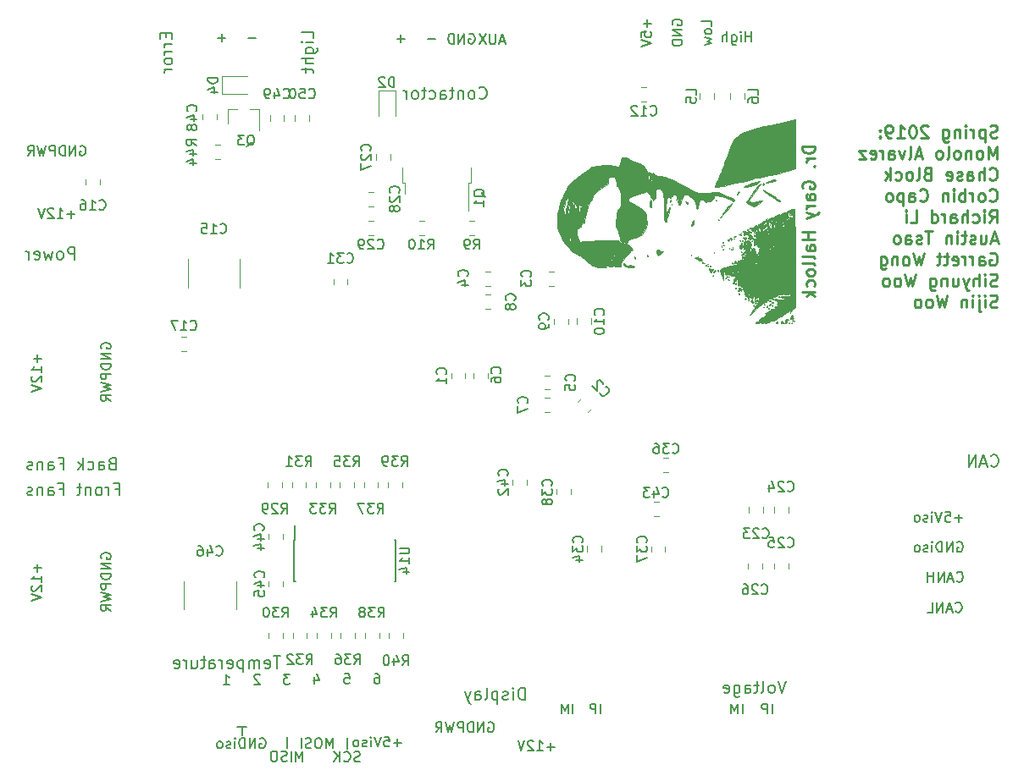
<source format=gbr>
%TF.GenerationSoftware,KiCad,Pcbnew,(5.0.0)*%
%TF.CreationDate,2019-02-02T21:10:16-06:00*%
%TF.ProjectId,BPSMaster,4250534D61737465722E6B696361645F,rev?*%
%TF.SameCoordinates,Original*%
%TF.FileFunction,Legend,Bot*%
%TF.FilePolarity,Positive*%
%FSLAX46Y46*%
G04 Gerber Fmt 4.6, Leading zero omitted, Abs format (unit mm)*
G04 Created by KiCad (PCBNEW (5.0.0)) date 02/02/19 21:10:16*
%MOMM*%
%LPD*%
G01*
G04 APERTURE LIST*
%ADD10C,0.250000*%
%ADD11C,0.150000*%
%ADD12C,0.200000*%
%ADD13C,0.120000*%
%ADD14C,0.010000*%
G04 APERTURE END LIST*
D10*
X179765476Y-87900000D02*
X178515476Y-87900000D01*
X178515476Y-88197619D01*
X178575000Y-88376190D01*
X178694047Y-88495238D01*
X178813095Y-88554761D01*
X179051190Y-88614285D01*
X179229761Y-88614285D01*
X179467857Y-88554761D01*
X179586904Y-88495238D01*
X179705952Y-88376190D01*
X179765476Y-88197619D01*
X179765476Y-87900000D01*
X179765476Y-89150000D02*
X178932142Y-89150000D01*
X179170238Y-89150000D02*
X179051190Y-89209523D01*
X178991666Y-89269047D01*
X178932142Y-89388095D01*
X178932142Y-89507142D01*
X179646428Y-89923809D02*
X179705952Y-89983333D01*
X179765476Y-89923809D01*
X179705952Y-89864285D01*
X179646428Y-89923809D01*
X179765476Y-89923809D01*
X178575000Y-92126190D02*
X178515476Y-92007142D01*
X178515476Y-91828571D01*
X178575000Y-91650000D01*
X178694047Y-91530952D01*
X178813095Y-91471428D01*
X179051190Y-91411904D01*
X179229761Y-91411904D01*
X179467857Y-91471428D01*
X179586904Y-91530952D01*
X179705952Y-91650000D01*
X179765476Y-91828571D01*
X179765476Y-91947619D01*
X179705952Y-92126190D01*
X179646428Y-92185714D01*
X179229761Y-92185714D01*
X179229761Y-91947619D01*
X179765476Y-93257142D02*
X179110714Y-93257142D01*
X178991666Y-93197619D01*
X178932142Y-93078571D01*
X178932142Y-92840476D01*
X178991666Y-92721428D01*
X179705952Y-93257142D02*
X179765476Y-93138095D01*
X179765476Y-92840476D01*
X179705952Y-92721428D01*
X179586904Y-92661904D01*
X179467857Y-92661904D01*
X179348809Y-92721428D01*
X179289285Y-92840476D01*
X179289285Y-93138095D01*
X179229761Y-93257142D01*
X179765476Y-93852380D02*
X178932142Y-93852380D01*
X179170238Y-93852380D02*
X179051190Y-93911904D01*
X178991666Y-93971428D01*
X178932142Y-94090476D01*
X178932142Y-94209523D01*
X178932142Y-94507142D02*
X179765476Y-94804761D01*
X178932142Y-95102380D02*
X179765476Y-94804761D01*
X180063095Y-94685714D01*
X180122619Y-94626190D01*
X180182142Y-94507142D01*
X179765476Y-96530952D02*
X178515476Y-96530952D01*
X179110714Y-96530952D02*
X179110714Y-97245238D01*
X179765476Y-97245238D02*
X178515476Y-97245238D01*
X179765476Y-98376190D02*
X179110714Y-98376190D01*
X178991666Y-98316666D01*
X178932142Y-98197619D01*
X178932142Y-97959523D01*
X178991666Y-97840476D01*
X179705952Y-98376190D02*
X179765476Y-98257142D01*
X179765476Y-97959523D01*
X179705952Y-97840476D01*
X179586904Y-97780952D01*
X179467857Y-97780952D01*
X179348809Y-97840476D01*
X179289285Y-97959523D01*
X179289285Y-98257142D01*
X179229761Y-98376190D01*
X179765476Y-99150000D02*
X179705952Y-99030952D01*
X179586904Y-98971428D01*
X178515476Y-98971428D01*
X179765476Y-99804761D02*
X179705952Y-99685714D01*
X179586904Y-99626190D01*
X178515476Y-99626190D01*
X179765476Y-100459523D02*
X179705952Y-100340476D01*
X179646428Y-100280952D01*
X179527380Y-100221428D01*
X179170238Y-100221428D01*
X179051190Y-100280952D01*
X178991666Y-100340476D01*
X178932142Y-100459523D01*
X178932142Y-100638095D01*
X178991666Y-100757142D01*
X179051190Y-100816666D01*
X179170238Y-100876190D01*
X179527380Y-100876190D01*
X179646428Y-100816666D01*
X179705952Y-100757142D01*
X179765476Y-100638095D01*
X179765476Y-100459523D01*
X179705952Y-101947619D02*
X179765476Y-101828571D01*
X179765476Y-101590476D01*
X179705952Y-101471428D01*
X179646428Y-101411904D01*
X179527380Y-101352380D01*
X179170238Y-101352380D01*
X179051190Y-101411904D01*
X178991666Y-101471428D01*
X178932142Y-101590476D01*
X178932142Y-101828571D01*
X178991666Y-101947619D01*
X179765476Y-102483333D02*
X178515476Y-102483333D01*
X179289285Y-102602380D02*
X179765476Y-102959523D01*
X178932142Y-102959523D02*
X179408333Y-102483333D01*
X197999404Y-87005952D02*
X197820833Y-87065476D01*
X197523214Y-87065476D01*
X197404166Y-87005952D01*
X197344642Y-86946428D01*
X197285119Y-86827380D01*
X197285119Y-86708333D01*
X197344642Y-86589285D01*
X197404166Y-86529761D01*
X197523214Y-86470238D01*
X197761309Y-86410714D01*
X197880357Y-86351190D01*
X197939880Y-86291666D01*
X197999404Y-86172619D01*
X197999404Y-86053571D01*
X197939880Y-85934523D01*
X197880357Y-85875000D01*
X197761309Y-85815476D01*
X197463690Y-85815476D01*
X197285119Y-85875000D01*
X196749404Y-86232142D02*
X196749404Y-87482142D01*
X196749404Y-86291666D02*
X196630357Y-86232142D01*
X196392261Y-86232142D01*
X196273214Y-86291666D01*
X196213690Y-86351190D01*
X196154166Y-86470238D01*
X196154166Y-86827380D01*
X196213690Y-86946428D01*
X196273214Y-87005952D01*
X196392261Y-87065476D01*
X196630357Y-87065476D01*
X196749404Y-87005952D01*
X195618452Y-87065476D02*
X195618452Y-86232142D01*
X195618452Y-86470238D02*
X195558928Y-86351190D01*
X195499404Y-86291666D01*
X195380357Y-86232142D01*
X195261309Y-86232142D01*
X194844642Y-87065476D02*
X194844642Y-86232142D01*
X194844642Y-85815476D02*
X194904166Y-85875000D01*
X194844642Y-85934523D01*
X194785119Y-85875000D01*
X194844642Y-85815476D01*
X194844642Y-85934523D01*
X194249404Y-86232142D02*
X194249404Y-87065476D01*
X194249404Y-86351190D02*
X194189880Y-86291666D01*
X194070833Y-86232142D01*
X193892261Y-86232142D01*
X193773214Y-86291666D01*
X193713690Y-86410714D01*
X193713690Y-87065476D01*
X192582738Y-86232142D02*
X192582738Y-87244047D01*
X192642261Y-87363095D01*
X192701785Y-87422619D01*
X192820833Y-87482142D01*
X192999404Y-87482142D01*
X193118452Y-87422619D01*
X192582738Y-87005952D02*
X192701785Y-87065476D01*
X192939880Y-87065476D01*
X193058928Y-87005952D01*
X193118452Y-86946428D01*
X193177976Y-86827380D01*
X193177976Y-86470238D01*
X193118452Y-86351190D01*
X193058928Y-86291666D01*
X192939880Y-86232142D01*
X192701785Y-86232142D01*
X192582738Y-86291666D01*
X191094642Y-85934523D02*
X191035119Y-85875000D01*
X190916071Y-85815476D01*
X190618452Y-85815476D01*
X190499404Y-85875000D01*
X190439880Y-85934523D01*
X190380357Y-86053571D01*
X190380357Y-86172619D01*
X190439880Y-86351190D01*
X191154166Y-87065476D01*
X190380357Y-87065476D01*
X189606547Y-85815476D02*
X189487500Y-85815476D01*
X189368452Y-85875000D01*
X189308928Y-85934523D01*
X189249404Y-86053571D01*
X189189880Y-86291666D01*
X189189880Y-86589285D01*
X189249404Y-86827380D01*
X189308928Y-86946428D01*
X189368452Y-87005952D01*
X189487500Y-87065476D01*
X189606547Y-87065476D01*
X189725595Y-87005952D01*
X189785119Y-86946428D01*
X189844642Y-86827380D01*
X189904166Y-86589285D01*
X189904166Y-86291666D01*
X189844642Y-86053571D01*
X189785119Y-85934523D01*
X189725595Y-85875000D01*
X189606547Y-85815476D01*
X187999404Y-87065476D02*
X188713690Y-87065476D01*
X188356547Y-87065476D02*
X188356547Y-85815476D01*
X188475595Y-85994047D01*
X188594642Y-86113095D01*
X188713690Y-86172619D01*
X187404166Y-87065476D02*
X187166071Y-87065476D01*
X187047023Y-87005952D01*
X186987500Y-86946428D01*
X186868452Y-86767857D01*
X186808928Y-86529761D01*
X186808928Y-86053571D01*
X186868452Y-85934523D01*
X186927976Y-85875000D01*
X187047023Y-85815476D01*
X187285119Y-85815476D01*
X187404166Y-85875000D01*
X187463690Y-85934523D01*
X187523214Y-86053571D01*
X187523214Y-86351190D01*
X187463690Y-86470238D01*
X187404166Y-86529761D01*
X187285119Y-86589285D01*
X187047023Y-86589285D01*
X186927976Y-86529761D01*
X186868452Y-86470238D01*
X186808928Y-86351190D01*
X186273214Y-86946428D02*
X186213690Y-87005952D01*
X186273214Y-87065476D01*
X186332738Y-87005952D01*
X186273214Y-86946428D01*
X186273214Y-87065476D01*
X186273214Y-86291666D02*
X186213690Y-86351190D01*
X186273214Y-86410714D01*
X186332738Y-86351190D01*
X186273214Y-86291666D01*
X186273214Y-86410714D01*
X197939880Y-89190476D02*
X197939880Y-87940476D01*
X197523214Y-88833333D01*
X197106547Y-87940476D01*
X197106547Y-89190476D01*
X196332738Y-89190476D02*
X196451785Y-89130952D01*
X196511309Y-89071428D01*
X196570833Y-88952380D01*
X196570833Y-88595238D01*
X196511309Y-88476190D01*
X196451785Y-88416666D01*
X196332738Y-88357142D01*
X196154166Y-88357142D01*
X196035119Y-88416666D01*
X195975595Y-88476190D01*
X195916071Y-88595238D01*
X195916071Y-88952380D01*
X195975595Y-89071428D01*
X196035119Y-89130952D01*
X196154166Y-89190476D01*
X196332738Y-89190476D01*
X195380357Y-88357142D02*
X195380357Y-89190476D01*
X195380357Y-88476190D02*
X195320833Y-88416666D01*
X195201785Y-88357142D01*
X195023214Y-88357142D01*
X194904166Y-88416666D01*
X194844642Y-88535714D01*
X194844642Y-89190476D01*
X194070833Y-89190476D02*
X194189880Y-89130952D01*
X194249404Y-89071428D01*
X194308928Y-88952380D01*
X194308928Y-88595238D01*
X194249404Y-88476190D01*
X194189880Y-88416666D01*
X194070833Y-88357142D01*
X193892261Y-88357142D01*
X193773214Y-88416666D01*
X193713690Y-88476190D01*
X193654166Y-88595238D01*
X193654166Y-88952380D01*
X193713690Y-89071428D01*
X193773214Y-89130952D01*
X193892261Y-89190476D01*
X194070833Y-89190476D01*
X192939880Y-89190476D02*
X193058928Y-89130952D01*
X193118452Y-89011904D01*
X193118452Y-87940476D01*
X192285119Y-89190476D02*
X192404166Y-89130952D01*
X192463690Y-89071428D01*
X192523214Y-88952380D01*
X192523214Y-88595238D01*
X192463690Y-88476190D01*
X192404166Y-88416666D01*
X192285119Y-88357142D01*
X192106547Y-88357142D01*
X191987500Y-88416666D01*
X191927976Y-88476190D01*
X191868452Y-88595238D01*
X191868452Y-88952380D01*
X191927976Y-89071428D01*
X191987500Y-89130952D01*
X192106547Y-89190476D01*
X192285119Y-89190476D01*
X190439880Y-88833333D02*
X189844642Y-88833333D01*
X190558928Y-89190476D02*
X190142261Y-87940476D01*
X189725595Y-89190476D01*
X189130357Y-89190476D02*
X189249404Y-89130952D01*
X189308928Y-89011904D01*
X189308928Y-87940476D01*
X188773214Y-88357142D02*
X188475595Y-89190476D01*
X188177976Y-88357142D01*
X187166071Y-89190476D02*
X187166071Y-88535714D01*
X187225595Y-88416666D01*
X187344642Y-88357142D01*
X187582738Y-88357142D01*
X187701785Y-88416666D01*
X187166071Y-89130952D02*
X187285119Y-89190476D01*
X187582738Y-89190476D01*
X187701785Y-89130952D01*
X187761309Y-89011904D01*
X187761309Y-88892857D01*
X187701785Y-88773809D01*
X187582738Y-88714285D01*
X187285119Y-88714285D01*
X187166071Y-88654761D01*
X186570833Y-89190476D02*
X186570833Y-88357142D01*
X186570833Y-88595238D02*
X186511309Y-88476190D01*
X186451785Y-88416666D01*
X186332738Y-88357142D01*
X186213690Y-88357142D01*
X185320833Y-89130952D02*
X185439880Y-89190476D01*
X185677976Y-89190476D01*
X185797023Y-89130952D01*
X185856547Y-89011904D01*
X185856547Y-88535714D01*
X185797023Y-88416666D01*
X185677976Y-88357142D01*
X185439880Y-88357142D01*
X185320833Y-88416666D01*
X185261309Y-88535714D01*
X185261309Y-88654761D01*
X185856547Y-88773809D01*
X184844642Y-88357142D02*
X184189880Y-88357142D01*
X184844642Y-89190476D01*
X184189880Y-89190476D01*
X197225595Y-91196428D02*
X197285119Y-91255952D01*
X197463690Y-91315476D01*
X197582738Y-91315476D01*
X197761309Y-91255952D01*
X197880357Y-91136904D01*
X197939880Y-91017857D01*
X197999404Y-90779761D01*
X197999404Y-90601190D01*
X197939880Y-90363095D01*
X197880357Y-90244047D01*
X197761309Y-90125000D01*
X197582738Y-90065476D01*
X197463690Y-90065476D01*
X197285119Y-90125000D01*
X197225595Y-90184523D01*
X196689880Y-91315476D02*
X196689880Y-90065476D01*
X196154166Y-91315476D02*
X196154166Y-90660714D01*
X196213690Y-90541666D01*
X196332738Y-90482142D01*
X196511309Y-90482142D01*
X196630357Y-90541666D01*
X196689880Y-90601190D01*
X195023214Y-91315476D02*
X195023214Y-90660714D01*
X195082738Y-90541666D01*
X195201785Y-90482142D01*
X195439880Y-90482142D01*
X195558928Y-90541666D01*
X195023214Y-91255952D02*
X195142261Y-91315476D01*
X195439880Y-91315476D01*
X195558928Y-91255952D01*
X195618452Y-91136904D01*
X195618452Y-91017857D01*
X195558928Y-90898809D01*
X195439880Y-90839285D01*
X195142261Y-90839285D01*
X195023214Y-90779761D01*
X194487500Y-91255952D02*
X194368452Y-91315476D01*
X194130357Y-91315476D01*
X194011309Y-91255952D01*
X193951785Y-91136904D01*
X193951785Y-91077380D01*
X194011309Y-90958333D01*
X194130357Y-90898809D01*
X194308928Y-90898809D01*
X194427976Y-90839285D01*
X194487500Y-90720238D01*
X194487500Y-90660714D01*
X194427976Y-90541666D01*
X194308928Y-90482142D01*
X194130357Y-90482142D01*
X194011309Y-90541666D01*
X192939880Y-91255952D02*
X193058928Y-91315476D01*
X193297023Y-91315476D01*
X193416071Y-91255952D01*
X193475595Y-91136904D01*
X193475595Y-90660714D01*
X193416071Y-90541666D01*
X193297023Y-90482142D01*
X193058928Y-90482142D01*
X192939880Y-90541666D01*
X192880357Y-90660714D01*
X192880357Y-90779761D01*
X193475595Y-90898809D01*
X190975595Y-90660714D02*
X190797023Y-90720238D01*
X190737500Y-90779761D01*
X190677976Y-90898809D01*
X190677976Y-91077380D01*
X190737500Y-91196428D01*
X190797023Y-91255952D01*
X190916071Y-91315476D01*
X191392261Y-91315476D01*
X191392261Y-90065476D01*
X190975595Y-90065476D01*
X190856547Y-90125000D01*
X190797023Y-90184523D01*
X190737500Y-90303571D01*
X190737500Y-90422619D01*
X190797023Y-90541666D01*
X190856547Y-90601190D01*
X190975595Y-90660714D01*
X191392261Y-90660714D01*
X189963690Y-91315476D02*
X190082738Y-91255952D01*
X190142261Y-91136904D01*
X190142261Y-90065476D01*
X189308928Y-91315476D02*
X189427976Y-91255952D01*
X189487500Y-91196428D01*
X189547023Y-91077380D01*
X189547023Y-90720238D01*
X189487500Y-90601190D01*
X189427976Y-90541666D01*
X189308928Y-90482142D01*
X189130357Y-90482142D01*
X189011309Y-90541666D01*
X188951785Y-90601190D01*
X188892261Y-90720238D01*
X188892261Y-91077380D01*
X188951785Y-91196428D01*
X189011309Y-91255952D01*
X189130357Y-91315476D01*
X189308928Y-91315476D01*
X187820833Y-91255952D02*
X187939880Y-91315476D01*
X188177976Y-91315476D01*
X188297023Y-91255952D01*
X188356547Y-91196428D01*
X188416071Y-91077380D01*
X188416071Y-90720238D01*
X188356547Y-90601190D01*
X188297023Y-90541666D01*
X188177976Y-90482142D01*
X187939880Y-90482142D01*
X187820833Y-90541666D01*
X187285119Y-91315476D02*
X187285119Y-90065476D01*
X187166071Y-90839285D02*
X186808928Y-91315476D01*
X186808928Y-90482142D02*
X187285119Y-90958333D01*
X197225595Y-93321428D02*
X197285119Y-93380952D01*
X197463690Y-93440476D01*
X197582738Y-93440476D01*
X197761309Y-93380952D01*
X197880357Y-93261904D01*
X197939880Y-93142857D01*
X197999404Y-92904761D01*
X197999404Y-92726190D01*
X197939880Y-92488095D01*
X197880357Y-92369047D01*
X197761309Y-92250000D01*
X197582738Y-92190476D01*
X197463690Y-92190476D01*
X197285119Y-92250000D01*
X197225595Y-92309523D01*
X196511309Y-93440476D02*
X196630357Y-93380952D01*
X196689880Y-93321428D01*
X196749404Y-93202380D01*
X196749404Y-92845238D01*
X196689880Y-92726190D01*
X196630357Y-92666666D01*
X196511309Y-92607142D01*
X196332738Y-92607142D01*
X196213690Y-92666666D01*
X196154166Y-92726190D01*
X196094642Y-92845238D01*
X196094642Y-93202380D01*
X196154166Y-93321428D01*
X196213690Y-93380952D01*
X196332738Y-93440476D01*
X196511309Y-93440476D01*
X195558928Y-93440476D02*
X195558928Y-92607142D01*
X195558928Y-92845238D02*
X195499404Y-92726190D01*
X195439880Y-92666666D01*
X195320833Y-92607142D01*
X195201785Y-92607142D01*
X194785119Y-93440476D02*
X194785119Y-92190476D01*
X194785119Y-92666666D02*
X194666071Y-92607142D01*
X194427976Y-92607142D01*
X194308928Y-92666666D01*
X194249404Y-92726190D01*
X194189880Y-92845238D01*
X194189880Y-93202380D01*
X194249404Y-93321428D01*
X194308928Y-93380952D01*
X194427976Y-93440476D01*
X194666071Y-93440476D01*
X194785119Y-93380952D01*
X193654166Y-93440476D02*
X193654166Y-92607142D01*
X193654166Y-92190476D02*
X193713690Y-92250000D01*
X193654166Y-92309523D01*
X193594642Y-92250000D01*
X193654166Y-92190476D01*
X193654166Y-92309523D01*
X193058928Y-92607142D02*
X193058928Y-93440476D01*
X193058928Y-92726190D02*
X192999404Y-92666666D01*
X192880357Y-92607142D01*
X192701785Y-92607142D01*
X192582738Y-92666666D01*
X192523214Y-92785714D01*
X192523214Y-93440476D01*
X190261309Y-93321428D02*
X190320833Y-93380952D01*
X190499404Y-93440476D01*
X190618452Y-93440476D01*
X190797023Y-93380952D01*
X190916071Y-93261904D01*
X190975595Y-93142857D01*
X191035119Y-92904761D01*
X191035119Y-92726190D01*
X190975595Y-92488095D01*
X190916071Y-92369047D01*
X190797023Y-92250000D01*
X190618452Y-92190476D01*
X190499404Y-92190476D01*
X190320833Y-92250000D01*
X190261309Y-92309523D01*
X189189880Y-93440476D02*
X189189880Y-92785714D01*
X189249404Y-92666666D01*
X189368452Y-92607142D01*
X189606547Y-92607142D01*
X189725595Y-92666666D01*
X189189880Y-93380952D02*
X189308928Y-93440476D01*
X189606547Y-93440476D01*
X189725595Y-93380952D01*
X189785119Y-93261904D01*
X189785119Y-93142857D01*
X189725595Y-93023809D01*
X189606547Y-92964285D01*
X189308928Y-92964285D01*
X189189880Y-92904761D01*
X188594642Y-92607142D02*
X188594642Y-93857142D01*
X188594642Y-92666666D02*
X188475595Y-92607142D01*
X188237500Y-92607142D01*
X188118452Y-92666666D01*
X188058928Y-92726190D01*
X187999404Y-92845238D01*
X187999404Y-93202380D01*
X188058928Y-93321428D01*
X188118452Y-93380952D01*
X188237500Y-93440476D01*
X188475595Y-93440476D01*
X188594642Y-93380952D01*
X187285119Y-93440476D02*
X187404166Y-93380952D01*
X187463690Y-93321428D01*
X187523214Y-93202380D01*
X187523214Y-92845238D01*
X187463690Y-92726190D01*
X187404166Y-92666666D01*
X187285119Y-92607142D01*
X187106547Y-92607142D01*
X186987500Y-92666666D01*
X186927976Y-92726190D01*
X186868452Y-92845238D01*
X186868452Y-93202380D01*
X186927976Y-93321428D01*
X186987500Y-93380952D01*
X187106547Y-93440476D01*
X187285119Y-93440476D01*
X197225595Y-95565476D02*
X197642261Y-94970238D01*
X197939880Y-95565476D02*
X197939880Y-94315476D01*
X197463690Y-94315476D01*
X197344642Y-94375000D01*
X197285119Y-94434523D01*
X197225595Y-94553571D01*
X197225595Y-94732142D01*
X197285119Y-94851190D01*
X197344642Y-94910714D01*
X197463690Y-94970238D01*
X197939880Y-94970238D01*
X196689880Y-95565476D02*
X196689880Y-94732142D01*
X196689880Y-94315476D02*
X196749404Y-94375000D01*
X196689880Y-94434523D01*
X196630357Y-94375000D01*
X196689880Y-94315476D01*
X196689880Y-94434523D01*
X195558928Y-95505952D02*
X195677976Y-95565476D01*
X195916071Y-95565476D01*
X196035119Y-95505952D01*
X196094642Y-95446428D01*
X196154166Y-95327380D01*
X196154166Y-94970238D01*
X196094642Y-94851190D01*
X196035119Y-94791666D01*
X195916071Y-94732142D01*
X195677976Y-94732142D01*
X195558928Y-94791666D01*
X195023214Y-95565476D02*
X195023214Y-94315476D01*
X194487500Y-95565476D02*
X194487500Y-94910714D01*
X194547023Y-94791666D01*
X194666071Y-94732142D01*
X194844642Y-94732142D01*
X194963690Y-94791666D01*
X195023214Y-94851190D01*
X193356547Y-95565476D02*
X193356547Y-94910714D01*
X193416071Y-94791666D01*
X193535119Y-94732142D01*
X193773214Y-94732142D01*
X193892261Y-94791666D01*
X193356547Y-95505952D02*
X193475595Y-95565476D01*
X193773214Y-95565476D01*
X193892261Y-95505952D01*
X193951785Y-95386904D01*
X193951785Y-95267857D01*
X193892261Y-95148809D01*
X193773214Y-95089285D01*
X193475595Y-95089285D01*
X193356547Y-95029761D01*
X192761309Y-95565476D02*
X192761309Y-94732142D01*
X192761309Y-94970238D02*
X192701785Y-94851190D01*
X192642261Y-94791666D01*
X192523214Y-94732142D01*
X192404166Y-94732142D01*
X191451785Y-95565476D02*
X191451785Y-94315476D01*
X191451785Y-95505952D02*
X191570833Y-95565476D01*
X191808928Y-95565476D01*
X191927976Y-95505952D01*
X191987500Y-95446428D01*
X192047023Y-95327380D01*
X192047023Y-94970238D01*
X191987500Y-94851190D01*
X191927976Y-94791666D01*
X191808928Y-94732142D01*
X191570833Y-94732142D01*
X191451785Y-94791666D01*
X189308928Y-95565476D02*
X189904166Y-95565476D01*
X189904166Y-94315476D01*
X188892261Y-95565476D02*
X188892261Y-94732142D01*
X188892261Y-94315476D02*
X188951785Y-94375000D01*
X188892261Y-94434523D01*
X188832738Y-94375000D01*
X188892261Y-94315476D01*
X188892261Y-94434523D01*
X197999404Y-97333333D02*
X197404166Y-97333333D01*
X198118452Y-97690476D02*
X197701785Y-96440476D01*
X197285119Y-97690476D01*
X196332738Y-96857142D02*
X196332738Y-97690476D01*
X196868452Y-96857142D02*
X196868452Y-97511904D01*
X196808928Y-97630952D01*
X196689880Y-97690476D01*
X196511309Y-97690476D01*
X196392261Y-97630952D01*
X196332738Y-97571428D01*
X195797023Y-97630952D02*
X195677976Y-97690476D01*
X195439880Y-97690476D01*
X195320833Y-97630952D01*
X195261309Y-97511904D01*
X195261309Y-97452380D01*
X195320833Y-97333333D01*
X195439880Y-97273809D01*
X195618452Y-97273809D01*
X195737500Y-97214285D01*
X195797023Y-97095238D01*
X195797023Y-97035714D01*
X195737500Y-96916666D01*
X195618452Y-96857142D01*
X195439880Y-96857142D01*
X195320833Y-96916666D01*
X194904166Y-96857142D02*
X194427976Y-96857142D01*
X194725595Y-96440476D02*
X194725595Y-97511904D01*
X194666071Y-97630952D01*
X194547023Y-97690476D01*
X194427976Y-97690476D01*
X194011309Y-97690476D02*
X194011309Y-96857142D01*
X194011309Y-96440476D02*
X194070833Y-96500000D01*
X194011309Y-96559523D01*
X193951785Y-96500000D01*
X194011309Y-96440476D01*
X194011309Y-96559523D01*
X193416071Y-96857142D02*
X193416071Y-97690476D01*
X193416071Y-96976190D02*
X193356547Y-96916666D01*
X193237500Y-96857142D01*
X193058928Y-96857142D01*
X192939880Y-96916666D01*
X192880357Y-97035714D01*
X192880357Y-97690476D01*
X191511309Y-96440476D02*
X190797023Y-96440476D01*
X191154166Y-97690476D02*
X191154166Y-96440476D01*
X190439880Y-97630952D02*
X190320833Y-97690476D01*
X190082738Y-97690476D01*
X189963690Y-97630952D01*
X189904166Y-97511904D01*
X189904166Y-97452380D01*
X189963690Y-97333333D01*
X190082738Y-97273809D01*
X190261309Y-97273809D01*
X190380357Y-97214285D01*
X190439880Y-97095238D01*
X190439880Y-97035714D01*
X190380357Y-96916666D01*
X190261309Y-96857142D01*
X190082738Y-96857142D01*
X189963690Y-96916666D01*
X188832738Y-97690476D02*
X188832738Y-97035714D01*
X188892261Y-96916666D01*
X189011309Y-96857142D01*
X189249404Y-96857142D01*
X189368452Y-96916666D01*
X188832738Y-97630952D02*
X188951785Y-97690476D01*
X189249404Y-97690476D01*
X189368452Y-97630952D01*
X189427976Y-97511904D01*
X189427976Y-97392857D01*
X189368452Y-97273809D01*
X189249404Y-97214285D01*
X188951785Y-97214285D01*
X188832738Y-97154761D01*
X188058928Y-97690476D02*
X188177976Y-97630952D01*
X188237500Y-97571428D01*
X188297023Y-97452380D01*
X188297023Y-97095238D01*
X188237500Y-96976190D01*
X188177976Y-96916666D01*
X188058928Y-96857142D01*
X187880357Y-96857142D01*
X187761309Y-96916666D01*
X187701785Y-96976190D01*
X187642261Y-97095238D01*
X187642261Y-97452380D01*
X187701785Y-97571428D01*
X187761309Y-97630952D01*
X187880357Y-97690476D01*
X188058928Y-97690476D01*
X197285119Y-98625000D02*
X197404166Y-98565476D01*
X197582738Y-98565476D01*
X197761309Y-98625000D01*
X197880357Y-98744047D01*
X197939880Y-98863095D01*
X197999404Y-99101190D01*
X197999404Y-99279761D01*
X197939880Y-99517857D01*
X197880357Y-99636904D01*
X197761309Y-99755952D01*
X197582738Y-99815476D01*
X197463690Y-99815476D01*
X197285119Y-99755952D01*
X197225595Y-99696428D01*
X197225595Y-99279761D01*
X197463690Y-99279761D01*
X196154166Y-99815476D02*
X196154166Y-99160714D01*
X196213690Y-99041666D01*
X196332738Y-98982142D01*
X196570833Y-98982142D01*
X196689880Y-99041666D01*
X196154166Y-99755952D02*
X196273214Y-99815476D01*
X196570833Y-99815476D01*
X196689880Y-99755952D01*
X196749404Y-99636904D01*
X196749404Y-99517857D01*
X196689880Y-99398809D01*
X196570833Y-99339285D01*
X196273214Y-99339285D01*
X196154166Y-99279761D01*
X195558928Y-99815476D02*
X195558928Y-98982142D01*
X195558928Y-99220238D02*
X195499404Y-99101190D01*
X195439880Y-99041666D01*
X195320833Y-98982142D01*
X195201785Y-98982142D01*
X194785119Y-99815476D02*
X194785119Y-98982142D01*
X194785119Y-99220238D02*
X194725595Y-99101190D01*
X194666071Y-99041666D01*
X194547023Y-98982142D01*
X194427976Y-98982142D01*
X193535119Y-99755952D02*
X193654166Y-99815476D01*
X193892261Y-99815476D01*
X194011309Y-99755952D01*
X194070833Y-99636904D01*
X194070833Y-99160714D01*
X194011309Y-99041666D01*
X193892261Y-98982142D01*
X193654166Y-98982142D01*
X193535119Y-99041666D01*
X193475595Y-99160714D01*
X193475595Y-99279761D01*
X194070833Y-99398809D01*
X193118452Y-98982142D02*
X192642261Y-98982142D01*
X192939880Y-98565476D02*
X192939880Y-99636904D01*
X192880357Y-99755952D01*
X192761309Y-99815476D01*
X192642261Y-99815476D01*
X192404166Y-98982142D02*
X191927976Y-98982142D01*
X192225595Y-98565476D02*
X192225595Y-99636904D01*
X192166071Y-99755952D01*
X192047023Y-99815476D01*
X191927976Y-99815476D01*
X190677976Y-98565476D02*
X190380357Y-99815476D01*
X190142261Y-98922619D01*
X189904166Y-99815476D01*
X189606547Y-98565476D01*
X188951785Y-99815476D02*
X189070833Y-99755952D01*
X189130357Y-99696428D01*
X189189880Y-99577380D01*
X189189880Y-99220238D01*
X189130357Y-99101190D01*
X189070833Y-99041666D01*
X188951785Y-98982142D01*
X188773214Y-98982142D01*
X188654166Y-99041666D01*
X188594642Y-99101190D01*
X188535119Y-99220238D01*
X188535119Y-99577380D01*
X188594642Y-99696428D01*
X188654166Y-99755952D01*
X188773214Y-99815476D01*
X188951785Y-99815476D01*
X187999404Y-98982142D02*
X187999404Y-99815476D01*
X187999404Y-99101190D02*
X187939880Y-99041666D01*
X187820833Y-98982142D01*
X187642261Y-98982142D01*
X187523214Y-99041666D01*
X187463690Y-99160714D01*
X187463690Y-99815476D01*
X186332738Y-98982142D02*
X186332738Y-99994047D01*
X186392261Y-100113095D01*
X186451785Y-100172619D01*
X186570833Y-100232142D01*
X186749404Y-100232142D01*
X186868452Y-100172619D01*
X186332738Y-99755952D02*
X186451785Y-99815476D01*
X186689880Y-99815476D01*
X186808928Y-99755952D01*
X186868452Y-99696428D01*
X186927976Y-99577380D01*
X186927976Y-99220238D01*
X186868452Y-99101190D01*
X186808928Y-99041666D01*
X186689880Y-98982142D01*
X186451785Y-98982142D01*
X186332738Y-99041666D01*
X197999404Y-101880952D02*
X197820833Y-101940476D01*
X197523214Y-101940476D01*
X197404166Y-101880952D01*
X197344642Y-101821428D01*
X197285119Y-101702380D01*
X197285119Y-101583333D01*
X197344642Y-101464285D01*
X197404166Y-101404761D01*
X197523214Y-101345238D01*
X197761309Y-101285714D01*
X197880357Y-101226190D01*
X197939880Y-101166666D01*
X197999404Y-101047619D01*
X197999404Y-100928571D01*
X197939880Y-100809523D01*
X197880357Y-100750000D01*
X197761309Y-100690476D01*
X197463690Y-100690476D01*
X197285119Y-100750000D01*
X196749404Y-101940476D02*
X196749404Y-101107142D01*
X196749404Y-100690476D02*
X196808928Y-100750000D01*
X196749404Y-100809523D01*
X196689880Y-100750000D01*
X196749404Y-100690476D01*
X196749404Y-100809523D01*
X196154166Y-101940476D02*
X196154166Y-100690476D01*
X195618452Y-101940476D02*
X195618452Y-101285714D01*
X195677976Y-101166666D01*
X195797023Y-101107142D01*
X195975595Y-101107142D01*
X196094642Y-101166666D01*
X196154166Y-101226190D01*
X195142261Y-101107142D02*
X194844642Y-101940476D01*
X194547023Y-101107142D02*
X194844642Y-101940476D01*
X194963690Y-102238095D01*
X195023214Y-102297619D01*
X195142261Y-102357142D01*
X193535119Y-101107142D02*
X193535119Y-101940476D01*
X194070833Y-101107142D02*
X194070833Y-101761904D01*
X194011309Y-101880952D01*
X193892261Y-101940476D01*
X193713690Y-101940476D01*
X193594642Y-101880952D01*
X193535119Y-101821428D01*
X192939880Y-101107142D02*
X192939880Y-101940476D01*
X192939880Y-101226190D02*
X192880357Y-101166666D01*
X192761309Y-101107142D01*
X192582738Y-101107142D01*
X192463690Y-101166666D01*
X192404166Y-101285714D01*
X192404166Y-101940476D01*
X191273214Y-101107142D02*
X191273214Y-102119047D01*
X191332738Y-102238095D01*
X191392261Y-102297619D01*
X191511309Y-102357142D01*
X191689880Y-102357142D01*
X191808928Y-102297619D01*
X191273214Y-101880952D02*
X191392261Y-101940476D01*
X191630357Y-101940476D01*
X191749404Y-101880952D01*
X191808928Y-101821428D01*
X191868452Y-101702380D01*
X191868452Y-101345238D01*
X191808928Y-101226190D01*
X191749404Y-101166666D01*
X191630357Y-101107142D01*
X191392261Y-101107142D01*
X191273214Y-101166666D01*
X189844642Y-100690476D02*
X189547023Y-101940476D01*
X189308928Y-101047619D01*
X189070833Y-101940476D01*
X188773214Y-100690476D01*
X188118452Y-101940476D02*
X188237500Y-101880952D01*
X188297023Y-101821428D01*
X188356547Y-101702380D01*
X188356547Y-101345238D01*
X188297023Y-101226190D01*
X188237500Y-101166666D01*
X188118452Y-101107142D01*
X187939880Y-101107142D01*
X187820833Y-101166666D01*
X187761309Y-101226190D01*
X187701785Y-101345238D01*
X187701785Y-101702380D01*
X187761309Y-101821428D01*
X187820833Y-101880952D01*
X187939880Y-101940476D01*
X188118452Y-101940476D01*
X186987500Y-101940476D02*
X187106547Y-101880952D01*
X187166071Y-101821428D01*
X187225595Y-101702380D01*
X187225595Y-101345238D01*
X187166071Y-101226190D01*
X187106547Y-101166666D01*
X186987500Y-101107142D01*
X186808928Y-101107142D01*
X186689880Y-101166666D01*
X186630357Y-101226190D01*
X186570833Y-101345238D01*
X186570833Y-101702380D01*
X186630357Y-101821428D01*
X186689880Y-101880952D01*
X186808928Y-101940476D01*
X186987500Y-101940476D01*
X197999404Y-104005952D02*
X197820833Y-104065476D01*
X197523214Y-104065476D01*
X197404166Y-104005952D01*
X197344642Y-103946428D01*
X197285119Y-103827380D01*
X197285119Y-103708333D01*
X197344642Y-103589285D01*
X197404166Y-103529761D01*
X197523214Y-103470238D01*
X197761309Y-103410714D01*
X197880357Y-103351190D01*
X197939880Y-103291666D01*
X197999404Y-103172619D01*
X197999404Y-103053571D01*
X197939880Y-102934523D01*
X197880357Y-102875000D01*
X197761309Y-102815476D01*
X197463690Y-102815476D01*
X197285119Y-102875000D01*
X196749404Y-104065476D02*
X196749404Y-103232142D01*
X196749404Y-102815476D02*
X196808928Y-102875000D01*
X196749404Y-102934523D01*
X196689880Y-102875000D01*
X196749404Y-102815476D01*
X196749404Y-102934523D01*
X196154166Y-103232142D02*
X196154166Y-104303571D01*
X196213690Y-104422619D01*
X196332738Y-104482142D01*
X196392261Y-104482142D01*
X196154166Y-102815476D02*
X196213690Y-102875000D01*
X196154166Y-102934523D01*
X196094642Y-102875000D01*
X196154166Y-102815476D01*
X196154166Y-102934523D01*
X195558928Y-104065476D02*
X195558928Y-103232142D01*
X195558928Y-102815476D02*
X195618452Y-102875000D01*
X195558928Y-102934523D01*
X195499404Y-102875000D01*
X195558928Y-102815476D01*
X195558928Y-102934523D01*
X194963690Y-103232142D02*
X194963690Y-104065476D01*
X194963690Y-103351190D02*
X194904166Y-103291666D01*
X194785119Y-103232142D01*
X194606547Y-103232142D01*
X194487500Y-103291666D01*
X194427976Y-103410714D01*
X194427976Y-104065476D01*
X192999404Y-102815476D02*
X192701785Y-104065476D01*
X192463690Y-103172619D01*
X192225595Y-104065476D01*
X191927976Y-102815476D01*
X191273214Y-104065476D02*
X191392261Y-104005952D01*
X191451785Y-103946428D01*
X191511309Y-103827380D01*
X191511309Y-103470238D01*
X191451785Y-103351190D01*
X191392261Y-103291666D01*
X191273214Y-103232142D01*
X191094642Y-103232142D01*
X190975595Y-103291666D01*
X190916071Y-103351190D01*
X190856547Y-103470238D01*
X190856547Y-103827380D01*
X190916071Y-103946428D01*
X190975595Y-104005952D01*
X191094642Y-104065476D01*
X191273214Y-104065476D01*
X190142261Y-104065476D02*
X190261309Y-104005952D01*
X190320833Y-103946428D01*
X190380357Y-103827380D01*
X190380357Y-103470238D01*
X190320833Y-103351190D01*
X190261309Y-103291666D01*
X190142261Y-103232142D01*
X189963690Y-103232142D01*
X189844642Y-103291666D01*
X189785119Y-103351190D01*
X189725595Y-103470238D01*
X189725595Y-103827380D01*
X189785119Y-103946428D01*
X189844642Y-104005952D01*
X189963690Y-104065476D01*
X190142261Y-104065476D01*
D11*
X147133333Y-145600000D02*
X147228571Y-145552380D01*
X147371428Y-145552380D01*
X147514285Y-145600000D01*
X147609523Y-145695238D01*
X147657142Y-145790476D01*
X147704761Y-145980952D01*
X147704761Y-146123809D01*
X147657142Y-146314285D01*
X147609523Y-146409523D01*
X147514285Y-146504761D01*
X147371428Y-146552380D01*
X147276190Y-146552380D01*
X147133333Y-146504761D01*
X147085714Y-146457142D01*
X147085714Y-146123809D01*
X147276190Y-146123809D01*
X146657142Y-146552380D02*
X146657142Y-145552380D01*
X146085714Y-146552380D01*
X146085714Y-145552380D01*
X145609523Y-146552380D02*
X145609523Y-145552380D01*
X145371428Y-145552380D01*
X145228571Y-145600000D01*
X145133333Y-145695238D01*
X145085714Y-145790476D01*
X145038095Y-145980952D01*
X145038095Y-146123809D01*
X145085714Y-146314285D01*
X145133333Y-146409523D01*
X145228571Y-146504761D01*
X145371428Y-146552380D01*
X145609523Y-146552380D01*
X144609523Y-146552380D02*
X144609523Y-145552380D01*
X144228571Y-145552380D01*
X144133333Y-145600000D01*
X144085714Y-145647619D01*
X144038095Y-145742857D01*
X144038095Y-145885714D01*
X144085714Y-145980952D01*
X144133333Y-146028571D01*
X144228571Y-146076190D01*
X144609523Y-146076190D01*
X143704761Y-145552380D02*
X143466666Y-146552380D01*
X143276190Y-145838095D01*
X143085714Y-146552380D01*
X142847619Y-145552380D01*
X141895238Y-146552380D02*
X142228571Y-146076190D01*
X142466666Y-146552380D02*
X142466666Y-145552380D01*
X142085714Y-145552380D01*
X141990476Y-145600000D01*
X141942857Y-145647619D01*
X141895238Y-145742857D01*
X141895238Y-145885714D01*
X141942857Y-145980952D01*
X141990476Y-146028571D01*
X142085714Y-146076190D01*
X142466666Y-146076190D01*
X153761904Y-148021428D02*
X153000000Y-148021428D01*
X153380952Y-148402380D02*
X153380952Y-147640476D01*
X152000000Y-148402380D02*
X152571428Y-148402380D01*
X152285714Y-148402380D02*
X152285714Y-147402380D01*
X152380952Y-147545238D01*
X152476190Y-147640476D01*
X152571428Y-147688095D01*
X151619047Y-147497619D02*
X151571428Y-147450000D01*
X151476190Y-147402380D01*
X151238095Y-147402380D01*
X151142857Y-147450000D01*
X151095238Y-147497619D01*
X151047619Y-147592857D01*
X151047619Y-147688095D01*
X151095238Y-147830952D01*
X151666666Y-148402380D01*
X151047619Y-148402380D01*
X150761904Y-147402380D02*
X150428571Y-148402380D01*
X150095238Y-147402380D01*
X123119047Y-77078571D02*
X123880952Y-77078571D01*
X120119047Y-77078571D02*
X120880952Y-77078571D01*
X120500000Y-76697619D02*
X120500000Y-77459523D01*
D12*
X122500000Y-146000000D02*
X122500000Y-146850000D01*
X122050000Y-146000000D02*
X122950000Y-146000000D01*
X133000000Y-147100000D02*
X133000000Y-148200000D01*
X127000000Y-147050000D02*
X127000000Y-148150000D01*
D11*
X124307142Y-147200000D02*
X124402380Y-147152380D01*
X124545238Y-147152380D01*
X124688095Y-147200000D01*
X124783333Y-147295238D01*
X124830952Y-147390476D01*
X124878571Y-147580952D01*
X124878571Y-147723809D01*
X124830952Y-147914285D01*
X124783333Y-148009523D01*
X124688095Y-148104761D01*
X124545238Y-148152380D01*
X124450000Y-148152380D01*
X124307142Y-148104761D01*
X124259523Y-148057142D01*
X124259523Y-147723809D01*
X124450000Y-147723809D01*
X123830952Y-148152380D02*
X123830952Y-147152380D01*
X123259523Y-148152380D01*
X123259523Y-147152380D01*
X122783333Y-148152380D02*
X122783333Y-147152380D01*
X122545238Y-147152380D01*
X122402380Y-147200000D01*
X122307142Y-147295238D01*
X122259523Y-147390476D01*
X122211904Y-147580952D01*
X122211904Y-147723809D01*
X122259523Y-147914285D01*
X122307142Y-148009523D01*
X122402380Y-148104761D01*
X122545238Y-148152380D01*
X122783333Y-148152380D01*
X121783333Y-148152380D02*
X121783333Y-147485714D01*
X121783333Y-147152380D02*
X121830952Y-147200000D01*
X121783333Y-147247619D01*
X121735714Y-147200000D01*
X121783333Y-147152380D01*
X121783333Y-147247619D01*
X121354761Y-148104761D02*
X121259523Y-148152380D01*
X121069047Y-148152380D01*
X120973809Y-148104761D01*
X120926190Y-148009523D01*
X120926190Y-147961904D01*
X120973809Y-147866666D01*
X121069047Y-147819047D01*
X121211904Y-147819047D01*
X121307142Y-147771428D01*
X121354761Y-147676190D01*
X121354761Y-147628571D01*
X121307142Y-147533333D01*
X121211904Y-147485714D01*
X121069047Y-147485714D01*
X120973809Y-147533333D01*
X120354761Y-148152380D02*
X120450000Y-148104761D01*
X120497619Y-148057142D01*
X120545238Y-147961904D01*
X120545238Y-147676190D01*
X120497619Y-147580952D01*
X120450000Y-147533333D01*
X120354761Y-147485714D01*
X120211904Y-147485714D01*
X120116666Y-147533333D01*
X120069047Y-147580952D01*
X120021428Y-147676190D01*
X120021428Y-147961904D01*
X120069047Y-148057142D01*
X120116666Y-148104761D01*
X120211904Y-148152380D01*
X120354761Y-148152380D01*
X128571428Y-149452380D02*
X128571428Y-148452380D01*
X128238095Y-149166666D01*
X127904761Y-148452380D01*
X127904761Y-149452380D01*
X127428571Y-149452380D02*
X127428571Y-148452380D01*
X127000000Y-149404761D02*
X126857142Y-149452380D01*
X126619047Y-149452380D01*
X126523809Y-149404761D01*
X126476190Y-149357142D01*
X126428571Y-149261904D01*
X126428571Y-149166666D01*
X126476190Y-149071428D01*
X126523809Y-149023809D01*
X126619047Y-148976190D01*
X126809523Y-148928571D01*
X126904761Y-148880952D01*
X126952380Y-148833333D01*
X127000000Y-148738095D01*
X127000000Y-148642857D01*
X126952380Y-148547619D01*
X126904761Y-148500000D01*
X126809523Y-148452380D01*
X126571428Y-148452380D01*
X126428571Y-148500000D01*
X125809523Y-148452380D02*
X125619047Y-148452380D01*
X125523809Y-148500000D01*
X125428571Y-148595238D01*
X125380952Y-148785714D01*
X125380952Y-149119047D01*
X125428571Y-149309523D01*
X125523809Y-149404761D01*
X125619047Y-149452380D01*
X125809523Y-149452380D01*
X125904761Y-149404761D01*
X126000000Y-149309523D01*
X126047619Y-149119047D01*
X126047619Y-148785714D01*
X126000000Y-148595238D01*
X125904761Y-148500000D01*
X125809523Y-148452380D01*
X131571428Y-148152380D02*
X131571428Y-147152380D01*
X131238095Y-147866666D01*
X130904761Y-147152380D01*
X130904761Y-148152380D01*
X130238095Y-147152380D02*
X130047619Y-147152380D01*
X129952380Y-147200000D01*
X129857142Y-147295238D01*
X129809523Y-147485714D01*
X129809523Y-147819047D01*
X129857142Y-148009523D01*
X129952380Y-148104761D01*
X130047619Y-148152380D01*
X130238095Y-148152380D01*
X130333333Y-148104761D01*
X130428571Y-148009523D01*
X130476190Y-147819047D01*
X130476190Y-147485714D01*
X130428571Y-147295238D01*
X130333333Y-147200000D01*
X130238095Y-147152380D01*
X129428571Y-148104761D02*
X129285714Y-148152380D01*
X129047619Y-148152380D01*
X128952380Y-148104761D01*
X128904761Y-148057142D01*
X128857142Y-147961904D01*
X128857142Y-147866666D01*
X128904761Y-147771428D01*
X128952380Y-147723809D01*
X129047619Y-147676190D01*
X129238095Y-147628571D01*
X129333333Y-147580952D01*
X129380952Y-147533333D01*
X129428571Y-147438095D01*
X129428571Y-147342857D01*
X129380952Y-147247619D01*
X129333333Y-147200000D01*
X129238095Y-147152380D01*
X129000000Y-147152380D01*
X128857142Y-147200000D01*
X128428571Y-148152380D02*
X128428571Y-147152380D01*
X134285714Y-149454761D02*
X134142857Y-149502380D01*
X133904761Y-149502380D01*
X133809523Y-149454761D01*
X133761904Y-149407142D01*
X133714285Y-149311904D01*
X133714285Y-149216666D01*
X133761904Y-149121428D01*
X133809523Y-149073809D01*
X133904761Y-149026190D01*
X134095238Y-148978571D01*
X134190476Y-148930952D01*
X134238095Y-148883333D01*
X134285714Y-148788095D01*
X134285714Y-148692857D01*
X134238095Y-148597619D01*
X134190476Y-148550000D01*
X134095238Y-148502380D01*
X133857142Y-148502380D01*
X133714285Y-148550000D01*
X132714285Y-149407142D02*
X132761904Y-149454761D01*
X132904761Y-149502380D01*
X133000000Y-149502380D01*
X133142857Y-149454761D01*
X133238095Y-149359523D01*
X133285714Y-149264285D01*
X133333333Y-149073809D01*
X133333333Y-148930952D01*
X133285714Y-148740476D01*
X133238095Y-148645238D01*
X133142857Y-148550000D01*
X133000000Y-148502380D01*
X132904761Y-148502380D01*
X132761904Y-148550000D01*
X132714285Y-148597619D01*
X132285714Y-149502380D02*
X132285714Y-148502380D01*
X131714285Y-149502380D02*
X132142857Y-148930952D01*
X131714285Y-148502380D02*
X132285714Y-149073809D01*
X138430952Y-147621428D02*
X137669047Y-147621428D01*
X138050000Y-148002380D02*
X138050000Y-147240476D01*
X136716666Y-147002380D02*
X137192857Y-147002380D01*
X137240476Y-147478571D01*
X137192857Y-147430952D01*
X137097619Y-147383333D01*
X136859523Y-147383333D01*
X136764285Y-147430952D01*
X136716666Y-147478571D01*
X136669047Y-147573809D01*
X136669047Y-147811904D01*
X136716666Y-147907142D01*
X136764285Y-147954761D01*
X136859523Y-148002380D01*
X137097619Y-148002380D01*
X137192857Y-147954761D01*
X137240476Y-147907142D01*
X136383333Y-147002380D02*
X136050000Y-148002380D01*
X135716666Y-147002380D01*
X135383333Y-148002380D02*
X135383333Y-147335714D01*
X135383333Y-147002380D02*
X135430952Y-147050000D01*
X135383333Y-147097619D01*
X135335714Y-147050000D01*
X135383333Y-147002380D01*
X135383333Y-147097619D01*
X134954761Y-147954761D02*
X134859523Y-148002380D01*
X134669047Y-148002380D01*
X134573809Y-147954761D01*
X134526190Y-147859523D01*
X134526190Y-147811904D01*
X134573809Y-147716666D01*
X134669047Y-147669047D01*
X134811904Y-147669047D01*
X134907142Y-147621428D01*
X134954761Y-147526190D01*
X134954761Y-147478571D01*
X134907142Y-147383333D01*
X134811904Y-147335714D01*
X134669047Y-147335714D01*
X134573809Y-147383333D01*
X133954761Y-148002380D02*
X134050000Y-147954761D01*
X134097619Y-147907142D01*
X134145238Y-147811904D01*
X134145238Y-147526190D01*
X134097619Y-147430952D01*
X134050000Y-147383333D01*
X133954761Y-147335714D01*
X133811904Y-147335714D01*
X133716666Y-147383333D01*
X133669047Y-147430952D01*
X133621428Y-147526190D01*
X133621428Y-147811904D01*
X133669047Y-147907142D01*
X133716666Y-147954761D01*
X133811904Y-148002380D01*
X133954761Y-148002380D01*
X135809523Y-140702380D02*
X136000000Y-140702380D01*
X136095238Y-140750000D01*
X136142857Y-140797619D01*
X136238095Y-140940476D01*
X136285714Y-141130952D01*
X136285714Y-141511904D01*
X136238095Y-141607142D01*
X136190476Y-141654761D01*
X136095238Y-141702380D01*
X135904761Y-141702380D01*
X135809523Y-141654761D01*
X135761904Y-141607142D01*
X135714285Y-141511904D01*
X135714285Y-141273809D01*
X135761904Y-141178571D01*
X135809523Y-141130952D01*
X135904761Y-141083333D01*
X136095238Y-141083333D01*
X136190476Y-141130952D01*
X136238095Y-141178571D01*
X136285714Y-141273809D01*
X132761904Y-140702380D02*
X133238095Y-140702380D01*
X133285714Y-141178571D01*
X133238095Y-141130952D01*
X133142857Y-141083333D01*
X132904761Y-141083333D01*
X132809523Y-141130952D01*
X132761904Y-141178571D01*
X132714285Y-141273809D01*
X132714285Y-141511904D01*
X132761904Y-141607142D01*
X132809523Y-141654761D01*
X132904761Y-141702380D01*
X133142857Y-141702380D01*
X133238095Y-141654761D01*
X133285714Y-141607142D01*
X129759523Y-141035714D02*
X129759523Y-141702380D01*
X129997619Y-140654761D02*
X130235714Y-141369047D01*
X129616666Y-141369047D01*
X127283333Y-140752380D02*
X126664285Y-140752380D01*
X126997619Y-141133333D01*
X126854761Y-141133333D01*
X126759523Y-141180952D01*
X126711904Y-141228571D01*
X126664285Y-141323809D01*
X126664285Y-141561904D01*
X126711904Y-141657142D01*
X126759523Y-141704761D01*
X126854761Y-141752380D01*
X127140476Y-141752380D01*
X127235714Y-141704761D01*
X127283333Y-141657142D01*
X124285714Y-140847619D02*
X124238095Y-140800000D01*
X124142857Y-140752380D01*
X123904761Y-140752380D01*
X123809523Y-140800000D01*
X123761904Y-140847619D01*
X123714285Y-140942857D01*
X123714285Y-141038095D01*
X123761904Y-141180952D01*
X124333333Y-141752380D01*
X123714285Y-141752380D01*
X108450000Y-129166666D02*
X108402380Y-129071428D01*
X108402380Y-128928571D01*
X108450000Y-128785714D01*
X108545238Y-128690476D01*
X108640476Y-128642857D01*
X108830952Y-128595238D01*
X108973809Y-128595238D01*
X109164285Y-128642857D01*
X109259523Y-128690476D01*
X109354761Y-128785714D01*
X109402380Y-128928571D01*
X109402380Y-129023809D01*
X109354761Y-129166666D01*
X109307142Y-129214285D01*
X108973809Y-129214285D01*
X108973809Y-129023809D01*
X109402380Y-129642857D02*
X108402380Y-129642857D01*
X109402380Y-130214285D01*
X108402380Y-130214285D01*
X109402380Y-130690476D02*
X108402380Y-130690476D01*
X108402380Y-130928571D01*
X108450000Y-131071428D01*
X108545238Y-131166666D01*
X108640476Y-131214285D01*
X108830952Y-131261904D01*
X108973809Y-131261904D01*
X109164285Y-131214285D01*
X109259523Y-131166666D01*
X109354761Y-131071428D01*
X109402380Y-130928571D01*
X109402380Y-130690476D01*
X109402380Y-131690476D02*
X108402380Y-131690476D01*
X108402380Y-132071428D01*
X108450000Y-132166666D01*
X108497619Y-132214285D01*
X108592857Y-132261904D01*
X108735714Y-132261904D01*
X108830952Y-132214285D01*
X108878571Y-132166666D01*
X108926190Y-132071428D01*
X108926190Y-131690476D01*
X108402380Y-132595238D02*
X109402380Y-132833333D01*
X108688095Y-133023809D01*
X109402380Y-133214285D01*
X108402380Y-133452380D01*
X109402380Y-134404761D02*
X108926190Y-134071428D01*
X109402380Y-133833333D02*
X108402380Y-133833333D01*
X108402380Y-134214285D01*
X108450000Y-134309523D01*
X108497619Y-134357142D01*
X108592857Y-134404761D01*
X108735714Y-134404761D01*
X108830952Y-134357142D01*
X108878571Y-134309523D01*
X108926190Y-134214285D01*
X108926190Y-133833333D01*
X108450000Y-108166666D02*
X108402380Y-108071428D01*
X108402380Y-107928571D01*
X108450000Y-107785714D01*
X108545238Y-107690476D01*
X108640476Y-107642857D01*
X108830952Y-107595238D01*
X108973809Y-107595238D01*
X109164285Y-107642857D01*
X109259523Y-107690476D01*
X109354761Y-107785714D01*
X109402380Y-107928571D01*
X109402380Y-108023809D01*
X109354761Y-108166666D01*
X109307142Y-108214285D01*
X108973809Y-108214285D01*
X108973809Y-108023809D01*
X109402380Y-108642857D02*
X108402380Y-108642857D01*
X109402380Y-109214285D01*
X108402380Y-109214285D01*
X109402380Y-109690476D02*
X108402380Y-109690476D01*
X108402380Y-109928571D01*
X108450000Y-110071428D01*
X108545238Y-110166666D01*
X108640476Y-110214285D01*
X108830952Y-110261904D01*
X108973809Y-110261904D01*
X109164285Y-110214285D01*
X109259523Y-110166666D01*
X109354761Y-110071428D01*
X109402380Y-109928571D01*
X109402380Y-109690476D01*
X109402380Y-110690476D02*
X108402380Y-110690476D01*
X108402380Y-111071428D01*
X108450000Y-111166666D01*
X108497619Y-111214285D01*
X108592857Y-111261904D01*
X108735714Y-111261904D01*
X108830952Y-111214285D01*
X108878571Y-111166666D01*
X108926190Y-111071428D01*
X108926190Y-110690476D01*
X108402380Y-111595238D02*
X109402380Y-111833333D01*
X108688095Y-112023809D01*
X109402380Y-112214285D01*
X108402380Y-112452380D01*
X109402380Y-113404761D02*
X108926190Y-113071428D01*
X109402380Y-112833333D02*
X108402380Y-112833333D01*
X108402380Y-113214285D01*
X108450000Y-113309523D01*
X108497619Y-113357142D01*
X108592857Y-113404761D01*
X108735714Y-113404761D01*
X108830952Y-113357142D01*
X108878571Y-113309523D01*
X108926190Y-113214285D01*
X108926190Y-112833333D01*
X102071428Y-108788095D02*
X102071428Y-109550000D01*
X102452380Y-109169047D02*
X101690476Y-109169047D01*
X102452380Y-110550000D02*
X102452380Y-109978571D01*
X102452380Y-110264285D02*
X101452380Y-110264285D01*
X101595238Y-110169047D01*
X101690476Y-110073809D01*
X101738095Y-109978571D01*
X101547619Y-110930952D02*
X101500000Y-110978571D01*
X101452380Y-111073809D01*
X101452380Y-111311904D01*
X101500000Y-111407142D01*
X101547619Y-111454761D01*
X101642857Y-111502380D01*
X101738095Y-111502380D01*
X101880952Y-111454761D01*
X102452380Y-110883333D01*
X102452380Y-111502380D01*
X101452380Y-111788095D02*
X102452380Y-112121428D01*
X101452380Y-112454761D01*
X102071428Y-129738095D02*
X102071428Y-130500000D01*
X102452380Y-130119047D02*
X101690476Y-130119047D01*
X102452380Y-131500000D02*
X102452380Y-130928571D01*
X102452380Y-131214285D02*
X101452380Y-131214285D01*
X101595238Y-131119047D01*
X101690476Y-131023809D01*
X101738095Y-130928571D01*
X101547619Y-131880952D02*
X101500000Y-131928571D01*
X101452380Y-132023809D01*
X101452380Y-132261904D01*
X101500000Y-132357142D01*
X101547619Y-132404761D01*
X101642857Y-132452380D01*
X101738095Y-132452380D01*
X101880952Y-132404761D01*
X102452380Y-131833333D01*
X102452380Y-132452380D01*
X101452380Y-132738095D02*
X102452380Y-133071428D01*
X101452380Y-133404761D01*
X155571428Y-144702380D02*
X155571428Y-143702380D01*
X155095238Y-144702380D02*
X155095238Y-143702380D01*
X154761904Y-144416666D01*
X154428571Y-143702380D01*
X154428571Y-144702380D01*
X158350000Y-144702380D02*
X158350000Y-143702380D01*
X157873809Y-144702380D02*
X157873809Y-143702380D01*
X157492857Y-143702380D01*
X157397619Y-143750000D01*
X157350000Y-143797619D01*
X157302380Y-143892857D01*
X157302380Y-144035714D01*
X157350000Y-144130952D01*
X157397619Y-144178571D01*
X157492857Y-144226190D01*
X157873809Y-144226190D01*
X120664285Y-141802380D02*
X121235714Y-141802380D01*
X120950000Y-141802380D02*
X120950000Y-140802380D01*
X121045238Y-140945238D01*
X121140476Y-141040476D01*
X121235714Y-141088095D01*
X175500000Y-144702380D02*
X175500000Y-143702380D01*
X175023809Y-144702380D02*
X175023809Y-143702380D01*
X174642857Y-143702380D01*
X174547619Y-143750000D01*
X174500000Y-143797619D01*
X174452380Y-143892857D01*
X174452380Y-144035714D01*
X174500000Y-144130952D01*
X174547619Y-144178571D01*
X174642857Y-144226190D01*
X175023809Y-144226190D01*
X172571428Y-144702380D02*
X172571428Y-143702380D01*
X172095238Y-144702380D02*
X172095238Y-143702380D01*
X171761904Y-144416666D01*
X171428571Y-143702380D01*
X171428571Y-144702380D01*
X194530952Y-125121428D02*
X193769047Y-125121428D01*
X194150000Y-125502380D02*
X194150000Y-124740476D01*
X192816666Y-124502380D02*
X193292857Y-124502380D01*
X193340476Y-124978571D01*
X193292857Y-124930952D01*
X193197619Y-124883333D01*
X192959523Y-124883333D01*
X192864285Y-124930952D01*
X192816666Y-124978571D01*
X192769047Y-125073809D01*
X192769047Y-125311904D01*
X192816666Y-125407142D01*
X192864285Y-125454761D01*
X192959523Y-125502380D01*
X193197619Y-125502380D01*
X193292857Y-125454761D01*
X193340476Y-125407142D01*
X192483333Y-124502380D02*
X192150000Y-125502380D01*
X191816666Y-124502380D01*
X191483333Y-125502380D02*
X191483333Y-124835714D01*
X191483333Y-124502380D02*
X191530952Y-124550000D01*
X191483333Y-124597619D01*
X191435714Y-124550000D01*
X191483333Y-124502380D01*
X191483333Y-124597619D01*
X191054761Y-125454761D02*
X190959523Y-125502380D01*
X190769047Y-125502380D01*
X190673809Y-125454761D01*
X190626190Y-125359523D01*
X190626190Y-125311904D01*
X190673809Y-125216666D01*
X190769047Y-125169047D01*
X190911904Y-125169047D01*
X191007142Y-125121428D01*
X191054761Y-125026190D01*
X191054761Y-124978571D01*
X191007142Y-124883333D01*
X190911904Y-124835714D01*
X190769047Y-124835714D01*
X190673809Y-124883333D01*
X190054761Y-125502380D02*
X190150000Y-125454761D01*
X190197619Y-125407142D01*
X190245238Y-125311904D01*
X190245238Y-125026190D01*
X190197619Y-124930952D01*
X190150000Y-124883333D01*
X190054761Y-124835714D01*
X189911904Y-124835714D01*
X189816666Y-124883333D01*
X189769047Y-124930952D01*
X189721428Y-125026190D01*
X189721428Y-125311904D01*
X189769047Y-125407142D01*
X189816666Y-125454761D01*
X189911904Y-125502380D01*
X190054761Y-125502380D01*
X194007142Y-127550000D02*
X194102380Y-127502380D01*
X194245238Y-127502380D01*
X194388095Y-127550000D01*
X194483333Y-127645238D01*
X194530952Y-127740476D01*
X194578571Y-127930952D01*
X194578571Y-128073809D01*
X194530952Y-128264285D01*
X194483333Y-128359523D01*
X194388095Y-128454761D01*
X194245238Y-128502380D01*
X194150000Y-128502380D01*
X194007142Y-128454761D01*
X193959523Y-128407142D01*
X193959523Y-128073809D01*
X194150000Y-128073809D01*
X193530952Y-128502380D02*
X193530952Y-127502380D01*
X192959523Y-128502380D01*
X192959523Y-127502380D01*
X192483333Y-128502380D02*
X192483333Y-127502380D01*
X192245238Y-127502380D01*
X192102380Y-127550000D01*
X192007142Y-127645238D01*
X191959523Y-127740476D01*
X191911904Y-127930952D01*
X191911904Y-128073809D01*
X191959523Y-128264285D01*
X192007142Y-128359523D01*
X192102380Y-128454761D01*
X192245238Y-128502380D01*
X192483333Y-128502380D01*
X191483333Y-128502380D02*
X191483333Y-127835714D01*
X191483333Y-127502380D02*
X191530952Y-127550000D01*
X191483333Y-127597619D01*
X191435714Y-127550000D01*
X191483333Y-127502380D01*
X191483333Y-127597619D01*
X191054761Y-128454761D02*
X190959523Y-128502380D01*
X190769047Y-128502380D01*
X190673809Y-128454761D01*
X190626190Y-128359523D01*
X190626190Y-128311904D01*
X190673809Y-128216666D01*
X190769047Y-128169047D01*
X190911904Y-128169047D01*
X191007142Y-128121428D01*
X191054761Y-128026190D01*
X191054761Y-127978571D01*
X191007142Y-127883333D01*
X190911904Y-127835714D01*
X190769047Y-127835714D01*
X190673809Y-127883333D01*
X190054761Y-128502380D02*
X190150000Y-128454761D01*
X190197619Y-128407142D01*
X190245238Y-128311904D01*
X190245238Y-128026190D01*
X190197619Y-127930952D01*
X190150000Y-127883333D01*
X190054761Y-127835714D01*
X189911904Y-127835714D01*
X189816666Y-127883333D01*
X189769047Y-127930952D01*
X189721428Y-128026190D01*
X189721428Y-128311904D01*
X189769047Y-128407142D01*
X189816666Y-128454761D01*
X189911904Y-128502380D01*
X190054761Y-128502380D01*
X193966666Y-131407142D02*
X194014285Y-131454761D01*
X194157142Y-131502380D01*
X194252380Y-131502380D01*
X194395238Y-131454761D01*
X194490476Y-131359523D01*
X194538095Y-131264285D01*
X194585714Y-131073809D01*
X194585714Y-130930952D01*
X194538095Y-130740476D01*
X194490476Y-130645238D01*
X194395238Y-130550000D01*
X194252380Y-130502380D01*
X194157142Y-130502380D01*
X194014285Y-130550000D01*
X193966666Y-130597619D01*
X193585714Y-131216666D02*
X193109523Y-131216666D01*
X193680952Y-131502380D02*
X193347619Y-130502380D01*
X193014285Y-131502380D01*
X192680952Y-131502380D02*
X192680952Y-130502380D01*
X192109523Y-131502380D01*
X192109523Y-130502380D01*
X191633333Y-131502380D02*
X191633333Y-130502380D01*
X191633333Y-130978571D02*
X191061904Y-130978571D01*
X191061904Y-131502380D02*
X191061904Y-130502380D01*
X193847619Y-134457142D02*
X193895238Y-134504761D01*
X194038095Y-134552380D01*
X194133333Y-134552380D01*
X194276190Y-134504761D01*
X194371428Y-134409523D01*
X194419047Y-134314285D01*
X194466666Y-134123809D01*
X194466666Y-133980952D01*
X194419047Y-133790476D01*
X194371428Y-133695238D01*
X194276190Y-133600000D01*
X194133333Y-133552380D01*
X194038095Y-133552380D01*
X193895238Y-133600000D01*
X193847619Y-133647619D01*
X193466666Y-134266666D02*
X192990476Y-134266666D01*
X193561904Y-134552380D02*
X193228571Y-133552380D01*
X192895238Y-134552380D01*
X192561904Y-134552380D02*
X192561904Y-133552380D01*
X191990476Y-134552380D01*
X191990476Y-133552380D01*
X191038095Y-134552380D02*
X191514285Y-134552380D01*
X191514285Y-133552380D01*
X106333333Y-87900000D02*
X106428571Y-87852380D01*
X106571428Y-87852380D01*
X106714285Y-87900000D01*
X106809523Y-87995238D01*
X106857142Y-88090476D01*
X106904761Y-88280952D01*
X106904761Y-88423809D01*
X106857142Y-88614285D01*
X106809523Y-88709523D01*
X106714285Y-88804761D01*
X106571428Y-88852380D01*
X106476190Y-88852380D01*
X106333333Y-88804761D01*
X106285714Y-88757142D01*
X106285714Y-88423809D01*
X106476190Y-88423809D01*
X105857142Y-88852380D02*
X105857142Y-87852380D01*
X105285714Y-88852380D01*
X105285714Y-87852380D01*
X104809523Y-88852380D02*
X104809523Y-87852380D01*
X104571428Y-87852380D01*
X104428571Y-87900000D01*
X104333333Y-87995238D01*
X104285714Y-88090476D01*
X104238095Y-88280952D01*
X104238095Y-88423809D01*
X104285714Y-88614285D01*
X104333333Y-88709523D01*
X104428571Y-88804761D01*
X104571428Y-88852380D01*
X104809523Y-88852380D01*
X103809523Y-88852380D02*
X103809523Y-87852380D01*
X103428571Y-87852380D01*
X103333333Y-87900000D01*
X103285714Y-87947619D01*
X103238095Y-88042857D01*
X103238095Y-88185714D01*
X103285714Y-88280952D01*
X103333333Y-88328571D01*
X103428571Y-88376190D01*
X103809523Y-88376190D01*
X102904761Y-87852380D02*
X102666666Y-88852380D01*
X102476190Y-88138095D01*
X102285714Y-88852380D01*
X102047619Y-87852380D01*
X101095238Y-88852380D02*
X101428571Y-88376190D01*
X101666666Y-88852380D02*
X101666666Y-87852380D01*
X101285714Y-87852380D01*
X101190476Y-87900000D01*
X101142857Y-87947619D01*
X101095238Y-88042857D01*
X101095238Y-88185714D01*
X101142857Y-88280952D01*
X101190476Y-88328571D01*
X101285714Y-88376190D01*
X101666666Y-88376190D01*
X105811904Y-94721428D02*
X105050000Y-94721428D01*
X105430952Y-95102380D02*
X105430952Y-94340476D01*
X104050000Y-95102380D02*
X104621428Y-95102380D01*
X104335714Y-95102380D02*
X104335714Y-94102380D01*
X104430952Y-94245238D01*
X104526190Y-94340476D01*
X104621428Y-94388095D01*
X103669047Y-94197619D02*
X103621428Y-94150000D01*
X103526190Y-94102380D01*
X103288095Y-94102380D01*
X103192857Y-94150000D01*
X103145238Y-94197619D01*
X103097619Y-94292857D01*
X103097619Y-94388095D01*
X103145238Y-94530952D01*
X103716666Y-95102380D01*
X103097619Y-95102380D01*
X102811904Y-94102380D02*
X102478571Y-95102380D01*
X102145238Y-94102380D01*
X148738095Y-77416666D02*
X148261904Y-77416666D01*
X148833333Y-77702380D02*
X148500000Y-76702380D01*
X148166666Y-77702380D01*
X147833333Y-76702380D02*
X147833333Y-77511904D01*
X147785714Y-77607142D01*
X147738095Y-77654761D01*
X147642857Y-77702380D01*
X147452380Y-77702380D01*
X147357142Y-77654761D01*
X147309523Y-77607142D01*
X147261904Y-77511904D01*
X147261904Y-76702380D01*
X146880952Y-76702380D02*
X146214285Y-77702380D01*
X146214285Y-76702380D02*
X146880952Y-77702380D01*
X138019047Y-77178571D02*
X138780952Y-77178571D01*
X138400000Y-76797619D02*
X138400000Y-77559523D01*
X141069047Y-77178571D02*
X141830952Y-77178571D01*
X145211904Y-76700000D02*
X145307142Y-76652380D01*
X145450000Y-76652380D01*
X145592857Y-76700000D01*
X145688095Y-76795238D01*
X145735714Y-76890476D01*
X145783333Y-77080952D01*
X145783333Y-77223809D01*
X145735714Y-77414285D01*
X145688095Y-77509523D01*
X145592857Y-77604761D01*
X145450000Y-77652380D01*
X145354761Y-77652380D01*
X145211904Y-77604761D01*
X145164285Y-77557142D01*
X145164285Y-77223809D01*
X145354761Y-77223809D01*
X144735714Y-77652380D02*
X144735714Y-76652380D01*
X144164285Y-77652380D01*
X144164285Y-76652380D01*
X143688095Y-77652380D02*
X143688095Y-76652380D01*
X143450000Y-76652380D01*
X143307142Y-76700000D01*
X143211904Y-76795238D01*
X143164285Y-76890476D01*
X143116666Y-77080952D01*
X143116666Y-77223809D01*
X143164285Y-77414285D01*
X143211904Y-77509523D01*
X143307142Y-77604761D01*
X143450000Y-77652380D01*
X143688095Y-77652380D01*
X173428571Y-77452380D02*
X173428571Y-76452380D01*
X173428571Y-76928571D02*
X172857142Y-76928571D01*
X172857142Y-77452380D02*
X172857142Y-76452380D01*
X172380952Y-77452380D02*
X172380952Y-76785714D01*
X172380952Y-76452380D02*
X172428571Y-76500000D01*
X172380952Y-76547619D01*
X172333333Y-76500000D01*
X172380952Y-76452380D01*
X172380952Y-76547619D01*
X171476190Y-76785714D02*
X171476190Y-77595238D01*
X171523809Y-77690476D01*
X171571428Y-77738095D01*
X171666666Y-77785714D01*
X171809523Y-77785714D01*
X171904761Y-77738095D01*
X171476190Y-77404761D02*
X171571428Y-77452380D01*
X171761904Y-77452380D01*
X171857142Y-77404761D01*
X171904761Y-77357142D01*
X171952380Y-77261904D01*
X171952380Y-76976190D01*
X171904761Y-76880952D01*
X171857142Y-76833333D01*
X171761904Y-76785714D01*
X171571428Y-76785714D01*
X171476190Y-76833333D01*
X171000000Y-77452380D02*
X171000000Y-76452380D01*
X170571428Y-77452380D02*
X170571428Y-76928571D01*
X170619047Y-76833333D01*
X170714285Y-76785714D01*
X170857142Y-76785714D01*
X170952380Y-76833333D01*
X171000000Y-76880952D01*
X169452380Y-75883333D02*
X169452380Y-75407142D01*
X168452380Y-75407142D01*
X169452380Y-76359523D02*
X169404761Y-76264285D01*
X169357142Y-76216666D01*
X169261904Y-76169047D01*
X168976190Y-76169047D01*
X168880952Y-76216666D01*
X168833333Y-76264285D01*
X168785714Y-76359523D01*
X168785714Y-76502380D01*
X168833333Y-76597619D01*
X168880952Y-76645238D01*
X168976190Y-76692857D01*
X169261904Y-76692857D01*
X169357142Y-76645238D01*
X169404761Y-76597619D01*
X169452380Y-76502380D01*
X169452380Y-76359523D01*
X168785714Y-77026190D02*
X169452380Y-77216666D01*
X168976190Y-77407142D01*
X169452380Y-77597619D01*
X168785714Y-77788095D01*
X165550000Y-75788095D02*
X165502380Y-75692857D01*
X165502380Y-75550000D01*
X165550000Y-75407142D01*
X165645238Y-75311904D01*
X165740476Y-75264285D01*
X165930952Y-75216666D01*
X166073809Y-75216666D01*
X166264285Y-75264285D01*
X166359523Y-75311904D01*
X166454761Y-75407142D01*
X166502380Y-75550000D01*
X166502380Y-75645238D01*
X166454761Y-75788095D01*
X166407142Y-75835714D01*
X166073809Y-75835714D01*
X166073809Y-75645238D01*
X166502380Y-76264285D02*
X165502380Y-76264285D01*
X166502380Y-76835714D01*
X165502380Y-76835714D01*
X166502380Y-77311904D02*
X165502380Y-77311904D01*
X165502380Y-77550000D01*
X165550000Y-77692857D01*
X165645238Y-77788095D01*
X165740476Y-77835714D01*
X165930952Y-77883333D01*
X166073809Y-77883333D01*
X166264285Y-77835714D01*
X166359523Y-77788095D01*
X166454761Y-77692857D01*
X166502380Y-77550000D01*
X166502380Y-77311904D01*
X163021428Y-75264285D02*
X163021428Y-76026190D01*
X163402380Y-75645238D02*
X162640476Y-75645238D01*
X162402380Y-76978571D02*
X162402380Y-76502380D01*
X162878571Y-76454761D01*
X162830952Y-76502380D01*
X162783333Y-76597619D01*
X162783333Y-76835714D01*
X162830952Y-76930952D01*
X162878571Y-76978571D01*
X162973809Y-77026190D01*
X163211904Y-77026190D01*
X163307142Y-76978571D01*
X163354761Y-76930952D01*
X163402380Y-76835714D01*
X163402380Y-76597619D01*
X163354761Y-76502380D01*
X163307142Y-76454761D01*
X162402380Y-77311904D02*
X163402380Y-77645238D01*
X162402380Y-77978571D01*
D12*
X197371428Y-119878571D02*
X197428571Y-119935714D01*
X197600000Y-119992857D01*
X197714285Y-119992857D01*
X197885714Y-119935714D01*
X198000000Y-119821428D01*
X198057142Y-119707142D01*
X198114285Y-119478571D01*
X198114285Y-119307142D01*
X198057142Y-119078571D01*
X198000000Y-118964285D01*
X197885714Y-118850000D01*
X197714285Y-118792857D01*
X197600000Y-118792857D01*
X197428571Y-118850000D01*
X197371428Y-118907142D01*
X196914285Y-119650000D02*
X196342857Y-119650000D01*
X197028571Y-119992857D02*
X196628571Y-118792857D01*
X196228571Y-119992857D01*
X195828571Y-119992857D02*
X195828571Y-118792857D01*
X195142857Y-119992857D01*
X195142857Y-118792857D01*
X176900000Y-141442857D02*
X176500000Y-142642857D01*
X176100000Y-141442857D01*
X175528571Y-142642857D02*
X175642857Y-142585714D01*
X175700000Y-142528571D01*
X175757142Y-142414285D01*
X175757142Y-142071428D01*
X175700000Y-141957142D01*
X175642857Y-141900000D01*
X175528571Y-141842857D01*
X175357142Y-141842857D01*
X175242857Y-141900000D01*
X175185714Y-141957142D01*
X175128571Y-142071428D01*
X175128571Y-142414285D01*
X175185714Y-142528571D01*
X175242857Y-142585714D01*
X175357142Y-142642857D01*
X175528571Y-142642857D01*
X174442857Y-142642857D02*
X174557142Y-142585714D01*
X174614285Y-142471428D01*
X174614285Y-141442857D01*
X174157142Y-141842857D02*
X173700000Y-141842857D01*
X173985714Y-141442857D02*
X173985714Y-142471428D01*
X173928571Y-142585714D01*
X173814285Y-142642857D01*
X173700000Y-142642857D01*
X172785714Y-142642857D02*
X172785714Y-142014285D01*
X172842857Y-141900000D01*
X172957142Y-141842857D01*
X173185714Y-141842857D01*
X173300000Y-141900000D01*
X172785714Y-142585714D02*
X172900000Y-142642857D01*
X173185714Y-142642857D01*
X173300000Y-142585714D01*
X173357142Y-142471428D01*
X173357142Y-142357142D01*
X173300000Y-142242857D01*
X173185714Y-142185714D01*
X172900000Y-142185714D01*
X172785714Y-142128571D01*
X171700000Y-141842857D02*
X171700000Y-142814285D01*
X171757142Y-142928571D01*
X171814285Y-142985714D01*
X171928571Y-143042857D01*
X172100000Y-143042857D01*
X172214285Y-142985714D01*
X171700000Y-142585714D02*
X171814285Y-142642857D01*
X172042857Y-142642857D01*
X172157142Y-142585714D01*
X172214285Y-142528571D01*
X172271428Y-142414285D01*
X172271428Y-142071428D01*
X172214285Y-141957142D01*
X172157142Y-141900000D01*
X172042857Y-141842857D01*
X171814285Y-141842857D01*
X171700000Y-141900000D01*
X170671428Y-142585714D02*
X170785714Y-142642857D01*
X171014285Y-142642857D01*
X171128571Y-142585714D01*
X171185714Y-142471428D01*
X171185714Y-142014285D01*
X171128571Y-141900000D01*
X171014285Y-141842857D01*
X170785714Y-141842857D01*
X170671428Y-141900000D01*
X170614285Y-142014285D01*
X170614285Y-142128571D01*
X171185714Y-142242857D01*
X150792857Y-143292857D02*
X150792857Y-142092857D01*
X150507142Y-142092857D01*
X150335714Y-142150000D01*
X150221428Y-142264285D01*
X150164285Y-142378571D01*
X150107142Y-142607142D01*
X150107142Y-142778571D01*
X150164285Y-143007142D01*
X150221428Y-143121428D01*
X150335714Y-143235714D01*
X150507142Y-143292857D01*
X150792857Y-143292857D01*
X149592857Y-143292857D02*
X149592857Y-142492857D01*
X149592857Y-142092857D02*
X149650000Y-142150000D01*
X149592857Y-142207142D01*
X149535714Y-142150000D01*
X149592857Y-142092857D01*
X149592857Y-142207142D01*
X149078571Y-143235714D02*
X148964285Y-143292857D01*
X148735714Y-143292857D01*
X148621428Y-143235714D01*
X148564285Y-143121428D01*
X148564285Y-143064285D01*
X148621428Y-142950000D01*
X148735714Y-142892857D01*
X148907142Y-142892857D01*
X149021428Y-142835714D01*
X149078571Y-142721428D01*
X149078571Y-142664285D01*
X149021428Y-142550000D01*
X148907142Y-142492857D01*
X148735714Y-142492857D01*
X148621428Y-142550000D01*
X148050000Y-142492857D02*
X148050000Y-143692857D01*
X148050000Y-142550000D02*
X147935714Y-142492857D01*
X147707142Y-142492857D01*
X147592857Y-142550000D01*
X147535714Y-142607142D01*
X147478571Y-142721428D01*
X147478571Y-143064285D01*
X147535714Y-143178571D01*
X147592857Y-143235714D01*
X147707142Y-143292857D01*
X147935714Y-143292857D01*
X148050000Y-143235714D01*
X146792857Y-143292857D02*
X146907142Y-143235714D01*
X146964285Y-143121428D01*
X146964285Y-142092857D01*
X145821428Y-143292857D02*
X145821428Y-142664285D01*
X145878571Y-142550000D01*
X145992857Y-142492857D01*
X146221428Y-142492857D01*
X146335714Y-142550000D01*
X145821428Y-143235714D02*
X145935714Y-143292857D01*
X146221428Y-143292857D01*
X146335714Y-143235714D01*
X146392857Y-143121428D01*
X146392857Y-143007142D01*
X146335714Y-142892857D01*
X146221428Y-142835714D01*
X145935714Y-142835714D01*
X145821428Y-142778571D01*
X145364285Y-142492857D02*
X145078571Y-143292857D01*
X144792857Y-142492857D02*
X145078571Y-143292857D01*
X145192857Y-143578571D01*
X145250000Y-143635714D01*
X145364285Y-143692857D01*
X126350000Y-138942857D02*
X125664285Y-138942857D01*
X126007142Y-140142857D02*
X126007142Y-138942857D01*
X124807142Y-140085714D02*
X124921428Y-140142857D01*
X125150000Y-140142857D01*
X125264285Y-140085714D01*
X125321428Y-139971428D01*
X125321428Y-139514285D01*
X125264285Y-139400000D01*
X125150000Y-139342857D01*
X124921428Y-139342857D01*
X124807142Y-139400000D01*
X124750000Y-139514285D01*
X124750000Y-139628571D01*
X125321428Y-139742857D01*
X124235714Y-140142857D02*
X124235714Y-139342857D01*
X124235714Y-139457142D02*
X124178571Y-139400000D01*
X124064285Y-139342857D01*
X123892857Y-139342857D01*
X123778571Y-139400000D01*
X123721428Y-139514285D01*
X123721428Y-140142857D01*
X123721428Y-139514285D02*
X123664285Y-139400000D01*
X123550000Y-139342857D01*
X123378571Y-139342857D01*
X123264285Y-139400000D01*
X123207142Y-139514285D01*
X123207142Y-140142857D01*
X122635714Y-139342857D02*
X122635714Y-140542857D01*
X122635714Y-139400000D02*
X122521428Y-139342857D01*
X122292857Y-139342857D01*
X122178571Y-139400000D01*
X122121428Y-139457142D01*
X122064285Y-139571428D01*
X122064285Y-139914285D01*
X122121428Y-140028571D01*
X122178571Y-140085714D01*
X122292857Y-140142857D01*
X122521428Y-140142857D01*
X122635714Y-140085714D01*
X121092857Y-140085714D02*
X121207142Y-140142857D01*
X121435714Y-140142857D01*
X121550000Y-140085714D01*
X121607142Y-139971428D01*
X121607142Y-139514285D01*
X121550000Y-139400000D01*
X121435714Y-139342857D01*
X121207142Y-139342857D01*
X121092857Y-139400000D01*
X121035714Y-139514285D01*
X121035714Y-139628571D01*
X121607142Y-139742857D01*
X120521428Y-140142857D02*
X120521428Y-139342857D01*
X120521428Y-139571428D02*
X120464285Y-139457142D01*
X120407142Y-139400000D01*
X120292857Y-139342857D01*
X120178571Y-139342857D01*
X119264285Y-140142857D02*
X119264285Y-139514285D01*
X119321428Y-139400000D01*
X119435714Y-139342857D01*
X119664285Y-139342857D01*
X119778571Y-139400000D01*
X119264285Y-140085714D02*
X119378571Y-140142857D01*
X119664285Y-140142857D01*
X119778571Y-140085714D01*
X119835714Y-139971428D01*
X119835714Y-139857142D01*
X119778571Y-139742857D01*
X119664285Y-139685714D01*
X119378571Y-139685714D01*
X119264285Y-139628571D01*
X118864285Y-139342857D02*
X118407142Y-139342857D01*
X118692857Y-138942857D02*
X118692857Y-139971428D01*
X118635714Y-140085714D01*
X118521428Y-140142857D01*
X118407142Y-140142857D01*
X117492857Y-139342857D02*
X117492857Y-140142857D01*
X118007142Y-139342857D02*
X118007142Y-139971428D01*
X117950000Y-140085714D01*
X117835714Y-140142857D01*
X117664285Y-140142857D01*
X117550000Y-140085714D01*
X117492857Y-140028571D01*
X116921428Y-140142857D02*
X116921428Y-139342857D01*
X116921428Y-139571428D02*
X116864285Y-139457142D01*
X116807142Y-139400000D01*
X116692857Y-139342857D01*
X116578571Y-139342857D01*
X115721428Y-140085714D02*
X115835714Y-140142857D01*
X116064285Y-140142857D01*
X116178571Y-140085714D01*
X116235714Y-139971428D01*
X116235714Y-139514285D01*
X116178571Y-139400000D01*
X116064285Y-139342857D01*
X115835714Y-139342857D01*
X115721428Y-139400000D01*
X115664285Y-139514285D01*
X115664285Y-139628571D01*
X116235714Y-139742857D01*
X146221428Y-83078571D02*
X146278571Y-83135714D01*
X146450000Y-83192857D01*
X146564285Y-83192857D01*
X146735714Y-83135714D01*
X146850000Y-83021428D01*
X146907142Y-82907142D01*
X146964285Y-82678571D01*
X146964285Y-82507142D01*
X146907142Y-82278571D01*
X146850000Y-82164285D01*
X146735714Y-82050000D01*
X146564285Y-81992857D01*
X146450000Y-81992857D01*
X146278571Y-82050000D01*
X146221428Y-82107142D01*
X145535714Y-83192857D02*
X145650000Y-83135714D01*
X145707142Y-83078571D01*
X145764285Y-82964285D01*
X145764285Y-82621428D01*
X145707142Y-82507142D01*
X145650000Y-82450000D01*
X145535714Y-82392857D01*
X145364285Y-82392857D01*
X145250000Y-82450000D01*
X145192857Y-82507142D01*
X145135714Y-82621428D01*
X145135714Y-82964285D01*
X145192857Y-83078571D01*
X145250000Y-83135714D01*
X145364285Y-83192857D01*
X145535714Y-83192857D01*
X144621428Y-82392857D02*
X144621428Y-83192857D01*
X144621428Y-82507142D02*
X144564285Y-82450000D01*
X144450000Y-82392857D01*
X144278571Y-82392857D01*
X144164285Y-82450000D01*
X144107142Y-82564285D01*
X144107142Y-83192857D01*
X143707142Y-82392857D02*
X143250000Y-82392857D01*
X143535714Y-81992857D02*
X143535714Y-83021428D01*
X143478571Y-83135714D01*
X143364285Y-83192857D01*
X143250000Y-83192857D01*
X142335714Y-83192857D02*
X142335714Y-82564285D01*
X142392857Y-82450000D01*
X142507142Y-82392857D01*
X142735714Y-82392857D01*
X142850000Y-82450000D01*
X142335714Y-83135714D02*
X142450000Y-83192857D01*
X142735714Y-83192857D01*
X142850000Y-83135714D01*
X142907142Y-83021428D01*
X142907142Y-82907142D01*
X142850000Y-82792857D01*
X142735714Y-82735714D01*
X142450000Y-82735714D01*
X142335714Y-82678571D01*
X141250000Y-83135714D02*
X141364285Y-83192857D01*
X141592857Y-83192857D01*
X141707142Y-83135714D01*
X141764285Y-83078571D01*
X141821428Y-82964285D01*
X141821428Y-82621428D01*
X141764285Y-82507142D01*
X141707142Y-82450000D01*
X141592857Y-82392857D01*
X141364285Y-82392857D01*
X141250000Y-82450000D01*
X140907142Y-82392857D02*
X140450000Y-82392857D01*
X140735714Y-81992857D02*
X140735714Y-83021428D01*
X140678571Y-83135714D01*
X140564285Y-83192857D01*
X140450000Y-83192857D01*
X139878571Y-83192857D02*
X139992857Y-83135714D01*
X140050000Y-83078571D01*
X140107142Y-82964285D01*
X140107142Y-82621428D01*
X140050000Y-82507142D01*
X139992857Y-82450000D01*
X139878571Y-82392857D01*
X139707142Y-82392857D01*
X139592857Y-82450000D01*
X139535714Y-82507142D01*
X139478571Y-82621428D01*
X139478571Y-82964285D01*
X139535714Y-83078571D01*
X139592857Y-83135714D01*
X139707142Y-83192857D01*
X139878571Y-83192857D01*
X138964285Y-83192857D02*
X138964285Y-82392857D01*
X138964285Y-82621428D02*
X138907142Y-82507142D01*
X138850000Y-82450000D01*
X138735714Y-82392857D01*
X138621428Y-82392857D01*
X129642857Y-77107142D02*
X129642857Y-76535714D01*
X128442857Y-76535714D01*
X129642857Y-77507142D02*
X128842857Y-77507142D01*
X128442857Y-77507142D02*
X128500000Y-77450000D01*
X128557142Y-77507142D01*
X128500000Y-77564285D01*
X128442857Y-77507142D01*
X128557142Y-77507142D01*
X128842857Y-78592857D02*
X129814285Y-78592857D01*
X129928571Y-78535714D01*
X129985714Y-78478571D01*
X130042857Y-78364285D01*
X130042857Y-78192857D01*
X129985714Y-78078571D01*
X129585714Y-78592857D02*
X129642857Y-78478571D01*
X129642857Y-78250000D01*
X129585714Y-78135714D01*
X129528571Y-78078571D01*
X129414285Y-78021428D01*
X129071428Y-78021428D01*
X128957142Y-78078571D01*
X128900000Y-78135714D01*
X128842857Y-78250000D01*
X128842857Y-78478571D01*
X128900000Y-78592857D01*
X129642857Y-79164285D02*
X128442857Y-79164285D01*
X129642857Y-79678571D02*
X129014285Y-79678571D01*
X128900000Y-79621428D01*
X128842857Y-79507142D01*
X128842857Y-79335714D01*
X128900000Y-79221428D01*
X128957142Y-79164285D01*
X128842857Y-80078571D02*
X128842857Y-80535714D01*
X128442857Y-80250000D02*
X129471428Y-80250000D01*
X129585714Y-80307142D01*
X129642857Y-80421428D01*
X129642857Y-80535714D01*
X114914285Y-76585714D02*
X114914285Y-76985714D01*
X115542857Y-77157142D02*
X115542857Y-76585714D01*
X114342857Y-76585714D01*
X114342857Y-77157142D01*
X115542857Y-77671428D02*
X114742857Y-77671428D01*
X114971428Y-77671428D02*
X114857142Y-77728571D01*
X114800000Y-77785714D01*
X114742857Y-77900000D01*
X114742857Y-78014285D01*
X115542857Y-78414285D02*
X114742857Y-78414285D01*
X114971428Y-78414285D02*
X114857142Y-78471428D01*
X114800000Y-78528571D01*
X114742857Y-78642857D01*
X114742857Y-78757142D01*
X115542857Y-79328571D02*
X115485714Y-79214285D01*
X115428571Y-79157142D01*
X115314285Y-79100000D01*
X114971428Y-79100000D01*
X114857142Y-79157142D01*
X114800000Y-79214285D01*
X114742857Y-79328571D01*
X114742857Y-79500000D01*
X114800000Y-79614285D01*
X114857142Y-79671428D01*
X114971428Y-79728571D01*
X115314285Y-79728571D01*
X115428571Y-79671428D01*
X115485714Y-79614285D01*
X115542857Y-79500000D01*
X115542857Y-79328571D01*
X115542857Y-80242857D02*
X114742857Y-80242857D01*
X114971428Y-80242857D02*
X114857142Y-80300000D01*
X114800000Y-80357142D01*
X114742857Y-80471428D01*
X114742857Y-80585714D01*
X109821428Y-122214285D02*
X110221428Y-122214285D01*
X110221428Y-122842857D02*
X110221428Y-121642857D01*
X109650000Y-121642857D01*
X109192857Y-122842857D02*
X109192857Y-122042857D01*
X109192857Y-122271428D02*
X109135714Y-122157142D01*
X109078571Y-122100000D01*
X108964285Y-122042857D01*
X108850000Y-122042857D01*
X108278571Y-122842857D02*
X108392857Y-122785714D01*
X108450000Y-122728571D01*
X108507142Y-122614285D01*
X108507142Y-122271428D01*
X108450000Y-122157142D01*
X108392857Y-122100000D01*
X108278571Y-122042857D01*
X108107142Y-122042857D01*
X107992857Y-122100000D01*
X107935714Y-122157142D01*
X107878571Y-122271428D01*
X107878571Y-122614285D01*
X107935714Y-122728571D01*
X107992857Y-122785714D01*
X108107142Y-122842857D01*
X108278571Y-122842857D01*
X107364285Y-122042857D02*
X107364285Y-122842857D01*
X107364285Y-122157142D02*
X107307142Y-122100000D01*
X107192857Y-122042857D01*
X107021428Y-122042857D01*
X106907142Y-122100000D01*
X106850000Y-122214285D01*
X106850000Y-122842857D01*
X106450000Y-122042857D02*
X105992857Y-122042857D01*
X106278571Y-121642857D02*
X106278571Y-122671428D01*
X106221428Y-122785714D01*
X106107142Y-122842857D01*
X105992857Y-122842857D01*
X104278571Y-122214285D02*
X104678571Y-122214285D01*
X104678571Y-122842857D02*
X104678571Y-121642857D01*
X104107142Y-121642857D01*
X103135714Y-122842857D02*
X103135714Y-122214285D01*
X103192857Y-122100000D01*
X103307142Y-122042857D01*
X103535714Y-122042857D01*
X103650000Y-122100000D01*
X103135714Y-122785714D02*
X103250000Y-122842857D01*
X103535714Y-122842857D01*
X103650000Y-122785714D01*
X103707142Y-122671428D01*
X103707142Y-122557142D01*
X103650000Y-122442857D01*
X103535714Y-122385714D01*
X103250000Y-122385714D01*
X103135714Y-122328571D01*
X102564285Y-122042857D02*
X102564285Y-122842857D01*
X102564285Y-122157142D02*
X102507142Y-122100000D01*
X102392857Y-122042857D01*
X102221428Y-122042857D01*
X102107142Y-122100000D01*
X102050000Y-122214285D01*
X102050000Y-122842857D01*
X101535714Y-122785714D02*
X101421428Y-122842857D01*
X101192857Y-122842857D01*
X101078571Y-122785714D01*
X101021428Y-122671428D01*
X101021428Y-122614285D01*
X101078571Y-122500000D01*
X101192857Y-122442857D01*
X101364285Y-122442857D01*
X101478571Y-122385714D01*
X101535714Y-122271428D01*
X101535714Y-122214285D01*
X101478571Y-122100000D01*
X101364285Y-122042857D01*
X101192857Y-122042857D01*
X101078571Y-122100000D01*
X109500000Y-119664285D02*
X109328571Y-119721428D01*
X109271428Y-119778571D01*
X109214285Y-119892857D01*
X109214285Y-120064285D01*
X109271428Y-120178571D01*
X109328571Y-120235714D01*
X109442857Y-120292857D01*
X109900000Y-120292857D01*
X109900000Y-119092857D01*
X109500000Y-119092857D01*
X109385714Y-119150000D01*
X109328571Y-119207142D01*
X109271428Y-119321428D01*
X109271428Y-119435714D01*
X109328571Y-119550000D01*
X109385714Y-119607142D01*
X109500000Y-119664285D01*
X109900000Y-119664285D01*
X108185714Y-120292857D02*
X108185714Y-119664285D01*
X108242857Y-119550000D01*
X108357142Y-119492857D01*
X108585714Y-119492857D01*
X108700000Y-119550000D01*
X108185714Y-120235714D02*
X108300000Y-120292857D01*
X108585714Y-120292857D01*
X108700000Y-120235714D01*
X108757142Y-120121428D01*
X108757142Y-120007142D01*
X108700000Y-119892857D01*
X108585714Y-119835714D01*
X108300000Y-119835714D01*
X108185714Y-119778571D01*
X107100000Y-120235714D02*
X107214285Y-120292857D01*
X107442857Y-120292857D01*
X107557142Y-120235714D01*
X107614285Y-120178571D01*
X107671428Y-120064285D01*
X107671428Y-119721428D01*
X107614285Y-119607142D01*
X107557142Y-119550000D01*
X107442857Y-119492857D01*
X107214285Y-119492857D01*
X107100000Y-119550000D01*
X106585714Y-120292857D02*
X106585714Y-119092857D01*
X106471428Y-119835714D02*
X106128571Y-120292857D01*
X106128571Y-119492857D02*
X106585714Y-119950000D01*
X104300000Y-119664285D02*
X104700000Y-119664285D01*
X104700000Y-120292857D02*
X104700000Y-119092857D01*
X104128571Y-119092857D01*
X103157142Y-120292857D02*
X103157142Y-119664285D01*
X103214285Y-119550000D01*
X103328571Y-119492857D01*
X103557142Y-119492857D01*
X103671428Y-119550000D01*
X103157142Y-120235714D02*
X103271428Y-120292857D01*
X103557142Y-120292857D01*
X103671428Y-120235714D01*
X103728571Y-120121428D01*
X103728571Y-120007142D01*
X103671428Y-119892857D01*
X103557142Y-119835714D01*
X103271428Y-119835714D01*
X103157142Y-119778571D01*
X102585714Y-119492857D02*
X102585714Y-120292857D01*
X102585714Y-119607142D02*
X102528571Y-119550000D01*
X102414285Y-119492857D01*
X102242857Y-119492857D01*
X102128571Y-119550000D01*
X102071428Y-119664285D01*
X102071428Y-120292857D01*
X101557142Y-120235714D02*
X101442857Y-120292857D01*
X101214285Y-120292857D01*
X101100000Y-120235714D01*
X101042857Y-120121428D01*
X101042857Y-120064285D01*
X101100000Y-119950000D01*
X101214285Y-119892857D01*
X101385714Y-119892857D01*
X101500000Y-119835714D01*
X101557142Y-119721428D01*
X101557142Y-119664285D01*
X101500000Y-119550000D01*
X101385714Y-119492857D01*
X101214285Y-119492857D01*
X101100000Y-119550000D01*
X105771428Y-99242857D02*
X105771428Y-98042857D01*
X105314285Y-98042857D01*
X105200000Y-98100000D01*
X105142857Y-98157142D01*
X105085714Y-98271428D01*
X105085714Y-98442857D01*
X105142857Y-98557142D01*
X105200000Y-98614285D01*
X105314285Y-98671428D01*
X105771428Y-98671428D01*
X104400000Y-99242857D02*
X104514285Y-99185714D01*
X104571428Y-99128571D01*
X104628571Y-99014285D01*
X104628571Y-98671428D01*
X104571428Y-98557142D01*
X104514285Y-98500000D01*
X104400000Y-98442857D01*
X104228571Y-98442857D01*
X104114285Y-98500000D01*
X104057142Y-98557142D01*
X104000000Y-98671428D01*
X104000000Y-99014285D01*
X104057142Y-99128571D01*
X104114285Y-99185714D01*
X104228571Y-99242857D01*
X104400000Y-99242857D01*
X103600000Y-98442857D02*
X103371428Y-99242857D01*
X103142857Y-98671428D01*
X102914285Y-99242857D01*
X102685714Y-98442857D01*
X101771428Y-99185714D02*
X101885714Y-99242857D01*
X102114285Y-99242857D01*
X102228571Y-99185714D01*
X102285714Y-99071428D01*
X102285714Y-98614285D01*
X102228571Y-98500000D01*
X102114285Y-98442857D01*
X101885714Y-98442857D01*
X101771428Y-98500000D01*
X101714285Y-98614285D01*
X101714285Y-98728571D01*
X102285714Y-98842857D01*
X101200000Y-99242857D02*
X101200000Y-98442857D01*
X101200000Y-98671428D02*
X101142857Y-98557142D01*
X101085714Y-98500000D01*
X100971428Y-98442857D01*
X100857142Y-98442857D01*
D13*
X169710000Y-82641422D02*
X169710000Y-83158578D01*
X168290000Y-82641422D02*
X168290000Y-83158578D01*
X171290000Y-82641422D02*
X171290000Y-83158578D01*
X172710000Y-82641422D02*
X172710000Y-83158578D01*
X143409685Y-111128016D02*
X143409685Y-110610860D01*
X144829685Y-111128016D02*
X144829685Y-110610860D01*
X156430796Y-113145112D02*
X156065112Y-113510796D01*
X157434888Y-114149204D02*
X157069204Y-114514888D01*
X153159561Y-100454982D02*
X153676717Y-100454982D01*
X153159561Y-101874982D02*
X153676717Y-101874982D01*
X146813862Y-101874982D02*
X147331018Y-101874982D01*
X146813862Y-100454982D02*
X147331018Y-100454982D01*
X153304902Y-112269452D02*
X152787746Y-112269452D01*
X153304902Y-110849452D02*
X152787746Y-110849452D01*
X147057072Y-111110923D02*
X147057072Y-110593767D01*
X145637072Y-111110923D02*
X145637072Y-110593767D01*
X153287809Y-114496838D02*
X152770653Y-114496838D01*
X153287809Y-113076838D02*
X152770653Y-113076838D01*
X147348112Y-102753079D02*
X146830956Y-102753079D01*
X147348112Y-104173079D02*
X146830956Y-104173079D01*
X153733444Y-105184400D02*
X153733444Y-105701556D01*
X155153444Y-105184400D02*
X155153444Y-105701556D01*
X157380831Y-105167306D02*
X157380831Y-105684462D01*
X155960831Y-105167306D02*
X155960831Y-105684462D01*
X162958578Y-81990000D02*
X162441422Y-81990000D01*
X162958578Y-83410000D02*
X162441422Y-83410000D01*
X122310000Y-99209252D02*
X122310000Y-102040748D01*
X117090000Y-99209252D02*
X117090000Y-102040748D01*
X106890000Y-91758578D02*
X106890000Y-91241422D01*
X108310000Y-91758578D02*
X108310000Y-91241422D01*
X116441422Y-108410000D02*
X116958578Y-108410000D01*
X116441422Y-106990000D02*
X116958578Y-106990000D01*
X174610000Y-124558578D02*
X174610000Y-124041422D01*
X173190000Y-124558578D02*
X173190000Y-124041422D01*
X175690000Y-124558578D02*
X175690000Y-124041422D01*
X177110000Y-124558578D02*
X177110000Y-124041422D01*
X175690000Y-129641422D02*
X175690000Y-130158578D01*
X177110000Y-129641422D02*
X177110000Y-130158578D01*
X174510000Y-129641422D02*
X174510000Y-130158578D01*
X173090000Y-129641422D02*
X173090000Y-130158578D01*
X135890000Y-89258578D02*
X135890000Y-88741422D01*
X137310000Y-89258578D02*
X137310000Y-88741422D01*
X135141422Y-92490000D02*
X135658578Y-92490000D01*
X135141422Y-93910000D02*
X135658578Y-93910000D01*
X135141422Y-96810000D02*
X135658578Y-96810000D01*
X135141422Y-95390000D02*
X135658578Y-95390000D01*
X131640000Y-101253922D02*
X131640000Y-101771078D01*
X133060000Y-101253922D02*
X133060000Y-101771078D01*
X156990000Y-128458578D02*
X156990000Y-127941422D01*
X158410000Y-128458578D02*
X158410000Y-127941422D01*
X164641422Y-119090000D02*
X165158578Y-119090000D01*
X164641422Y-120510000D02*
X165158578Y-120510000D01*
X163390000Y-128483578D02*
X163390000Y-127966422D01*
X164810000Y-128483578D02*
X164810000Y-127966422D01*
X155360000Y-122778578D02*
X155360000Y-122261422D01*
X153940000Y-122778578D02*
X153940000Y-122261422D01*
X150960000Y-121778578D02*
X150960000Y-121261422D01*
X149540000Y-121778578D02*
X149540000Y-121261422D01*
X163641422Y-123490000D02*
X164158578Y-123490000D01*
X163641422Y-124910000D02*
X164158578Y-124910000D01*
X125190000Y-126741422D02*
X125190000Y-127258578D01*
X126610000Y-126741422D02*
X126610000Y-127258578D01*
X125190000Y-131958578D02*
X125190000Y-131441422D01*
X126610000Y-131958578D02*
X126610000Y-131441422D01*
X116690000Y-131434252D02*
X116690000Y-134265748D01*
X121910000Y-131434252D02*
X121910000Y-134265748D01*
X120010000Y-85258578D02*
X120010000Y-84741422D01*
X118590000Y-85258578D02*
X118590000Y-84741422D01*
X126710000Y-84841422D02*
X126710000Y-85358578D01*
X125290000Y-84841422D02*
X125290000Y-85358578D01*
X129210000Y-84841422D02*
X129210000Y-85358578D01*
X127790000Y-84841422D02*
X127790000Y-85358578D01*
X136140000Y-82380000D02*
X137840000Y-82380000D01*
X137840000Y-82380000D02*
X137840000Y-84930000D01*
X136140000Y-82380000D02*
X136140000Y-84930000D01*
X120500000Y-82650000D02*
X123050000Y-82650000D01*
X120500000Y-80950000D02*
X123050000Y-80950000D01*
X120500000Y-82650000D02*
X120500000Y-80950000D01*
X145400000Y-90070000D02*
X145400000Y-91570000D01*
X145400000Y-91570000D02*
X145130000Y-91570000D01*
X145130000Y-91570000D02*
X145130000Y-94400000D01*
X138500000Y-90070000D02*
X138500000Y-91570000D01*
X138500000Y-91570000D02*
X138770000Y-91570000D01*
X138770000Y-91570000D02*
X138770000Y-92670000D01*
X121070000Y-84190000D02*
X122000000Y-84190000D01*
X124230000Y-84190000D02*
X123300000Y-84190000D01*
X124230000Y-84190000D02*
X124230000Y-86350000D01*
X121070000Y-84190000D02*
X121070000Y-85650000D01*
X145241422Y-96810000D02*
X145758578Y-96810000D01*
X145241422Y-95390000D02*
X145758578Y-95390000D01*
X140718578Y-96810000D02*
X140201422Y-96810000D01*
X140718578Y-95390000D02*
X140201422Y-95390000D01*
X125090000Y-121541422D02*
X125090000Y-122058578D01*
X126510000Y-121541422D02*
X126510000Y-122058578D01*
X125190000Y-137158578D02*
X125190000Y-136641422D01*
X126610000Y-137158578D02*
X126610000Y-136641422D01*
X128910000Y-121541422D02*
X128910000Y-122058578D01*
X127490000Y-121541422D02*
X127490000Y-122058578D01*
X129010000Y-137158578D02*
X129010000Y-136641422D01*
X127590000Y-137158578D02*
X127590000Y-136641422D01*
X129890000Y-121541422D02*
X129890000Y-122058578D01*
X131310000Y-121541422D02*
X131310000Y-122058578D01*
X131410000Y-137158578D02*
X131410000Y-136641422D01*
X129990000Y-137158578D02*
X129990000Y-136641422D01*
X132290000Y-121541422D02*
X132290000Y-122058578D01*
X133710000Y-121541422D02*
X133710000Y-122058578D01*
X133810000Y-137158578D02*
X133810000Y-136641422D01*
X132390000Y-137158578D02*
X132390000Y-136641422D01*
X136110000Y-121541422D02*
X136110000Y-122058578D01*
X134690000Y-121541422D02*
X134690000Y-122058578D01*
X136210000Y-137158578D02*
X136210000Y-136641422D01*
X134790000Y-137158578D02*
X134790000Y-136641422D01*
X137090000Y-121541422D02*
X137090000Y-122058578D01*
X138510000Y-121541422D02*
X138510000Y-122058578D01*
X137190000Y-137158578D02*
X137190000Y-136641422D01*
X138610000Y-137158578D02*
X138610000Y-136641422D01*
X120321078Y-89210000D02*
X119803922Y-89210000D01*
X120321078Y-87790000D02*
X119803922Y-87790000D01*
D11*
X127750000Y-127282418D02*
X127750000Y-125907418D01*
X137875000Y-127282418D02*
X137875000Y-131432418D01*
X127725000Y-127282418D02*
X127725000Y-131432418D01*
X137875000Y-127282418D02*
X137770000Y-127282418D01*
X137875000Y-131432418D02*
X137770000Y-131432418D01*
X127725000Y-131432418D02*
X127830000Y-131432418D01*
X127725000Y-127282418D02*
X127750000Y-127282418D01*
D14*
G36*
X155270666Y-93753333D02*
X155308417Y-93744616D01*
X155313000Y-93711000D01*
X155289766Y-93658732D01*
X155270666Y-93668666D01*
X155263066Y-93744026D01*
X155270666Y-93753333D01*
X155270666Y-93753333D01*
G37*
X155270666Y-93753333D02*
X155308417Y-93744616D01*
X155313000Y-93711000D01*
X155289766Y-93658732D01*
X155270666Y-93668666D01*
X155263066Y-93744026D01*
X155270666Y-93753333D01*
G36*
X174792321Y-96058654D02*
X174807500Y-96060500D01*
X174869154Y-96012178D01*
X174871000Y-95997000D01*
X174822678Y-95935345D01*
X174807500Y-95933500D01*
X174745845Y-95981821D01*
X174744000Y-95997000D01*
X174792321Y-96058654D01*
X174792321Y-96058654D01*
G37*
X174792321Y-96058654D02*
X174807500Y-96060500D01*
X174869154Y-96012178D01*
X174871000Y-95997000D01*
X174822678Y-95935345D01*
X174807500Y-95933500D01*
X174745845Y-95981821D01*
X174744000Y-95997000D01*
X174792321Y-96058654D01*
G36*
X177241666Y-94832833D02*
X177279417Y-94824116D01*
X177284000Y-94790500D01*
X177260766Y-94738232D01*
X177241666Y-94748166D01*
X177234066Y-94823526D01*
X177241666Y-94832833D01*
X177241666Y-94832833D01*
G37*
X177241666Y-94832833D02*
X177279417Y-94824116D01*
X177284000Y-94790500D01*
X177260766Y-94738232D01*
X177241666Y-94748166D01*
X177234066Y-94823526D01*
X177241666Y-94832833D01*
G36*
X160705334Y-99871435D02*
X160869835Y-99974985D01*
X161127590Y-100030363D01*
X161358044Y-100037037D01*
X161610533Y-100020536D01*
X161737219Y-99990210D01*
X161738582Y-99945698D01*
X161615104Y-99886637D01*
X161575959Y-99873209D01*
X161333582Y-99832386D01*
X161118206Y-99843885D01*
X160948749Y-99861085D01*
X160841286Y-99818467D01*
X160766414Y-99736379D01*
X160649823Y-99584750D01*
X160648411Y-99725994D01*
X160705334Y-99871435D01*
X160705334Y-99871435D01*
G37*
X160705334Y-99871435D02*
X160869835Y-99974985D01*
X161127590Y-100030363D01*
X161358044Y-100037037D01*
X161610533Y-100020536D01*
X161737219Y-99990210D01*
X161738582Y-99945698D01*
X161615104Y-99886637D01*
X161575959Y-99873209D01*
X161333582Y-99832386D01*
X161118206Y-99843885D01*
X160948749Y-99861085D01*
X160841286Y-99818467D01*
X160766414Y-99736379D01*
X160649823Y-99584750D01*
X160648411Y-99725994D01*
X160705334Y-99871435D01*
G36*
X161728451Y-99125493D02*
X161796793Y-99172000D01*
X161845537Y-99135919D01*
X161818782Y-99015992D01*
X161811313Y-98996979D01*
X161750379Y-98944468D01*
X161723849Y-98951387D01*
X161695397Y-99027778D01*
X161728451Y-99125493D01*
X161728451Y-99125493D01*
G37*
X161728451Y-99125493D02*
X161796793Y-99172000D01*
X161845537Y-99135919D01*
X161818782Y-99015992D01*
X161811313Y-98996979D01*
X161750379Y-98944468D01*
X161723849Y-98951387D01*
X161695397Y-99027778D01*
X161728451Y-99125493D01*
G36*
X163021635Y-98964302D02*
X163050496Y-98945363D01*
X163054986Y-98880958D01*
X163039478Y-98813201D01*
X163016622Y-98842593D01*
X163009052Y-98941836D01*
X163021635Y-98964302D01*
X163021635Y-98964302D01*
G37*
X163021635Y-98964302D02*
X163050496Y-98945363D01*
X163054986Y-98880958D01*
X163039478Y-98813201D01*
X163016622Y-98842593D01*
X163009052Y-98941836D01*
X163021635Y-98964302D01*
G36*
X163292974Y-93905926D02*
X163337641Y-93996399D01*
X163382586Y-94044409D01*
X163407898Y-94022345D01*
X163418033Y-93911831D01*
X163417445Y-93694491D01*
X163417016Y-93668953D01*
X163409340Y-93439679D01*
X163393535Y-93319963D01*
X163365314Y-93292425D01*
X163331894Y-93323792D01*
X163269498Y-93486117D01*
X163256706Y-93701402D01*
X163292974Y-93905926D01*
X163292974Y-93905926D01*
G37*
X163292974Y-93905926D02*
X163337641Y-93996399D01*
X163382586Y-94044409D01*
X163407898Y-94022345D01*
X163418033Y-93911831D01*
X163417445Y-93694491D01*
X163417016Y-93668953D01*
X163409340Y-93439679D01*
X163393535Y-93319963D01*
X163365314Y-93292425D01*
X163331894Y-93323792D01*
X163269498Y-93486117D01*
X163256706Y-93701402D01*
X163292974Y-93905926D01*
G36*
X163959901Y-98556940D02*
X164014975Y-98710532D01*
X164077715Y-98824647D01*
X164118483Y-98854500D01*
X164198532Y-98817377D01*
X164325410Y-98727860D01*
X164458477Y-98618724D01*
X164557093Y-98522742D01*
X164584000Y-98479074D01*
X164531029Y-98451161D01*
X164422614Y-98458462D01*
X164302001Y-98460997D01*
X164279739Y-98403539D01*
X164243157Y-98334320D01*
X164135520Y-98294079D01*
X164011617Y-98294700D01*
X163940218Y-98329881D01*
X163929359Y-98413510D01*
X163959901Y-98556940D01*
X163959901Y-98556940D01*
G37*
X163959901Y-98556940D02*
X164014975Y-98710532D01*
X164077715Y-98824647D01*
X164118483Y-98854500D01*
X164198532Y-98817377D01*
X164325410Y-98727860D01*
X164458477Y-98618724D01*
X164557093Y-98522742D01*
X164584000Y-98479074D01*
X164531029Y-98451161D01*
X164422614Y-98458462D01*
X164302001Y-98460997D01*
X164279739Y-98403539D01*
X164243157Y-98334320D01*
X164135520Y-98294079D01*
X164011617Y-98294700D01*
X163940218Y-98329881D01*
X163929359Y-98413510D01*
X163959901Y-98556940D01*
G36*
X165293748Y-93515937D02*
X165337647Y-93469778D01*
X165346000Y-93457000D01*
X165402094Y-93340656D01*
X165392771Y-93285126D01*
X165346000Y-93298250D01*
X165290748Y-93388871D01*
X165283472Y-93444872D01*
X165293748Y-93515937D01*
X165293748Y-93515937D01*
G37*
X165293748Y-93515937D02*
X165337647Y-93469778D01*
X165346000Y-93457000D01*
X165402094Y-93340656D01*
X165392771Y-93285126D01*
X165346000Y-93298250D01*
X165290748Y-93388871D01*
X165283472Y-93444872D01*
X165293748Y-93515937D01*
G36*
X165430666Y-93816833D02*
X165468417Y-93808116D01*
X165473000Y-93774500D01*
X165449766Y-93722232D01*
X165430666Y-93732166D01*
X165423066Y-93807526D01*
X165430666Y-93816833D01*
X165430666Y-93816833D01*
G37*
X165430666Y-93816833D02*
X165468417Y-93808116D01*
X165473000Y-93774500D01*
X165449766Y-93722232D01*
X165430666Y-93732166D01*
X165423066Y-93807526D01*
X165430666Y-93816833D01*
G36*
X165958517Y-93246577D02*
X165981000Y-93234750D01*
X166041642Y-93174919D01*
X166044500Y-93163754D01*
X166003482Y-93159422D01*
X165981000Y-93171250D01*
X165920357Y-93231080D01*
X165917500Y-93242245D01*
X165958517Y-93246577D01*
X165958517Y-93246577D01*
G37*
X165958517Y-93246577D02*
X165981000Y-93234750D01*
X166041642Y-93174919D01*
X166044500Y-93163754D01*
X166003482Y-93159422D01*
X165981000Y-93171250D01*
X165920357Y-93231080D01*
X165917500Y-93242245D01*
X165958517Y-93246577D01*
G36*
X166868269Y-93556905D02*
X166884736Y-93584000D01*
X166964600Y-93682937D01*
X167012274Y-93711000D01*
X167054716Y-93662874D01*
X167052319Y-93565071D01*
X167018166Y-93499333D01*
X166921907Y-93459500D01*
X166890628Y-93457000D01*
X166838189Y-93476779D01*
X166868269Y-93556905D01*
X166868269Y-93556905D01*
G37*
X166868269Y-93556905D02*
X166884736Y-93584000D01*
X166964600Y-93682937D01*
X167012274Y-93711000D01*
X167054716Y-93662874D01*
X167052319Y-93565071D01*
X167018166Y-93499333D01*
X166921907Y-93459500D01*
X166890628Y-93457000D01*
X166838189Y-93476779D01*
X166868269Y-93556905D01*
G36*
X167409750Y-98854500D02*
X167441500Y-98822750D01*
X167409750Y-98791000D01*
X167378000Y-98822750D01*
X167409750Y-98854500D01*
X167409750Y-98854500D01*
G37*
X167409750Y-98854500D02*
X167441500Y-98822750D01*
X167409750Y-98791000D01*
X167378000Y-98822750D01*
X167409750Y-98854500D01*
G36*
X167405755Y-95907042D02*
X167472594Y-95886229D01*
X167553878Y-95792074D01*
X167620040Y-95656912D01*
X167679289Y-95461093D01*
X167695846Y-95335323D01*
X167672866Y-95294760D01*
X167613501Y-95354564D01*
X167571886Y-95425474D01*
X167503498Y-95577545D01*
X167479544Y-95681251D01*
X167483045Y-95695349D01*
X167465417Y-95740424D01*
X167445247Y-95743000D01*
X167385262Y-95794228D01*
X167378000Y-95836257D01*
X167405755Y-95907042D01*
X167405755Y-95907042D01*
G37*
X167405755Y-95907042D02*
X167472594Y-95886229D01*
X167553878Y-95792074D01*
X167620040Y-95656912D01*
X167679289Y-95461093D01*
X167695846Y-95335323D01*
X167672866Y-95294760D01*
X167613501Y-95354564D01*
X167571886Y-95425474D01*
X167503498Y-95577545D01*
X167479544Y-95681251D01*
X167483045Y-95695349D01*
X167465417Y-95740424D01*
X167445247Y-95743000D01*
X167385262Y-95794228D01*
X167378000Y-95836257D01*
X167405755Y-95907042D01*
G36*
X168044750Y-99045000D02*
X168076500Y-99013250D01*
X168044750Y-98981500D01*
X168013000Y-99013250D01*
X168044750Y-99045000D01*
X168044750Y-99045000D01*
G37*
X168044750Y-99045000D02*
X168076500Y-99013250D01*
X168044750Y-98981500D01*
X168013000Y-99013250D01*
X168044750Y-99045000D01*
G36*
X167757328Y-99121812D02*
X167792949Y-99149710D01*
X167921558Y-99218849D01*
X167993386Y-99235500D01*
X168069822Y-99271526D01*
X168076500Y-99294720D01*
X168129732Y-99364990D01*
X168252992Y-99400066D01*
X168391622Y-99388895D01*
X168440343Y-99368303D01*
X168500915Y-99315957D01*
X168469627Y-99300930D01*
X168415483Y-99265935D01*
X168423038Y-99239887D01*
X168416589Y-99161563D01*
X168289579Y-99106848D01*
X168046546Y-99077474D01*
X167991017Y-99075019D01*
X167810978Y-99072268D01*
X167739215Y-99085554D01*
X167757328Y-99121812D01*
X167757328Y-99121812D01*
G37*
X167757328Y-99121812D02*
X167792949Y-99149710D01*
X167921558Y-99218849D01*
X167993386Y-99235500D01*
X168069822Y-99271526D01*
X168076500Y-99294720D01*
X168129732Y-99364990D01*
X168252992Y-99400066D01*
X168391622Y-99388895D01*
X168440343Y-99368303D01*
X168500915Y-99315957D01*
X168469627Y-99300930D01*
X168415483Y-99265935D01*
X168423038Y-99239887D01*
X168416589Y-99161563D01*
X168289579Y-99106848D01*
X168046546Y-99077474D01*
X167991017Y-99075019D01*
X167810978Y-99072268D01*
X167739215Y-99085554D01*
X167757328Y-99121812D01*
G36*
X168532906Y-99592120D02*
X168647415Y-99659978D01*
X168721138Y-99660633D01*
X168763427Y-99624800D01*
X168743250Y-99613993D01*
X168638266Y-99608171D01*
X168632125Y-99608980D01*
X168586000Y-99568555D01*
X168584500Y-99553000D01*
X168534581Y-99493599D01*
X168507392Y-99489500D01*
X168478363Y-99521712D01*
X168532906Y-99592120D01*
X168532906Y-99592120D01*
G37*
X168532906Y-99592120D02*
X168647415Y-99659978D01*
X168721138Y-99660633D01*
X168763427Y-99624800D01*
X168743250Y-99613993D01*
X168638266Y-99608171D01*
X168632125Y-99608980D01*
X168586000Y-99568555D01*
X168584500Y-99553000D01*
X168534581Y-99493599D01*
X168507392Y-99489500D01*
X168478363Y-99521712D01*
X168532906Y-99592120D01*
G36*
X168884595Y-99867915D02*
X168902000Y-99870500D01*
X168963849Y-99848834D01*
X168965500Y-99842497D01*
X168921003Y-99788283D01*
X168902000Y-99775250D01*
X168843485Y-99780284D01*
X168838500Y-99803252D01*
X168884595Y-99867915D01*
X168884595Y-99867915D01*
G37*
X168884595Y-99867915D02*
X168902000Y-99870500D01*
X168963849Y-99848834D01*
X168965500Y-99842497D01*
X168921003Y-99788283D01*
X168902000Y-99775250D01*
X168843485Y-99780284D01*
X168838500Y-99803252D01*
X168884595Y-99867915D01*
G36*
X169060750Y-99743500D02*
X169092500Y-99711750D01*
X169060750Y-99680000D01*
X169029000Y-99711750D01*
X169060750Y-99743500D01*
X169060750Y-99743500D01*
G37*
X169060750Y-99743500D02*
X169092500Y-99711750D01*
X169060750Y-99680000D01*
X169029000Y-99711750D01*
X169060750Y-99743500D01*
G36*
X169050166Y-99912833D02*
X169125526Y-99920433D01*
X169134833Y-99912833D01*
X169126116Y-99875082D01*
X169092500Y-99870500D01*
X169040232Y-99893733D01*
X169050166Y-99912833D01*
X169050166Y-99912833D01*
G37*
X169050166Y-99912833D02*
X169125526Y-99920433D01*
X169134833Y-99912833D01*
X169126116Y-99875082D01*
X169092500Y-99870500D01*
X169040232Y-99893733D01*
X169050166Y-99912833D01*
G36*
X169304166Y-99976333D02*
X169341917Y-99967616D01*
X169346500Y-99934000D01*
X169323266Y-99881732D01*
X169304166Y-99891666D01*
X169296566Y-99967026D01*
X169304166Y-99976333D01*
X169304166Y-99976333D01*
G37*
X169304166Y-99976333D02*
X169341917Y-99967616D01*
X169346500Y-99934000D01*
X169323266Y-99881732D01*
X169304166Y-99891666D01*
X169296566Y-99967026D01*
X169304166Y-99976333D01*
G36*
X169568750Y-100886500D02*
X169600500Y-100854750D01*
X169568750Y-100823000D01*
X169537000Y-100854750D01*
X169568750Y-100886500D01*
X169568750Y-100886500D01*
G37*
X169568750Y-100886500D02*
X169600500Y-100854750D01*
X169568750Y-100823000D01*
X169537000Y-100854750D01*
X169568750Y-100886500D01*
G36*
X169259858Y-100374966D02*
X169350580Y-100514340D01*
X169431428Y-100589948D01*
X169458649Y-100579724D01*
X169456602Y-100569566D01*
X169475691Y-100448403D01*
X169516022Y-100390406D01*
X169585806Y-100282095D01*
X169595486Y-100231089D01*
X169580304Y-100193260D01*
X169558993Y-100233980D01*
X169506819Y-100273168D01*
X169397472Y-100226112D01*
X169373506Y-100210802D01*
X169264557Y-100146885D01*
X169224756Y-100162233D01*
X169219500Y-100237162D01*
X169259858Y-100374966D01*
X169259858Y-100374966D01*
G37*
X169259858Y-100374966D02*
X169350580Y-100514340D01*
X169431428Y-100589948D01*
X169458649Y-100579724D01*
X169456602Y-100569566D01*
X169475691Y-100448403D01*
X169516022Y-100390406D01*
X169585806Y-100282095D01*
X169595486Y-100231089D01*
X169580304Y-100193260D01*
X169558993Y-100233980D01*
X169506819Y-100273168D01*
X169397472Y-100226112D01*
X169373506Y-100210802D01*
X169264557Y-100146885D01*
X169224756Y-100162233D01*
X169219500Y-100237162D01*
X169259858Y-100374966D01*
G36*
X169621666Y-100547833D02*
X169659417Y-100539116D01*
X169664000Y-100505500D01*
X169640766Y-100453232D01*
X169621666Y-100463166D01*
X169614066Y-100538526D01*
X169621666Y-100547833D01*
X169621666Y-100547833D01*
G37*
X169621666Y-100547833D02*
X169659417Y-100539116D01*
X169664000Y-100505500D01*
X169640766Y-100453232D01*
X169621666Y-100463166D01*
X169614066Y-100538526D01*
X169621666Y-100547833D01*
G36*
X169695750Y-98600500D02*
X169727500Y-98568750D01*
X169695750Y-98537000D01*
X169664000Y-98568750D01*
X169695750Y-98600500D01*
X169695750Y-98600500D01*
G37*
X169695750Y-98600500D02*
X169727500Y-98568750D01*
X169695750Y-98537000D01*
X169664000Y-98568750D01*
X169695750Y-98600500D01*
G36*
X169775821Y-100440154D02*
X169791000Y-100442000D01*
X169852654Y-100393678D01*
X169854500Y-100378500D01*
X169806178Y-100316845D01*
X169791000Y-100315000D01*
X169729345Y-100363321D01*
X169727500Y-100378500D01*
X169775821Y-100440154D01*
X169775821Y-100440154D01*
G37*
X169775821Y-100440154D02*
X169791000Y-100442000D01*
X169852654Y-100393678D01*
X169854500Y-100378500D01*
X169806178Y-100316845D01*
X169791000Y-100315000D01*
X169729345Y-100363321D01*
X169727500Y-100378500D01*
X169775821Y-100440154D01*
G36*
X169875666Y-93372333D02*
X169913417Y-93363616D01*
X169918000Y-93330000D01*
X169894766Y-93277732D01*
X169875666Y-93287666D01*
X169868066Y-93363026D01*
X169875666Y-93372333D01*
X169875666Y-93372333D01*
G37*
X169875666Y-93372333D02*
X169913417Y-93363616D01*
X169918000Y-93330000D01*
X169894766Y-93277732D01*
X169875666Y-93287666D01*
X169868066Y-93363026D01*
X169875666Y-93372333D01*
G36*
X170015961Y-100382887D02*
X170077262Y-100439193D01*
X170107257Y-100375062D01*
X170108500Y-100343002D01*
X170077257Y-100277600D01*
X170043964Y-100283890D01*
X170007332Y-100359991D01*
X170015961Y-100382887D01*
X170015961Y-100382887D01*
G37*
X170015961Y-100382887D02*
X170077262Y-100439193D01*
X170107257Y-100375062D01*
X170108500Y-100343002D01*
X170077257Y-100277600D01*
X170043964Y-100283890D01*
X170007332Y-100359991D01*
X170015961Y-100382887D01*
G36*
X170140250Y-95298500D02*
X170172000Y-95266750D01*
X170140250Y-95235000D01*
X170108500Y-95266750D01*
X170140250Y-95298500D01*
X170140250Y-95298500D01*
G37*
X170140250Y-95298500D02*
X170172000Y-95266750D01*
X170140250Y-95235000D01*
X170108500Y-95266750D01*
X170140250Y-95298500D01*
G36*
X170447445Y-97981375D02*
X170470622Y-97989352D01*
X170479473Y-97902000D01*
X170469494Y-97811853D01*
X170447445Y-97822625D01*
X170439058Y-97952631D01*
X170447445Y-97981375D01*
X170447445Y-97981375D01*
G37*
X170447445Y-97981375D02*
X170470622Y-97989352D01*
X170479473Y-97902000D01*
X170469494Y-97811853D01*
X170447445Y-97822625D01*
X170439058Y-97952631D01*
X170447445Y-97981375D01*
G36*
X170355424Y-95048154D02*
X170419625Y-94962237D01*
X170473850Y-94866950D01*
X170453472Y-94871827D01*
X170389251Y-94931863D01*
X170313562Y-95024763D01*
X170305183Y-95071850D01*
X170355424Y-95048154D01*
X170355424Y-95048154D01*
G37*
X170355424Y-95048154D02*
X170419625Y-94962237D01*
X170473850Y-94866950D01*
X170453472Y-94871827D01*
X170389251Y-94931863D01*
X170313562Y-95024763D01*
X170305183Y-95071850D01*
X170355424Y-95048154D01*
G36*
X170584750Y-98283000D02*
X170616500Y-98251250D01*
X170584750Y-98219500D01*
X170553000Y-98251250D01*
X170584750Y-98283000D01*
X170584750Y-98283000D01*
G37*
X170584750Y-98283000D02*
X170616500Y-98251250D01*
X170584750Y-98219500D01*
X170553000Y-98251250D01*
X170584750Y-98283000D01*
G36*
X170574166Y-97626833D02*
X170611917Y-97618116D01*
X170616500Y-97584500D01*
X170593266Y-97532232D01*
X170574166Y-97542166D01*
X170566566Y-97617526D01*
X170574166Y-97626833D01*
X170574166Y-97626833D01*
G37*
X170574166Y-97626833D02*
X170611917Y-97618116D01*
X170616500Y-97584500D01*
X170593266Y-97532232D01*
X170574166Y-97542166D01*
X170566566Y-97617526D01*
X170574166Y-97626833D01*
G36*
X170648250Y-97838500D02*
X170680000Y-97806750D01*
X170648250Y-97775000D01*
X170616500Y-97806750D01*
X170648250Y-97838500D01*
X170648250Y-97838500D01*
G37*
X170648250Y-97838500D02*
X170680000Y-97806750D01*
X170648250Y-97775000D01*
X170616500Y-97806750D01*
X170648250Y-97838500D01*
G36*
X170841061Y-101128036D02*
X170907728Y-101079093D01*
X171008921Y-101002911D01*
X171049349Y-100974327D01*
X171026393Y-100937662D01*
X171004910Y-100922830D01*
X170931662Y-100941022D01*
X170863289Y-101027596D01*
X170815319Y-101126559D01*
X170841061Y-101128036D01*
X170841061Y-101128036D01*
G37*
X170841061Y-101128036D02*
X170907728Y-101079093D01*
X171008921Y-101002911D01*
X171049349Y-100974327D01*
X171026393Y-100937662D01*
X171004910Y-100922830D01*
X170931662Y-100941022D01*
X170863289Y-101027596D01*
X170815319Y-101126559D01*
X170841061Y-101128036D01*
G36*
X171018666Y-97372833D02*
X171056417Y-97364116D01*
X171061000Y-97330500D01*
X171037766Y-97278232D01*
X171018666Y-97288166D01*
X171011066Y-97363526D01*
X171018666Y-97372833D01*
X171018666Y-97372833D01*
G37*
X171018666Y-97372833D02*
X171056417Y-97364116D01*
X171061000Y-97330500D01*
X171037766Y-97278232D01*
X171018666Y-97288166D01*
X171011066Y-97363526D01*
X171018666Y-97372833D01*
G36*
X171107095Y-101328415D02*
X171124500Y-101331000D01*
X171186349Y-101309334D01*
X171188000Y-101302997D01*
X171143503Y-101248783D01*
X171124500Y-101235750D01*
X171065985Y-101240784D01*
X171061000Y-101263752D01*
X171107095Y-101328415D01*
X171107095Y-101328415D01*
G37*
X171107095Y-101328415D02*
X171124500Y-101331000D01*
X171186349Y-101309334D01*
X171188000Y-101302997D01*
X171143503Y-101248783D01*
X171124500Y-101235750D01*
X171065985Y-101240784D01*
X171061000Y-101263752D01*
X171107095Y-101328415D01*
G36*
X171156250Y-101013500D02*
X171188000Y-100981750D01*
X171156250Y-100950000D01*
X171124500Y-100981750D01*
X171156250Y-101013500D01*
X171156250Y-101013500D01*
G37*
X171156250Y-101013500D02*
X171188000Y-100981750D01*
X171156250Y-100950000D01*
X171124500Y-100981750D01*
X171156250Y-101013500D01*
G36*
X171219750Y-98156000D02*
X171251500Y-98124250D01*
X171219750Y-98092500D01*
X171188000Y-98124250D01*
X171219750Y-98156000D01*
X171219750Y-98156000D01*
G37*
X171219750Y-98156000D02*
X171251500Y-98124250D01*
X171219750Y-98092500D01*
X171188000Y-98124250D01*
X171219750Y-98156000D01*
G36*
X171138085Y-97383472D02*
X171149456Y-97394000D01*
X171190401Y-97344345D01*
X171210963Y-97298750D01*
X171212283Y-97216983D01*
X171186007Y-97203500D01*
X171131429Y-97254962D01*
X171124500Y-97298750D01*
X171138085Y-97383472D01*
X171138085Y-97383472D01*
G37*
X171138085Y-97383472D02*
X171149456Y-97394000D01*
X171190401Y-97344345D01*
X171210963Y-97298750D01*
X171212283Y-97216983D01*
X171186007Y-97203500D01*
X171131429Y-97254962D01*
X171124500Y-97298750D01*
X171138085Y-97383472D01*
G36*
X171410250Y-98283000D02*
X171442000Y-98251250D01*
X171410250Y-98219500D01*
X171378500Y-98251250D01*
X171410250Y-98283000D01*
X171410250Y-98283000D01*
G37*
X171410250Y-98283000D02*
X171442000Y-98251250D01*
X171410250Y-98219500D01*
X171378500Y-98251250D01*
X171410250Y-98283000D01*
G36*
X171347006Y-97265669D02*
X171412981Y-97310952D01*
X171460793Y-97283910D01*
X171467936Y-97185864D01*
X171459889Y-97155875D01*
X171396227Y-97081946D01*
X171331333Y-97104539D01*
X171315000Y-97168002D01*
X171347006Y-97265669D01*
X171347006Y-97265669D01*
G37*
X171347006Y-97265669D02*
X171412981Y-97310952D01*
X171460793Y-97283910D01*
X171467936Y-97185864D01*
X171459889Y-97155875D01*
X171396227Y-97081946D01*
X171331333Y-97104539D01*
X171315000Y-97168002D01*
X171347006Y-97265669D01*
G36*
X170542327Y-94782570D02*
X170642965Y-94703475D01*
X170800078Y-94545106D01*
X170902792Y-94431655D01*
X171105733Y-94193709D01*
X171276742Y-93977822D01*
X171402478Y-93802514D01*
X171469602Y-93686304D01*
X171467612Y-93647500D01*
X171399521Y-93690455D01*
X171306573Y-93784216D01*
X171223063Y-93865905D01*
X171188002Y-93871197D01*
X171188000Y-93870902D01*
X171154855Y-93879740D01*
X171073533Y-93966745D01*
X171058152Y-93985946D01*
X170973990Y-94102693D01*
X170942072Y-94167053D01*
X170942833Y-94169135D01*
X170913352Y-94221926D01*
X170822038Y-94332237D01*
X170780726Y-94377750D01*
X170651696Y-94528217D01*
X170556646Y-94658683D01*
X170544562Y-94679375D01*
X170506686Y-94776501D01*
X170542327Y-94782570D01*
X170542327Y-94782570D01*
G37*
X170542327Y-94782570D02*
X170642965Y-94703475D01*
X170800078Y-94545106D01*
X170902792Y-94431655D01*
X171105733Y-94193709D01*
X171276742Y-93977822D01*
X171402478Y-93802514D01*
X171469602Y-93686304D01*
X171467612Y-93647500D01*
X171399521Y-93690455D01*
X171306573Y-93784216D01*
X171223063Y-93865905D01*
X171188002Y-93871197D01*
X171188000Y-93870902D01*
X171154855Y-93879740D01*
X171073533Y-93966745D01*
X171058152Y-93985946D01*
X170973990Y-94102693D01*
X170942072Y-94167053D01*
X170942833Y-94169135D01*
X170913352Y-94221926D01*
X170822038Y-94332237D01*
X170780726Y-94377750D01*
X170651696Y-94528217D01*
X170556646Y-94658683D01*
X170544562Y-94679375D01*
X170506686Y-94776501D01*
X170542327Y-94782570D01*
G36*
X171527348Y-98236583D02*
X171548194Y-98238694D01*
X171556707Y-98139287D01*
X171556620Y-98124250D01*
X171547464Y-98025764D01*
X171528137Y-98035165D01*
X171524995Y-98046083D01*
X171515698Y-98184406D01*
X171527348Y-98236583D01*
X171527348Y-98236583D01*
G37*
X171527348Y-98236583D02*
X171548194Y-98238694D01*
X171556707Y-98139287D01*
X171556620Y-98124250D01*
X171547464Y-98025764D01*
X171528137Y-98035165D01*
X171524995Y-98046083D01*
X171515698Y-98184406D01*
X171527348Y-98236583D01*
G36*
X171518724Y-99674273D02*
X171577778Y-99666490D01*
X171625578Y-99631516D01*
X171577522Y-99590017D01*
X171484038Y-99566716D01*
X171458941Y-99578391D01*
X171448514Y-99641166D01*
X171518724Y-99674273D01*
X171518724Y-99674273D01*
G37*
X171518724Y-99674273D02*
X171577778Y-99666490D01*
X171625578Y-99631516D01*
X171577522Y-99590017D01*
X171484038Y-99566716D01*
X171458941Y-99578391D01*
X171448514Y-99641166D01*
X171518724Y-99674273D01*
G36*
X171664250Y-97203500D02*
X171696000Y-97171750D01*
X171664250Y-97140000D01*
X171632500Y-97171750D01*
X171664250Y-97203500D01*
X171664250Y-97203500D01*
G37*
X171664250Y-97203500D02*
X171696000Y-97171750D01*
X171664250Y-97140000D01*
X171632500Y-97171750D01*
X171664250Y-97203500D01*
G36*
X154047907Y-95942972D02*
X154138043Y-96307452D01*
X154264306Y-96685904D01*
X154418581Y-97045759D01*
X154425554Y-97059985D01*
X154634308Y-97422536D01*
X154894976Y-97782162D01*
X155187691Y-98118839D01*
X155492585Y-98412546D01*
X155789793Y-98643259D01*
X156059446Y-98790956D01*
X156179663Y-98827807D01*
X156312458Y-98890171D01*
X156506810Y-99027614D01*
X156738079Y-99221942D01*
X156837692Y-99313686D01*
X157069501Y-99519721D01*
X157300403Y-99702962D01*
X157495861Y-99836918D01*
X157576298Y-99880236D01*
X157835786Y-99967974D01*
X158153550Y-100036312D01*
X158475666Y-100076730D01*
X158748209Y-100080707D01*
X158805678Y-100074518D01*
X158931441Y-100049138D01*
X158946599Y-100014156D01*
X158890628Y-99966201D01*
X158826950Y-99909197D01*
X158867182Y-99888628D01*
X158953387Y-99886375D01*
X159092459Y-99904822D01*
X159159655Y-99941937D01*
X159239827Y-99986825D01*
X159367285Y-99998092D01*
X159488837Y-99978970D01*
X159551293Y-99932690D01*
X159551625Y-99918125D01*
X159590599Y-99854291D01*
X159662750Y-99838750D01*
X159760583Y-99865798D01*
X159778412Y-99904513D01*
X159828682Y-99944955D01*
X159970607Y-99974969D01*
X160080037Y-99983893D01*
X160266141Y-99988174D01*
X160358364Y-99967067D01*
X160389668Y-99901503D01*
X160393000Y-99802830D01*
X160411834Y-99625949D01*
X160479223Y-99454353D01*
X160611491Y-99256618D01*
X160786707Y-99045000D01*
X161021307Y-98777597D01*
X161190554Y-98590890D01*
X161310617Y-98468191D01*
X161397666Y-98392813D01*
X161455590Y-98354700D01*
X161526080Y-98294787D01*
X161495708Y-98216850D01*
X161471979Y-98187122D01*
X161368305Y-98038278D01*
X161314639Y-97942852D01*
X161205226Y-97826720D01*
X161105785Y-97786458D01*
X160992598Y-97719435D01*
X160965232Y-97579607D01*
X161025573Y-97398534D01*
X161091614Y-97317888D01*
X161210787Y-97244059D01*
X161404952Y-97167089D01*
X161695970Y-97077019D01*
X161790000Y-97050281D01*
X162176837Y-96910723D01*
X162466031Y-96730197D01*
X162684765Y-96491148D01*
X162707585Y-96457671D01*
X162889653Y-96068928D01*
X162968399Y-95614102D01*
X162942246Y-95103113D01*
X162932560Y-95041895D01*
X162881400Y-94782984D01*
X162818035Y-94600438D01*
X162718852Y-94444136D01*
X162571903Y-94276404D01*
X162264123Y-94012973D01*
X161851923Y-93762115D01*
X161357881Y-93537445D01*
X161325635Y-93524904D01*
X161200355Y-93454568D01*
X161162512Y-93345869D01*
X161166885Y-93255343D01*
X161184209Y-93154781D01*
X161229059Y-93082114D01*
X161326493Y-93019684D01*
X161501570Y-92949832D01*
X161694750Y-92883349D01*
X161986211Y-92782126D01*
X162281897Y-92674619D01*
X162522540Y-92582430D01*
X162542947Y-92574216D01*
X162883144Y-92436333D01*
X163098572Y-92600648D01*
X163232212Y-92720448D01*
X163307731Y-92822800D01*
X163314000Y-92847265D01*
X163352782Y-92951049D01*
X163441000Y-93076000D01*
X163531282Y-93196146D01*
X163568000Y-93276216D01*
X163601114Y-93332252D01*
X163670708Y-93309541D01*
X163732161Y-93227066D01*
X163740100Y-93203000D01*
X163794207Y-93099975D01*
X163838452Y-93076000D01*
X163872376Y-93016188D01*
X163876124Y-92844639D01*
X163864879Y-92705616D01*
X163852159Y-92448086D01*
X163888799Y-92290452D01*
X163988295Y-92210778D01*
X164164142Y-92187129D01*
X164183950Y-92187000D01*
X164343228Y-92210332D01*
X164393500Y-92282250D01*
X164438508Y-92366563D01*
X164477446Y-92377500D01*
X164530683Y-92438053D01*
X164579996Y-92607958D01*
X164623479Y-92869584D01*
X164659223Y-93205298D01*
X164685322Y-93597468D01*
X164699868Y-94028463D01*
X164701371Y-94447213D01*
X164699264Y-94835872D01*
X164705104Y-95115146D01*
X164721904Y-95302553D01*
X164752672Y-95415614D01*
X164800418Y-95471846D01*
X164868155Y-95488769D01*
X164880381Y-95489000D01*
X164948829Y-95452749D01*
X164941862Y-95341958D01*
X164947700Y-95175901D01*
X165019937Y-94978694D01*
X165020923Y-94976833D01*
X165111907Y-94759784D01*
X165177728Y-94524123D01*
X165181330Y-94504750D01*
X165218091Y-94312859D01*
X165252551Y-94160937D01*
X165258414Y-94139625D01*
X165274091Y-94036117D01*
X165243241Y-94024100D01*
X165185540Y-94086682D01*
X165120660Y-94206971D01*
X165092000Y-94282500D01*
X165029740Y-94439082D01*
X164973689Y-94528475D01*
X164958727Y-94536500D01*
X164916880Y-94479522D01*
X164880988Y-94334670D01*
X164856038Y-94141068D01*
X164847018Y-93937838D01*
X164858917Y-93764102D01*
X164859674Y-93759610D01*
X164922476Y-93417039D01*
X164976894Y-93184583D01*
X165030625Y-93046376D01*
X165091365Y-92986555D01*
X165166810Y-92989256D01*
X165221493Y-93013834D01*
X165355318Y-93070537D01*
X165400532Y-93044756D01*
X165383823Y-92973679D01*
X165378390Y-92901373D01*
X165448182Y-92911123D01*
X165522106Y-92916505D01*
X165520165Y-92830042D01*
X165518364Y-92823006D01*
X165515331Y-92696318D01*
X165575521Y-92661809D01*
X165663500Y-92726750D01*
X165750028Y-92790790D01*
X165791478Y-92789645D01*
X165851091Y-92819097D01*
X165940558Y-92930019D01*
X165974783Y-92984474D01*
X166061595Y-93157424D01*
X166104098Y-93294842D01*
X166097034Y-93369710D01*
X166048732Y-93364365D01*
X166034545Y-93392833D01*
X166066372Y-93506854D01*
X166096357Y-93583815D01*
X166165080Y-93739877D01*
X166212516Y-93793998D01*
X166266203Y-93761475D01*
X166314375Y-93704912D01*
X166402125Y-93538777D01*
X166430330Y-93402340D01*
X166459442Y-93194068D01*
X166524180Y-92997219D01*
X166608058Y-92849720D01*
X166694589Y-92789500D01*
X166696733Y-92789440D01*
X166812290Y-92763864D01*
X166841502Y-92744664D01*
X166925130Y-92741688D01*
X167075755Y-92798915D01*
X167260626Y-92897938D01*
X167446992Y-93020350D01*
X167602104Y-93147744D01*
X167651326Y-93199815D01*
X167765304Y-93385733D01*
X167850460Y-93649599D01*
X167894454Y-93871018D01*
X167943275Y-94118525D01*
X167987031Y-94239643D01*
X168028348Y-94234749D01*
X168069850Y-94104223D01*
X168106203Y-93901500D01*
X168150715Y-93671309D01*
X168206485Y-93455336D01*
X168220699Y-93411201D01*
X168282713Y-93274072D01*
X168361940Y-93232580D01*
X168453721Y-93245836D01*
X168623696Y-93311391D01*
X168793113Y-93408677D01*
X168942522Y-93487409D01*
X169042855Y-93471430D01*
X169050417Y-93465575D01*
X169174374Y-93424475D01*
X169255255Y-93431345D01*
X169392966Y-93410723D01*
X169531756Y-93309463D01*
X169636242Y-93166838D01*
X169671036Y-93022118D01*
X169661257Y-92980750D01*
X169610814Y-92857151D01*
X169813973Y-92844206D01*
X170013250Y-92858651D01*
X170398593Y-92923301D01*
X170779627Y-93029989D01*
X171114384Y-93164753D01*
X171346041Y-93302014D01*
X171529603Y-93422789D01*
X171641600Y-93445890D01*
X171691387Y-93371529D01*
X171696000Y-93309846D01*
X171676764Y-93219937D01*
X171600818Y-93151205D01*
X171440803Y-93084037D01*
X171330875Y-93048089D01*
X171082625Y-92958433D01*
X170788172Y-92835305D01*
X170522088Y-92710622D01*
X170302877Y-92603239D01*
X170141402Y-92540383D01*
X169991938Y-92514175D01*
X169808762Y-92516734D01*
X169609276Y-92534543D01*
X169609276Y-92857249D01*
X169603990Y-92980750D01*
X169590046Y-93063609D01*
X169548927Y-93028892D01*
X169539379Y-93014175D01*
X169517213Y-92913703D01*
X169607849Y-92857340D01*
X169609276Y-92857249D01*
X169609276Y-92534543D01*
X169546147Y-92540180D01*
X169537838Y-92540998D01*
X169314750Y-92557259D01*
X169314750Y-92822000D01*
X169346500Y-92853750D01*
X169314750Y-92885500D01*
X169283000Y-92853750D01*
X169314750Y-92822000D01*
X169314750Y-92557259D01*
X169034053Y-92577721D01*
X168576914Y-92585984D01*
X168185629Y-92566776D01*
X167879402Y-92521086D01*
X167677441Y-92449901D01*
X167669048Y-92444834D01*
X167494914Y-92341148D01*
X167239597Y-92195755D01*
X166929627Y-92023090D01*
X166591530Y-91837589D01*
X166251836Y-91653689D01*
X165937071Y-91485825D01*
X165673764Y-91348435D01*
X165488443Y-91255953D01*
X165460135Y-91242777D01*
X165155557Y-91127974D01*
X164777556Y-91020121D01*
X164379519Y-90933112D01*
X164160666Y-90899067D01*
X164160666Y-91192166D01*
X164198417Y-91200883D01*
X164203000Y-91234500D01*
X164179766Y-91286767D01*
X164160666Y-91276833D01*
X164153066Y-91201473D01*
X164160666Y-91192166D01*
X164160666Y-90899067D01*
X164107750Y-90890835D01*
X163885435Y-90827806D01*
X163766629Y-90729648D01*
X163754752Y-90716534D01*
X163754752Y-90917000D01*
X163819415Y-90963095D01*
X163822000Y-90980500D01*
X163800334Y-91042349D01*
X163793997Y-91044000D01*
X163739783Y-90999503D01*
X163726750Y-90980500D01*
X163731784Y-90921985D01*
X163754752Y-90917000D01*
X163754752Y-90716534D01*
X163688938Y-90643861D01*
X163615052Y-90599149D01*
X163579454Y-90609285D01*
X163599750Y-90663000D01*
X163584670Y-90716796D01*
X163536250Y-90726499D01*
X163536250Y-91171000D01*
X163568000Y-91202750D01*
X163536250Y-91234500D01*
X163504500Y-91202750D01*
X163536250Y-91171000D01*
X163536250Y-90726499D01*
X163536249Y-90726500D01*
X163468563Y-90694573D01*
X163478813Y-90653188D01*
X163486607Y-90610005D01*
X163446586Y-90627797D01*
X163349369Y-90622344D01*
X163325459Y-90601997D01*
X163325459Y-90795842D01*
X163369545Y-90841336D01*
X163377500Y-90853500D01*
X163432946Y-90949051D01*
X163416456Y-90978503D01*
X163405776Y-90979050D01*
X163405776Y-91136717D01*
X163439532Y-91229923D01*
X163441000Y-91234500D01*
X163480957Y-91356717D01*
X163498170Y-91405377D01*
X163461179Y-91443413D01*
X163441000Y-91456750D01*
X163398313Y-91431312D01*
X163383467Y-91303820D01*
X163383829Y-91285872D01*
X163390577Y-91152340D01*
X163405776Y-91136717D01*
X163405776Y-90979050D01*
X163377500Y-90980500D01*
X163324129Y-90928142D01*
X163314972Y-90869375D01*
X163325459Y-90795842D01*
X163325459Y-90601997D01*
X163274035Y-90558233D01*
X163191653Y-90485742D01*
X163180350Y-90494248D01*
X163180350Y-90853500D01*
X163249561Y-90914100D01*
X163289622Y-91090022D01*
X163299120Y-91298000D01*
X163298974Y-91520250D01*
X163255934Y-91329750D01*
X163228396Y-91220982D01*
X163207132Y-91207808D01*
X163180522Y-91301158D01*
X163154678Y-91425000D01*
X163096461Y-91710750D01*
X163074624Y-91369069D01*
X163068965Y-91089832D01*
X163096845Y-90922476D01*
X163160563Y-90855781D01*
X163180350Y-90853500D01*
X163180350Y-90494248D01*
X163145969Y-90520125D01*
X163077018Y-90595722D01*
X163013019Y-90562681D01*
X162996499Y-90485210D01*
X162950301Y-90320387D01*
X162831784Y-90120327D01*
X162671067Y-89924863D01*
X162498268Y-89773832D01*
X162427157Y-89732186D01*
X162258684Y-89659490D01*
X162017160Y-89564311D01*
X161749747Y-89465123D01*
X161700997Y-89447735D01*
X161448841Y-89348936D01*
X161229449Y-89246040D01*
X161082226Y-89157957D01*
X161061905Y-89141024D01*
X160865832Y-89035453D01*
X160694863Y-89012000D01*
X160465162Y-89011999D01*
X160359157Y-89488472D01*
X160302483Y-89719446D01*
X160248813Y-89897799D01*
X160208247Y-89990735D01*
X160202822Y-89996050D01*
X160117921Y-89992939D01*
X159966268Y-89947584D01*
X159907620Y-89924432D01*
X159686505Y-89866540D01*
X159593433Y-89855885D01*
X159593433Y-90968266D01*
X159699954Y-91005428D01*
X159776696Y-91110391D01*
X159860098Y-91288918D01*
X159934545Y-91496452D01*
X159984422Y-91688436D01*
X159994115Y-91820314D01*
X159990396Y-91834207D01*
X159984669Y-91925036D01*
X160002397Y-91944772D01*
X160083955Y-92027125D01*
X160181667Y-92189717D01*
X160274923Y-92391223D01*
X160343119Y-92590319D01*
X160358601Y-92659106D01*
X160397094Y-92973439D01*
X160406554Y-93294027D01*
X160389710Y-93594363D01*
X160349292Y-93847939D01*
X160288027Y-94028250D01*
X160209367Y-94108603D01*
X160111296Y-94196568D01*
X160027980Y-94395971D01*
X159963686Y-94691684D01*
X159922683Y-95068578D01*
X159918305Y-95140189D01*
X159900481Y-95390687D01*
X159877967Y-95603324D01*
X159855335Y-95735813D01*
X159853122Y-95743403D01*
X159865406Y-95891104D01*
X159967484Y-96091391D01*
X159976604Y-96104994D01*
X160076799Y-96279275D01*
X160134805Y-96431988D01*
X160140450Y-96472115D01*
X160156521Y-96595973D01*
X160197332Y-96799027D01*
X160254152Y-97037963D01*
X160255889Y-97044750D01*
X160325525Y-97287514D01*
X160387852Y-97428113D01*
X160455043Y-97489880D01*
X160492564Y-97498375D01*
X160638156Y-97509625D01*
X160694625Y-97514250D01*
X160768552Y-97565360D01*
X160774000Y-97591383D01*
X160720685Y-97633354D01*
X160668166Y-97627633D01*
X160668166Y-98304166D01*
X160705917Y-98312883D01*
X160710500Y-98346500D01*
X160687266Y-98398767D01*
X160668166Y-98388833D01*
X160660566Y-98313473D01*
X160668166Y-98304166D01*
X160668166Y-97627633D01*
X160599375Y-97620138D01*
X160421388Y-97551834D01*
X160246222Y-97449719D01*
X160059596Y-97359756D01*
X159980250Y-97345772D01*
X159980250Y-98727500D01*
X160012000Y-98759250D01*
X159980250Y-98791000D01*
X159948500Y-98759250D01*
X159980250Y-98727500D01*
X159980250Y-97345772D01*
X159865222Y-97325499D01*
X159758000Y-97327952D01*
X159758000Y-98791000D01*
X159861351Y-98803414D01*
X159885000Y-98820515D01*
X159836390Y-98869711D01*
X159783716Y-98902158D01*
X159783716Y-99109894D01*
X159895459Y-99113449D01*
X159915226Y-99131108D01*
X159834305Y-99176657D01*
X159703440Y-99236894D01*
X159534284Y-99310635D01*
X159417841Y-99355813D01*
X159391973Y-99362500D01*
X159402702Y-99322933D01*
X159472250Y-99235500D01*
X159637348Y-99133815D01*
X159783716Y-99109894D01*
X159783716Y-98902158D01*
X159758000Y-98918000D01*
X159660340Y-98953415D01*
X159631333Y-98902648D01*
X159631000Y-98888484D01*
X159684062Y-98808444D01*
X159758000Y-98791000D01*
X159758000Y-97327952D01*
X159130193Y-97342316D01*
X159130193Y-98734424D01*
X159199635Y-98747134D01*
X159207568Y-98749904D01*
X159343864Y-98788824D01*
X159398068Y-98798366D01*
X159410651Y-98816100D01*
X159354380Y-98836071D01*
X159220395Y-98824723D01*
X159163880Y-98787609D01*
X159130193Y-98734424D01*
X159130193Y-97342316D01*
X159111700Y-97342740D01*
X158752583Y-97351362D01*
X158752583Y-97902000D01*
X158988764Y-97918158D01*
X159106756Y-97967542D01*
X159123000Y-98008439D01*
X159066419Y-98016648D01*
X158923095Y-98012511D01*
X158869000Y-98008649D01*
X158869000Y-98854500D01*
X158921267Y-98877733D01*
X158911333Y-98896833D01*
X158869000Y-98901102D01*
X158869000Y-99499526D01*
X158959146Y-99509505D01*
X158948375Y-99531554D01*
X158818368Y-99539941D01*
X158789625Y-99531554D01*
X158781647Y-99508377D01*
X158869000Y-99499526D01*
X158869000Y-98901102D01*
X158835973Y-98904433D01*
X158826666Y-98896833D01*
X158835383Y-98859082D01*
X158869000Y-98854500D01*
X158869000Y-98008649D01*
X158835033Y-98006223D01*
X158773750Y-97998478D01*
X158773750Y-98473500D01*
X158805500Y-98505250D01*
X158773750Y-98537000D01*
X158742000Y-98505250D01*
X158773750Y-98473500D01*
X158773750Y-97998478D01*
X158627069Y-97979938D01*
X158613007Y-97975757D01*
X158613007Y-98727500D01*
X158647945Y-98774045D01*
X158637963Y-98822750D01*
X158592891Y-98906301D01*
X158576456Y-98918000D01*
X158554258Y-98866147D01*
X158551500Y-98822750D01*
X158584731Y-98738230D01*
X158613007Y-98727500D01*
X158613007Y-97975757D01*
X158523494Y-97949139D01*
X158530289Y-97921386D01*
X158653438Y-97904242D01*
X158752583Y-97902000D01*
X158752583Y-97351362D01*
X158475325Y-97358020D01*
X158323958Y-97361991D01*
X158323958Y-97907013D01*
X158406318Y-97918688D01*
X158407302Y-97940364D01*
X158392750Y-97942959D01*
X158392750Y-99807000D01*
X158424500Y-99838750D01*
X158392750Y-99870500D01*
X158361000Y-99838750D01*
X158392750Y-99807000D01*
X158392750Y-97942959D01*
X158322314Y-97955523D01*
X158285593Y-97945377D01*
X158261541Y-97917181D01*
X158323958Y-97907013D01*
X158323958Y-97361991D01*
X157946268Y-97371902D01*
X157514703Y-97384952D01*
X157170802Y-97397733D01*
X156904736Y-97410809D01*
X156706678Y-97424746D01*
X156566799Y-97440107D01*
X156475273Y-97457456D01*
X156422271Y-97477358D01*
X156397965Y-97500377D01*
X156392500Y-97524890D01*
X156359859Y-97584212D01*
X156284691Y-97556360D01*
X156201129Y-97455418D01*
X156194303Y-97443118D01*
X156065565Y-97089749D01*
X156005254Y-96646899D01*
X156001053Y-96483966D01*
X156010904Y-96222969D01*
X156041633Y-96085541D01*
X156093951Y-96069862D01*
X156140980Y-96125838D01*
X156183384Y-96165249D01*
X156199905Y-96092830D01*
X156201027Y-96044625D01*
X156226033Y-95911641D01*
X156282396Y-95870356D01*
X156345030Y-95936761D01*
X156350445Y-95949375D01*
X156378778Y-95976702D01*
X156387486Y-95924883D01*
X156419510Y-95793892D01*
X156479965Y-95652426D01*
X156544811Y-95543733D01*
X156585939Y-95540663D01*
X156615871Y-95597543D01*
X156653274Y-95651090D01*
X156689127Y-95602975D01*
X156723795Y-95489000D01*
X156770998Y-95287028D01*
X156819506Y-95041373D01*
X156835474Y-94949250D01*
X156903012Y-94605828D01*
X156989635Y-94263509D01*
X157086762Y-93948077D01*
X157185812Y-93685317D01*
X157278203Y-93501011D01*
X157342066Y-93427062D01*
X157397049Y-93348402D01*
X157461677Y-93197687D01*
X157476486Y-93154490D01*
X157614575Y-92876481D01*
X157838955Y-92583451D01*
X158118314Y-92308327D01*
X158421342Y-92084035D01*
X158574112Y-92000208D01*
X158883876Y-91827166D01*
X159071884Y-91658500D01*
X159142957Y-91488221D01*
X159112290Y-91331602D01*
X159073921Y-91184048D01*
X159128893Y-91082609D01*
X159291174Y-91009862D01*
X159390492Y-90984617D01*
X159593433Y-90968266D01*
X159593433Y-89855885D01*
X159375949Y-89830986D01*
X159008969Y-89816806D01*
X158618577Y-89823035D01*
X158237789Y-89848708D01*
X157899617Y-89892861D01*
X157637077Y-89954528D01*
X157540622Y-89993601D01*
X157058514Y-90274849D01*
X156636321Y-90566605D01*
X156636321Y-92825531D01*
X156636037Y-92852729D01*
X156619544Y-92906568D01*
X156604166Y-92974403D01*
X156604166Y-94176666D01*
X156641917Y-94185383D01*
X156646500Y-94219000D01*
X156623266Y-94271267D01*
X156604166Y-94261333D01*
X156596566Y-94185973D01*
X156604166Y-94176666D01*
X156604166Y-92974403D01*
X156587980Y-93045803D01*
X156583000Y-93100806D01*
X156547335Y-93209161D01*
X156489796Y-93301988D01*
X156430229Y-93373681D01*
X156420256Y-93350774D01*
X156452271Y-93223556D01*
X156514877Y-93043371D01*
X156582019Y-92906056D01*
X156636321Y-92825531D01*
X156636321Y-90566605D01*
X156536078Y-90635878D01*
X156403359Y-90740140D01*
X156403359Y-93669096D01*
X156439421Y-93686844D01*
X156456000Y-93711000D01*
X156503984Y-93836152D01*
X156516356Y-93974130D01*
X156492393Y-94073016D01*
X156461291Y-94092000D01*
X156387350Y-94042410D01*
X156371054Y-94012625D01*
X156353705Y-94026857D01*
X156340088Y-94142416D01*
X156333621Y-94314250D01*
X156329271Y-94522228D01*
X156318627Y-94618764D01*
X156293859Y-94619410D01*
X156247139Y-94539713D01*
X156233358Y-94513366D01*
X156176063Y-94347592D01*
X156143861Y-94145998D01*
X156140492Y-93957589D01*
X156169691Y-93831373D01*
X156180282Y-93817384D01*
X156256636Y-93815603D01*
X156307282Y-93846326D01*
X156371340Y-93874680D01*
X156392754Y-93797509D01*
X156393472Y-93766400D01*
X156403359Y-93669096D01*
X156403359Y-90740140D01*
X156197865Y-90901575D01*
X156197865Y-92710568D01*
X156202000Y-92719254D01*
X156179275Y-92748712D01*
X156179275Y-93103654D01*
X156175187Y-93177342D01*
X156163245Y-93234750D01*
X156126472Y-93376984D01*
X156097842Y-93451679D01*
X156097817Y-93451708D01*
X156073657Y-93444084D01*
X156076083Y-93360329D01*
X156098604Y-93246928D01*
X156134732Y-93150368D01*
X156141401Y-93139500D01*
X156179275Y-93103654D01*
X156179275Y-92748712D01*
X156157297Y-92777203D01*
X156138500Y-92790250D01*
X156079134Y-92806431D01*
X156075000Y-92797745D01*
X156119702Y-92739796D01*
X156138500Y-92726750D01*
X156197865Y-92710568D01*
X156197865Y-90901575D01*
X156043250Y-91023039D01*
X156043250Y-92885500D01*
X156075000Y-92917250D01*
X156043250Y-92949000D01*
X156011500Y-92917250D01*
X156043250Y-92885500D01*
X156043250Y-91023039D01*
X156005831Y-91052436D01*
X155931134Y-91118606D01*
X155931134Y-93298250D01*
X155907026Y-93615750D01*
X155898732Y-93791295D01*
X155910924Y-93850058D01*
X155942746Y-93806250D01*
X155973634Y-93776550D01*
X155991234Y-93853969D01*
X155996785Y-94046640D01*
X155995942Y-94155500D01*
X155990361Y-94349508D01*
X155981252Y-94435878D01*
X155969830Y-94406511D01*
X155965004Y-94361875D01*
X155935251Y-94203372D01*
X155890167Y-94105832D01*
X155846614Y-94087718D01*
X155821454Y-94167495D01*
X155820027Y-94203125D01*
X155783387Y-94352680D01*
X155752419Y-94409500D01*
X155716737Y-94419313D01*
X155702144Y-94333414D01*
X155705966Y-94180844D01*
X155725529Y-93990647D01*
X155758160Y-93791868D01*
X155801184Y-93613548D01*
X155834267Y-93520500D01*
X155931134Y-93298250D01*
X155931134Y-91118606D01*
X155797468Y-91237014D01*
X155797468Y-93100522D01*
X155818665Y-93130084D01*
X155818749Y-93132653D01*
X155802371Y-93233889D01*
X155757114Y-93418262D01*
X155692380Y-93647818D01*
X155685016Y-93672403D01*
X155604404Y-93906188D01*
X155544517Y-94020998D01*
X155512990Y-94017521D01*
X155517460Y-93896447D01*
X155564809Y-93661557D01*
X155620270Y-93471235D01*
X155685828Y-93297012D01*
X155749041Y-93164803D01*
X155797468Y-93100522D01*
X155797468Y-91237014D01*
X155500289Y-91500271D01*
X155428205Y-91569024D01*
X155408250Y-91589907D01*
X155408250Y-94028500D01*
X155440000Y-94060250D01*
X155408250Y-94092000D01*
X155376500Y-94060250D01*
X155408250Y-94028500D01*
X155408250Y-91589907D01*
X155259126Y-91745968D01*
X155259126Y-93480455D01*
X155287755Y-93487793D01*
X155332311Y-93586269D01*
X155372036Y-93691184D01*
X155361113Y-93754024D01*
X155328187Y-93907206D01*
X155281250Y-94113784D01*
X155281250Y-96886000D01*
X155313000Y-96917750D01*
X155281250Y-96949500D01*
X155249500Y-96917750D01*
X155281250Y-96886000D01*
X155281250Y-94113784D01*
X155280788Y-94115818D01*
X155224720Y-94346549D01*
X155173301Y-94539493D01*
X155156553Y-94593218D01*
X155156553Y-97035742D01*
X155211574Y-97071375D01*
X155298004Y-97110411D01*
X155328167Y-97095025D01*
X155342073Y-97093890D01*
X155336335Y-97124125D01*
X155346178Y-97197037D01*
X155362617Y-97203544D01*
X155400482Y-97257982D01*
X155417116Y-97357612D01*
X155400976Y-97469484D01*
X155337741Y-97477773D01*
X155262632Y-97393431D01*
X155249500Y-97327453D01*
X155218720Y-97208735D01*
X155186000Y-97171750D01*
X155124817Y-97084455D01*
X155122500Y-97064977D01*
X155156553Y-97035742D01*
X155156553Y-94593218D01*
X155140837Y-94643633D01*
X155104510Y-94711307D01*
X155090750Y-94692857D01*
X155090750Y-96251000D01*
X155122500Y-96282750D01*
X155090750Y-96314500D01*
X155059000Y-96282750D01*
X155090750Y-96251000D01*
X155090750Y-94692857D01*
X155073536Y-94669774D01*
X155052378Y-94600000D01*
X155027250Y-94486975D01*
X155027250Y-96124000D01*
X155059000Y-96155750D01*
X155027250Y-96187500D01*
X154995500Y-96155750D01*
X155027250Y-96124000D01*
X155027250Y-94486975D01*
X155013658Y-94425838D01*
X155002226Y-94297590D01*
X155018224Y-94243157D01*
X155050688Y-94271226D01*
X155088853Y-94269905D01*
X155124339Y-94147675D01*
X155144886Y-94006754D01*
X155175581Y-93790201D01*
X155209798Y-93613390D01*
X155228773Y-93546420D01*
X155259126Y-93480455D01*
X155259126Y-91745968D01*
X155245188Y-91760555D01*
X155088346Y-91965084D01*
X155059254Y-92012884D01*
X155059254Y-93023985D01*
X155089672Y-93042616D01*
X155117412Y-93107750D01*
X155151095Y-93238514D01*
X155149616Y-93298250D01*
X155127745Y-93384943D01*
X155084920Y-93563959D01*
X155028621Y-93803845D01*
X154998576Y-93933250D01*
X154916668Y-94288531D01*
X154858709Y-94533638D01*
X154840316Y-94601307D01*
X154840316Y-94930671D01*
X154850839Y-95006995D01*
X154852486Y-95076250D01*
X154847375Y-95206938D01*
X154832985Y-95240669D01*
X154824870Y-95219865D01*
X154813042Y-95067374D01*
X154823588Y-94965865D01*
X154840316Y-94930671D01*
X154840316Y-94601307D01*
X154818450Y-94681754D01*
X154789638Y-94746060D01*
X154766023Y-94739740D01*
X154762666Y-94731063D01*
X154762666Y-95383166D01*
X154800417Y-95391883D01*
X154805000Y-95425500D01*
X154781766Y-95477767D01*
X154762666Y-95467833D01*
X154755066Y-95392473D01*
X154762666Y-95383166D01*
X154762666Y-94731063D01*
X154741354Y-94675976D01*
X154713316Y-94581249D01*
X154713316Y-94930671D01*
X154723839Y-95006995D01*
X154725486Y-95076250D01*
X154720375Y-95206938D01*
X154705985Y-95240669D01*
X154697870Y-95219865D01*
X154686042Y-95067374D01*
X154696588Y-94965865D01*
X154713316Y-94930671D01*
X154713316Y-94581249D01*
X154709380Y-94567951D01*
X154704800Y-94552788D01*
X154660752Y-94362188D01*
X154659891Y-94180289D01*
X154702650Y-93946214D01*
X154709296Y-93917788D01*
X154764049Y-93683706D01*
X154812238Y-93473146D01*
X154834006Y-93375027D01*
X154877200Y-93259408D01*
X154926642Y-93231438D01*
X154983378Y-93206513D01*
X155023731Y-93122910D01*
X155059254Y-93023985D01*
X155059254Y-92012884D01*
X154936037Y-92215342D01*
X154766619Y-92544059D01*
X154720482Y-92639359D01*
X154519250Y-93083637D01*
X154519250Y-93838000D01*
X154551000Y-93869750D01*
X154519250Y-93901500D01*
X154487500Y-93869750D01*
X154519250Y-93838000D01*
X154519250Y-93083637D01*
X154472318Y-93187253D01*
X154472318Y-95135541D01*
X154482486Y-95197958D01*
X154470811Y-95280318D01*
X154449135Y-95281302D01*
X154433976Y-95196314D01*
X154444122Y-95159593D01*
X154472318Y-95135541D01*
X154472318Y-93187253D01*
X154466959Y-93199085D01*
X154290949Y-93660092D01*
X154192637Y-94021842D01*
X154169999Y-94230525D01*
X154152604Y-94359244D01*
X154113325Y-94409500D01*
X154082892Y-94467267D01*
X154060264Y-94617680D01*
X154051173Y-94798654D01*
X154041963Y-95045964D01*
X154024015Y-95272369D01*
X154008476Y-95386202D01*
X154002012Y-95625032D01*
X154047907Y-95942972D01*
X154047907Y-95942972D01*
G37*
X154047907Y-95942972D02*
X154138043Y-96307452D01*
X154264306Y-96685904D01*
X154418581Y-97045759D01*
X154425554Y-97059985D01*
X154634308Y-97422536D01*
X154894976Y-97782162D01*
X155187691Y-98118839D01*
X155492585Y-98412546D01*
X155789793Y-98643259D01*
X156059446Y-98790956D01*
X156179663Y-98827807D01*
X156312458Y-98890171D01*
X156506810Y-99027614D01*
X156738079Y-99221942D01*
X156837692Y-99313686D01*
X157069501Y-99519721D01*
X157300403Y-99702962D01*
X157495861Y-99836918D01*
X157576298Y-99880236D01*
X157835786Y-99967974D01*
X158153550Y-100036312D01*
X158475666Y-100076730D01*
X158748209Y-100080707D01*
X158805678Y-100074518D01*
X158931441Y-100049138D01*
X158946599Y-100014156D01*
X158890628Y-99966201D01*
X158826950Y-99909197D01*
X158867182Y-99888628D01*
X158953387Y-99886375D01*
X159092459Y-99904822D01*
X159159655Y-99941937D01*
X159239827Y-99986825D01*
X159367285Y-99998092D01*
X159488837Y-99978970D01*
X159551293Y-99932690D01*
X159551625Y-99918125D01*
X159590599Y-99854291D01*
X159662750Y-99838750D01*
X159760583Y-99865798D01*
X159778412Y-99904513D01*
X159828682Y-99944955D01*
X159970607Y-99974969D01*
X160080037Y-99983893D01*
X160266141Y-99988174D01*
X160358364Y-99967067D01*
X160389668Y-99901503D01*
X160393000Y-99802830D01*
X160411834Y-99625949D01*
X160479223Y-99454353D01*
X160611491Y-99256618D01*
X160786707Y-99045000D01*
X161021307Y-98777597D01*
X161190554Y-98590890D01*
X161310617Y-98468191D01*
X161397666Y-98392813D01*
X161455590Y-98354700D01*
X161526080Y-98294787D01*
X161495708Y-98216850D01*
X161471979Y-98187122D01*
X161368305Y-98038278D01*
X161314639Y-97942852D01*
X161205226Y-97826720D01*
X161105785Y-97786458D01*
X160992598Y-97719435D01*
X160965232Y-97579607D01*
X161025573Y-97398534D01*
X161091614Y-97317888D01*
X161210787Y-97244059D01*
X161404952Y-97167089D01*
X161695970Y-97077019D01*
X161790000Y-97050281D01*
X162176837Y-96910723D01*
X162466031Y-96730197D01*
X162684765Y-96491148D01*
X162707585Y-96457671D01*
X162889653Y-96068928D01*
X162968399Y-95614102D01*
X162942246Y-95103113D01*
X162932560Y-95041895D01*
X162881400Y-94782984D01*
X162818035Y-94600438D01*
X162718852Y-94444136D01*
X162571903Y-94276404D01*
X162264123Y-94012973D01*
X161851923Y-93762115D01*
X161357881Y-93537445D01*
X161325635Y-93524904D01*
X161200355Y-93454568D01*
X161162512Y-93345869D01*
X161166885Y-93255343D01*
X161184209Y-93154781D01*
X161229059Y-93082114D01*
X161326493Y-93019684D01*
X161501570Y-92949832D01*
X161694750Y-92883349D01*
X161986211Y-92782126D01*
X162281897Y-92674619D01*
X162522540Y-92582430D01*
X162542947Y-92574216D01*
X162883144Y-92436333D01*
X163098572Y-92600648D01*
X163232212Y-92720448D01*
X163307731Y-92822800D01*
X163314000Y-92847265D01*
X163352782Y-92951049D01*
X163441000Y-93076000D01*
X163531282Y-93196146D01*
X163568000Y-93276216D01*
X163601114Y-93332252D01*
X163670708Y-93309541D01*
X163732161Y-93227066D01*
X163740100Y-93203000D01*
X163794207Y-93099975D01*
X163838452Y-93076000D01*
X163872376Y-93016188D01*
X163876124Y-92844639D01*
X163864879Y-92705616D01*
X163852159Y-92448086D01*
X163888799Y-92290452D01*
X163988295Y-92210778D01*
X164164142Y-92187129D01*
X164183950Y-92187000D01*
X164343228Y-92210332D01*
X164393500Y-92282250D01*
X164438508Y-92366563D01*
X164477446Y-92377500D01*
X164530683Y-92438053D01*
X164579996Y-92607958D01*
X164623479Y-92869584D01*
X164659223Y-93205298D01*
X164685322Y-93597468D01*
X164699868Y-94028463D01*
X164701371Y-94447213D01*
X164699264Y-94835872D01*
X164705104Y-95115146D01*
X164721904Y-95302553D01*
X164752672Y-95415614D01*
X164800418Y-95471846D01*
X164868155Y-95488769D01*
X164880381Y-95489000D01*
X164948829Y-95452749D01*
X164941862Y-95341958D01*
X164947700Y-95175901D01*
X165019937Y-94978694D01*
X165020923Y-94976833D01*
X165111907Y-94759784D01*
X165177728Y-94524123D01*
X165181330Y-94504750D01*
X165218091Y-94312859D01*
X165252551Y-94160937D01*
X165258414Y-94139625D01*
X165274091Y-94036117D01*
X165243241Y-94024100D01*
X165185540Y-94086682D01*
X165120660Y-94206971D01*
X165092000Y-94282500D01*
X165029740Y-94439082D01*
X164973689Y-94528475D01*
X164958727Y-94536500D01*
X164916880Y-94479522D01*
X164880988Y-94334670D01*
X164856038Y-94141068D01*
X164847018Y-93937838D01*
X164858917Y-93764102D01*
X164859674Y-93759610D01*
X164922476Y-93417039D01*
X164976894Y-93184583D01*
X165030625Y-93046376D01*
X165091365Y-92986555D01*
X165166810Y-92989256D01*
X165221493Y-93013834D01*
X165355318Y-93070537D01*
X165400532Y-93044756D01*
X165383823Y-92973679D01*
X165378390Y-92901373D01*
X165448182Y-92911123D01*
X165522106Y-92916505D01*
X165520165Y-92830042D01*
X165518364Y-92823006D01*
X165515331Y-92696318D01*
X165575521Y-92661809D01*
X165663500Y-92726750D01*
X165750028Y-92790790D01*
X165791478Y-92789645D01*
X165851091Y-92819097D01*
X165940558Y-92930019D01*
X165974783Y-92984474D01*
X166061595Y-93157424D01*
X166104098Y-93294842D01*
X166097034Y-93369710D01*
X166048732Y-93364365D01*
X166034545Y-93392833D01*
X166066372Y-93506854D01*
X166096357Y-93583815D01*
X166165080Y-93739877D01*
X166212516Y-93793998D01*
X166266203Y-93761475D01*
X166314375Y-93704912D01*
X166402125Y-93538777D01*
X166430330Y-93402340D01*
X166459442Y-93194068D01*
X166524180Y-92997219D01*
X166608058Y-92849720D01*
X166694589Y-92789500D01*
X166696733Y-92789440D01*
X166812290Y-92763864D01*
X166841502Y-92744664D01*
X166925130Y-92741688D01*
X167075755Y-92798915D01*
X167260626Y-92897938D01*
X167446992Y-93020350D01*
X167602104Y-93147744D01*
X167651326Y-93199815D01*
X167765304Y-93385733D01*
X167850460Y-93649599D01*
X167894454Y-93871018D01*
X167943275Y-94118525D01*
X167987031Y-94239643D01*
X168028348Y-94234749D01*
X168069850Y-94104223D01*
X168106203Y-93901500D01*
X168150715Y-93671309D01*
X168206485Y-93455336D01*
X168220699Y-93411201D01*
X168282713Y-93274072D01*
X168361940Y-93232580D01*
X168453721Y-93245836D01*
X168623696Y-93311391D01*
X168793113Y-93408677D01*
X168942522Y-93487409D01*
X169042855Y-93471430D01*
X169050417Y-93465575D01*
X169174374Y-93424475D01*
X169255255Y-93431345D01*
X169392966Y-93410723D01*
X169531756Y-93309463D01*
X169636242Y-93166838D01*
X169671036Y-93022118D01*
X169661257Y-92980750D01*
X169610814Y-92857151D01*
X169813973Y-92844206D01*
X170013250Y-92858651D01*
X170398593Y-92923301D01*
X170779627Y-93029989D01*
X171114384Y-93164753D01*
X171346041Y-93302014D01*
X171529603Y-93422789D01*
X171641600Y-93445890D01*
X171691387Y-93371529D01*
X171696000Y-93309846D01*
X171676764Y-93219937D01*
X171600818Y-93151205D01*
X171440803Y-93084037D01*
X171330875Y-93048089D01*
X171082625Y-92958433D01*
X170788172Y-92835305D01*
X170522088Y-92710622D01*
X170302877Y-92603239D01*
X170141402Y-92540383D01*
X169991938Y-92514175D01*
X169808762Y-92516734D01*
X169609276Y-92534543D01*
X169609276Y-92857249D01*
X169603990Y-92980750D01*
X169590046Y-93063609D01*
X169548927Y-93028892D01*
X169539379Y-93014175D01*
X169517213Y-92913703D01*
X169607849Y-92857340D01*
X169609276Y-92857249D01*
X169609276Y-92534543D01*
X169546147Y-92540180D01*
X169537838Y-92540998D01*
X169314750Y-92557259D01*
X169314750Y-92822000D01*
X169346500Y-92853750D01*
X169314750Y-92885500D01*
X169283000Y-92853750D01*
X169314750Y-92822000D01*
X169314750Y-92557259D01*
X169034053Y-92577721D01*
X168576914Y-92585984D01*
X168185629Y-92566776D01*
X167879402Y-92521086D01*
X167677441Y-92449901D01*
X167669048Y-92444834D01*
X167494914Y-92341148D01*
X167239597Y-92195755D01*
X166929627Y-92023090D01*
X166591530Y-91837589D01*
X166251836Y-91653689D01*
X165937071Y-91485825D01*
X165673764Y-91348435D01*
X165488443Y-91255953D01*
X165460135Y-91242777D01*
X165155557Y-91127974D01*
X164777556Y-91020121D01*
X164379519Y-90933112D01*
X164160666Y-90899067D01*
X164160666Y-91192166D01*
X164198417Y-91200883D01*
X164203000Y-91234500D01*
X164179766Y-91286767D01*
X164160666Y-91276833D01*
X164153066Y-91201473D01*
X164160666Y-91192166D01*
X164160666Y-90899067D01*
X164107750Y-90890835D01*
X163885435Y-90827806D01*
X163766629Y-90729648D01*
X163754752Y-90716534D01*
X163754752Y-90917000D01*
X163819415Y-90963095D01*
X163822000Y-90980500D01*
X163800334Y-91042349D01*
X163793997Y-91044000D01*
X163739783Y-90999503D01*
X163726750Y-90980500D01*
X163731784Y-90921985D01*
X163754752Y-90917000D01*
X163754752Y-90716534D01*
X163688938Y-90643861D01*
X163615052Y-90599149D01*
X163579454Y-90609285D01*
X163599750Y-90663000D01*
X163584670Y-90716796D01*
X163536250Y-90726499D01*
X163536250Y-91171000D01*
X163568000Y-91202750D01*
X163536250Y-91234500D01*
X163504500Y-91202750D01*
X163536250Y-91171000D01*
X163536250Y-90726499D01*
X163536249Y-90726500D01*
X163468563Y-90694573D01*
X163478813Y-90653188D01*
X163486607Y-90610005D01*
X163446586Y-90627797D01*
X163349369Y-90622344D01*
X163325459Y-90601997D01*
X163325459Y-90795842D01*
X163369545Y-90841336D01*
X163377500Y-90853500D01*
X163432946Y-90949051D01*
X163416456Y-90978503D01*
X163405776Y-90979050D01*
X163405776Y-91136717D01*
X163439532Y-91229923D01*
X163441000Y-91234500D01*
X163480957Y-91356717D01*
X163498170Y-91405377D01*
X163461179Y-91443413D01*
X163441000Y-91456750D01*
X163398313Y-91431312D01*
X163383467Y-91303820D01*
X163383829Y-91285872D01*
X163390577Y-91152340D01*
X163405776Y-91136717D01*
X163405776Y-90979050D01*
X163377500Y-90980500D01*
X163324129Y-90928142D01*
X163314972Y-90869375D01*
X163325459Y-90795842D01*
X163325459Y-90601997D01*
X163274035Y-90558233D01*
X163191653Y-90485742D01*
X163180350Y-90494248D01*
X163180350Y-90853500D01*
X163249561Y-90914100D01*
X163289622Y-91090022D01*
X163299120Y-91298000D01*
X163298974Y-91520250D01*
X163255934Y-91329750D01*
X163228396Y-91220982D01*
X163207132Y-91207808D01*
X163180522Y-91301158D01*
X163154678Y-91425000D01*
X163096461Y-91710750D01*
X163074624Y-91369069D01*
X163068965Y-91089832D01*
X163096845Y-90922476D01*
X163160563Y-90855781D01*
X163180350Y-90853500D01*
X163180350Y-90494248D01*
X163145969Y-90520125D01*
X163077018Y-90595722D01*
X163013019Y-90562681D01*
X162996499Y-90485210D01*
X162950301Y-90320387D01*
X162831784Y-90120327D01*
X162671067Y-89924863D01*
X162498268Y-89773832D01*
X162427157Y-89732186D01*
X162258684Y-89659490D01*
X162017160Y-89564311D01*
X161749747Y-89465123D01*
X161700997Y-89447735D01*
X161448841Y-89348936D01*
X161229449Y-89246040D01*
X161082226Y-89157957D01*
X161061905Y-89141024D01*
X160865832Y-89035453D01*
X160694863Y-89012000D01*
X160465162Y-89011999D01*
X160359157Y-89488472D01*
X160302483Y-89719446D01*
X160248813Y-89897799D01*
X160208247Y-89990735D01*
X160202822Y-89996050D01*
X160117921Y-89992939D01*
X159966268Y-89947584D01*
X159907620Y-89924432D01*
X159686505Y-89866540D01*
X159593433Y-89855885D01*
X159593433Y-90968266D01*
X159699954Y-91005428D01*
X159776696Y-91110391D01*
X159860098Y-91288918D01*
X159934545Y-91496452D01*
X159984422Y-91688436D01*
X159994115Y-91820314D01*
X159990396Y-91834207D01*
X159984669Y-91925036D01*
X160002397Y-91944772D01*
X160083955Y-92027125D01*
X160181667Y-92189717D01*
X160274923Y-92391223D01*
X160343119Y-92590319D01*
X160358601Y-92659106D01*
X160397094Y-92973439D01*
X160406554Y-93294027D01*
X160389710Y-93594363D01*
X160349292Y-93847939D01*
X160288027Y-94028250D01*
X160209367Y-94108603D01*
X160111296Y-94196568D01*
X160027980Y-94395971D01*
X159963686Y-94691684D01*
X159922683Y-95068578D01*
X159918305Y-95140189D01*
X159900481Y-95390687D01*
X159877967Y-95603324D01*
X159855335Y-95735813D01*
X159853122Y-95743403D01*
X159865406Y-95891104D01*
X159967484Y-96091391D01*
X159976604Y-96104994D01*
X160076799Y-96279275D01*
X160134805Y-96431988D01*
X160140450Y-96472115D01*
X160156521Y-96595973D01*
X160197332Y-96799027D01*
X160254152Y-97037963D01*
X160255889Y-97044750D01*
X160325525Y-97287514D01*
X160387852Y-97428113D01*
X160455043Y-97489880D01*
X160492564Y-97498375D01*
X160638156Y-97509625D01*
X160694625Y-97514250D01*
X160768552Y-97565360D01*
X160774000Y-97591383D01*
X160720685Y-97633354D01*
X160668166Y-97627633D01*
X160668166Y-98304166D01*
X160705917Y-98312883D01*
X160710500Y-98346500D01*
X160687266Y-98398767D01*
X160668166Y-98388833D01*
X160660566Y-98313473D01*
X160668166Y-98304166D01*
X160668166Y-97627633D01*
X160599375Y-97620138D01*
X160421388Y-97551834D01*
X160246222Y-97449719D01*
X160059596Y-97359756D01*
X159980250Y-97345772D01*
X159980250Y-98727500D01*
X160012000Y-98759250D01*
X159980250Y-98791000D01*
X159948500Y-98759250D01*
X159980250Y-98727500D01*
X159980250Y-97345772D01*
X159865222Y-97325499D01*
X159758000Y-97327952D01*
X159758000Y-98791000D01*
X159861351Y-98803414D01*
X159885000Y-98820515D01*
X159836390Y-98869711D01*
X159783716Y-98902158D01*
X159783716Y-99109894D01*
X159895459Y-99113449D01*
X159915226Y-99131108D01*
X159834305Y-99176657D01*
X159703440Y-99236894D01*
X159534284Y-99310635D01*
X159417841Y-99355813D01*
X159391973Y-99362500D01*
X159402702Y-99322933D01*
X159472250Y-99235500D01*
X159637348Y-99133815D01*
X159783716Y-99109894D01*
X159783716Y-98902158D01*
X159758000Y-98918000D01*
X159660340Y-98953415D01*
X159631333Y-98902648D01*
X159631000Y-98888484D01*
X159684062Y-98808444D01*
X159758000Y-98791000D01*
X159758000Y-97327952D01*
X159130193Y-97342316D01*
X159130193Y-98734424D01*
X159199635Y-98747134D01*
X159207568Y-98749904D01*
X159343864Y-98788824D01*
X159398068Y-98798366D01*
X159410651Y-98816100D01*
X159354380Y-98836071D01*
X159220395Y-98824723D01*
X159163880Y-98787609D01*
X159130193Y-98734424D01*
X159130193Y-97342316D01*
X159111700Y-97342740D01*
X158752583Y-97351362D01*
X158752583Y-97902000D01*
X158988764Y-97918158D01*
X159106756Y-97967542D01*
X159123000Y-98008439D01*
X159066419Y-98016648D01*
X158923095Y-98012511D01*
X158869000Y-98008649D01*
X158869000Y-98854500D01*
X158921267Y-98877733D01*
X158911333Y-98896833D01*
X158869000Y-98901102D01*
X158869000Y-99499526D01*
X158959146Y-99509505D01*
X158948375Y-99531554D01*
X158818368Y-99539941D01*
X158789625Y-99531554D01*
X158781647Y-99508377D01*
X158869000Y-99499526D01*
X158869000Y-98901102D01*
X158835973Y-98904433D01*
X158826666Y-98896833D01*
X158835383Y-98859082D01*
X158869000Y-98854500D01*
X158869000Y-98008649D01*
X158835033Y-98006223D01*
X158773750Y-97998478D01*
X158773750Y-98473500D01*
X158805500Y-98505250D01*
X158773750Y-98537000D01*
X158742000Y-98505250D01*
X158773750Y-98473500D01*
X158773750Y-97998478D01*
X158627069Y-97979938D01*
X158613007Y-97975757D01*
X158613007Y-98727500D01*
X158647945Y-98774045D01*
X158637963Y-98822750D01*
X158592891Y-98906301D01*
X158576456Y-98918000D01*
X158554258Y-98866147D01*
X158551500Y-98822750D01*
X158584731Y-98738230D01*
X158613007Y-98727500D01*
X158613007Y-97975757D01*
X158523494Y-97949139D01*
X158530289Y-97921386D01*
X158653438Y-97904242D01*
X158752583Y-97902000D01*
X158752583Y-97351362D01*
X158475325Y-97358020D01*
X158323958Y-97361991D01*
X158323958Y-97907013D01*
X158406318Y-97918688D01*
X158407302Y-97940364D01*
X158392750Y-97942959D01*
X158392750Y-99807000D01*
X158424500Y-99838750D01*
X158392750Y-99870500D01*
X158361000Y-99838750D01*
X158392750Y-99807000D01*
X158392750Y-97942959D01*
X158322314Y-97955523D01*
X158285593Y-97945377D01*
X158261541Y-97917181D01*
X158323958Y-97907013D01*
X158323958Y-97361991D01*
X157946268Y-97371902D01*
X157514703Y-97384952D01*
X157170802Y-97397733D01*
X156904736Y-97410809D01*
X156706678Y-97424746D01*
X156566799Y-97440107D01*
X156475273Y-97457456D01*
X156422271Y-97477358D01*
X156397965Y-97500377D01*
X156392500Y-97524890D01*
X156359859Y-97584212D01*
X156284691Y-97556360D01*
X156201129Y-97455418D01*
X156194303Y-97443118D01*
X156065565Y-97089749D01*
X156005254Y-96646899D01*
X156001053Y-96483966D01*
X156010904Y-96222969D01*
X156041633Y-96085541D01*
X156093951Y-96069862D01*
X156140980Y-96125838D01*
X156183384Y-96165249D01*
X156199905Y-96092830D01*
X156201027Y-96044625D01*
X156226033Y-95911641D01*
X156282396Y-95870356D01*
X156345030Y-95936761D01*
X156350445Y-95949375D01*
X156378778Y-95976702D01*
X156387486Y-95924883D01*
X156419510Y-95793892D01*
X156479965Y-95652426D01*
X156544811Y-95543733D01*
X156585939Y-95540663D01*
X156615871Y-95597543D01*
X156653274Y-95651090D01*
X156689127Y-95602975D01*
X156723795Y-95489000D01*
X156770998Y-95287028D01*
X156819506Y-95041373D01*
X156835474Y-94949250D01*
X156903012Y-94605828D01*
X156989635Y-94263509D01*
X157086762Y-93948077D01*
X157185812Y-93685317D01*
X157278203Y-93501011D01*
X157342066Y-93427062D01*
X157397049Y-93348402D01*
X157461677Y-93197687D01*
X157476486Y-93154490D01*
X157614575Y-92876481D01*
X157838955Y-92583451D01*
X158118314Y-92308327D01*
X158421342Y-92084035D01*
X158574112Y-92000208D01*
X158883876Y-91827166D01*
X159071884Y-91658500D01*
X159142957Y-91488221D01*
X159112290Y-91331602D01*
X159073921Y-91184048D01*
X159128893Y-91082609D01*
X159291174Y-91009862D01*
X159390492Y-90984617D01*
X159593433Y-90968266D01*
X159593433Y-89855885D01*
X159375949Y-89830986D01*
X159008969Y-89816806D01*
X158618577Y-89823035D01*
X158237789Y-89848708D01*
X157899617Y-89892861D01*
X157637077Y-89954528D01*
X157540622Y-89993601D01*
X157058514Y-90274849D01*
X156636321Y-90566605D01*
X156636321Y-92825531D01*
X156636037Y-92852729D01*
X156619544Y-92906568D01*
X156604166Y-92974403D01*
X156604166Y-94176666D01*
X156641917Y-94185383D01*
X156646500Y-94219000D01*
X156623266Y-94271267D01*
X156604166Y-94261333D01*
X156596566Y-94185973D01*
X156604166Y-94176666D01*
X156604166Y-92974403D01*
X156587980Y-93045803D01*
X156583000Y-93100806D01*
X156547335Y-93209161D01*
X156489796Y-93301988D01*
X156430229Y-93373681D01*
X156420256Y-93350774D01*
X156452271Y-93223556D01*
X156514877Y-93043371D01*
X156582019Y-92906056D01*
X156636321Y-92825531D01*
X156636321Y-90566605D01*
X156536078Y-90635878D01*
X156403359Y-90740140D01*
X156403359Y-93669096D01*
X156439421Y-93686844D01*
X156456000Y-93711000D01*
X156503984Y-93836152D01*
X156516356Y-93974130D01*
X156492393Y-94073016D01*
X156461291Y-94092000D01*
X156387350Y-94042410D01*
X156371054Y-94012625D01*
X156353705Y-94026857D01*
X156340088Y-94142416D01*
X156333621Y-94314250D01*
X156329271Y-94522228D01*
X156318627Y-94618764D01*
X156293859Y-94619410D01*
X156247139Y-94539713D01*
X156233358Y-94513366D01*
X156176063Y-94347592D01*
X156143861Y-94145998D01*
X156140492Y-93957589D01*
X156169691Y-93831373D01*
X156180282Y-93817384D01*
X156256636Y-93815603D01*
X156307282Y-93846326D01*
X156371340Y-93874680D01*
X156392754Y-93797509D01*
X156393472Y-93766400D01*
X156403359Y-93669096D01*
X156403359Y-90740140D01*
X156197865Y-90901575D01*
X156197865Y-92710568D01*
X156202000Y-92719254D01*
X156179275Y-92748712D01*
X156179275Y-93103654D01*
X156175187Y-93177342D01*
X156163245Y-93234750D01*
X156126472Y-93376984D01*
X156097842Y-93451679D01*
X156097817Y-93451708D01*
X156073657Y-93444084D01*
X156076083Y-93360329D01*
X156098604Y-93246928D01*
X156134732Y-93150368D01*
X156141401Y-93139500D01*
X156179275Y-93103654D01*
X156179275Y-92748712D01*
X156157297Y-92777203D01*
X156138500Y-92790250D01*
X156079134Y-92806431D01*
X156075000Y-92797745D01*
X156119702Y-92739796D01*
X156138500Y-92726750D01*
X156197865Y-92710568D01*
X156197865Y-90901575D01*
X156043250Y-91023039D01*
X156043250Y-92885500D01*
X156075000Y-92917250D01*
X156043250Y-92949000D01*
X156011500Y-92917250D01*
X156043250Y-92885500D01*
X156043250Y-91023039D01*
X156005831Y-91052436D01*
X155931134Y-91118606D01*
X155931134Y-93298250D01*
X155907026Y-93615750D01*
X155898732Y-93791295D01*
X155910924Y-93850058D01*
X155942746Y-93806250D01*
X155973634Y-93776550D01*
X155991234Y-93853969D01*
X155996785Y-94046640D01*
X155995942Y-94155500D01*
X155990361Y-94349508D01*
X155981252Y-94435878D01*
X155969830Y-94406511D01*
X155965004Y-94361875D01*
X155935251Y-94203372D01*
X155890167Y-94105832D01*
X155846614Y-94087718D01*
X155821454Y-94167495D01*
X155820027Y-94203125D01*
X155783387Y-94352680D01*
X155752419Y-94409500D01*
X155716737Y-94419313D01*
X155702144Y-94333414D01*
X155705966Y-94180844D01*
X155725529Y-93990647D01*
X155758160Y-93791868D01*
X155801184Y-93613548D01*
X155834267Y-93520500D01*
X155931134Y-93298250D01*
X155931134Y-91118606D01*
X155797468Y-91237014D01*
X155797468Y-93100522D01*
X155818665Y-93130084D01*
X155818749Y-93132653D01*
X155802371Y-93233889D01*
X155757114Y-93418262D01*
X155692380Y-93647818D01*
X155685016Y-93672403D01*
X155604404Y-93906188D01*
X155544517Y-94020998D01*
X155512990Y-94017521D01*
X155517460Y-93896447D01*
X155564809Y-93661557D01*
X155620270Y-93471235D01*
X155685828Y-93297012D01*
X155749041Y-93164803D01*
X155797468Y-93100522D01*
X155797468Y-91237014D01*
X155500289Y-91500271D01*
X155428205Y-91569024D01*
X155408250Y-91589907D01*
X155408250Y-94028500D01*
X155440000Y-94060250D01*
X155408250Y-94092000D01*
X155376500Y-94060250D01*
X155408250Y-94028500D01*
X155408250Y-91589907D01*
X155259126Y-91745968D01*
X155259126Y-93480455D01*
X155287755Y-93487793D01*
X155332311Y-93586269D01*
X155372036Y-93691184D01*
X155361113Y-93754024D01*
X155328187Y-93907206D01*
X155281250Y-94113784D01*
X155281250Y-96886000D01*
X155313000Y-96917750D01*
X155281250Y-96949500D01*
X155249500Y-96917750D01*
X155281250Y-96886000D01*
X155281250Y-94113784D01*
X155280788Y-94115818D01*
X155224720Y-94346549D01*
X155173301Y-94539493D01*
X155156553Y-94593218D01*
X155156553Y-97035742D01*
X155211574Y-97071375D01*
X155298004Y-97110411D01*
X155328167Y-97095025D01*
X155342073Y-97093890D01*
X155336335Y-97124125D01*
X155346178Y-97197037D01*
X155362617Y-97203544D01*
X155400482Y-97257982D01*
X155417116Y-97357612D01*
X155400976Y-97469484D01*
X155337741Y-97477773D01*
X155262632Y-97393431D01*
X155249500Y-97327453D01*
X155218720Y-97208735D01*
X155186000Y-97171750D01*
X155124817Y-97084455D01*
X155122500Y-97064977D01*
X155156553Y-97035742D01*
X155156553Y-94593218D01*
X155140837Y-94643633D01*
X155104510Y-94711307D01*
X155090750Y-94692857D01*
X155090750Y-96251000D01*
X155122500Y-96282750D01*
X155090750Y-96314500D01*
X155059000Y-96282750D01*
X155090750Y-96251000D01*
X155090750Y-94692857D01*
X155073536Y-94669774D01*
X155052378Y-94600000D01*
X155027250Y-94486975D01*
X155027250Y-96124000D01*
X155059000Y-96155750D01*
X155027250Y-96187500D01*
X154995500Y-96155750D01*
X155027250Y-96124000D01*
X155027250Y-94486975D01*
X155013658Y-94425838D01*
X155002226Y-94297590D01*
X155018224Y-94243157D01*
X155050688Y-94271226D01*
X155088853Y-94269905D01*
X155124339Y-94147675D01*
X155144886Y-94006754D01*
X155175581Y-93790201D01*
X155209798Y-93613390D01*
X155228773Y-93546420D01*
X155259126Y-93480455D01*
X155259126Y-91745968D01*
X155245188Y-91760555D01*
X155088346Y-91965084D01*
X155059254Y-92012884D01*
X155059254Y-93023985D01*
X155089672Y-93042616D01*
X155117412Y-93107750D01*
X155151095Y-93238514D01*
X155149616Y-93298250D01*
X155127745Y-93384943D01*
X155084920Y-93563959D01*
X155028621Y-93803845D01*
X154998576Y-93933250D01*
X154916668Y-94288531D01*
X154858709Y-94533638D01*
X154840316Y-94601307D01*
X154840316Y-94930671D01*
X154850839Y-95006995D01*
X154852486Y-95076250D01*
X154847375Y-95206938D01*
X154832985Y-95240669D01*
X154824870Y-95219865D01*
X154813042Y-95067374D01*
X154823588Y-94965865D01*
X154840316Y-94930671D01*
X154840316Y-94601307D01*
X154818450Y-94681754D01*
X154789638Y-94746060D01*
X154766023Y-94739740D01*
X154762666Y-94731063D01*
X154762666Y-95383166D01*
X154800417Y-95391883D01*
X154805000Y-95425500D01*
X154781766Y-95477767D01*
X154762666Y-95467833D01*
X154755066Y-95392473D01*
X154762666Y-95383166D01*
X154762666Y-94731063D01*
X154741354Y-94675976D01*
X154713316Y-94581249D01*
X154713316Y-94930671D01*
X154723839Y-95006995D01*
X154725486Y-95076250D01*
X154720375Y-95206938D01*
X154705985Y-95240669D01*
X154697870Y-95219865D01*
X154686042Y-95067374D01*
X154696588Y-94965865D01*
X154713316Y-94930671D01*
X154713316Y-94581249D01*
X154709380Y-94567951D01*
X154704800Y-94552788D01*
X154660752Y-94362188D01*
X154659891Y-94180289D01*
X154702650Y-93946214D01*
X154709296Y-93917788D01*
X154764049Y-93683706D01*
X154812238Y-93473146D01*
X154834006Y-93375027D01*
X154877200Y-93259408D01*
X154926642Y-93231438D01*
X154983378Y-93206513D01*
X155023731Y-93122910D01*
X155059254Y-93023985D01*
X155059254Y-92012884D01*
X154936037Y-92215342D01*
X154766619Y-92544059D01*
X154720482Y-92639359D01*
X154519250Y-93083637D01*
X154519250Y-93838000D01*
X154551000Y-93869750D01*
X154519250Y-93901500D01*
X154487500Y-93869750D01*
X154519250Y-93838000D01*
X154519250Y-93083637D01*
X154472318Y-93187253D01*
X154472318Y-95135541D01*
X154482486Y-95197958D01*
X154470811Y-95280318D01*
X154449135Y-95281302D01*
X154433976Y-95196314D01*
X154444122Y-95159593D01*
X154472318Y-95135541D01*
X154472318Y-93187253D01*
X154466959Y-93199085D01*
X154290949Y-93660092D01*
X154192637Y-94021842D01*
X154169999Y-94230525D01*
X154152604Y-94359244D01*
X154113325Y-94409500D01*
X154082892Y-94467267D01*
X154060264Y-94617680D01*
X154051173Y-94798654D01*
X154041963Y-95045964D01*
X154024015Y-95272369D01*
X154008476Y-95386202D01*
X154002012Y-95625032D01*
X154047907Y-95942972D01*
G36*
X171844166Y-102198833D02*
X171881917Y-102190116D01*
X171886500Y-102156500D01*
X171863266Y-102104232D01*
X171844166Y-102114166D01*
X171836566Y-102189526D01*
X171844166Y-102198833D01*
X171844166Y-102198833D01*
G37*
X171844166Y-102198833D02*
X171881917Y-102190116D01*
X171886500Y-102156500D01*
X171863266Y-102104232D01*
X171844166Y-102114166D01*
X171836566Y-102189526D01*
X171844166Y-102198833D01*
G36*
X171848135Y-101758302D02*
X171876996Y-101739363D01*
X171881486Y-101674958D01*
X171865978Y-101607201D01*
X171843122Y-101636593D01*
X171835552Y-101735836D01*
X171848135Y-101758302D01*
X171848135Y-101758302D01*
G37*
X171848135Y-101758302D02*
X171876996Y-101739363D01*
X171881486Y-101674958D01*
X171865978Y-101607201D01*
X171843122Y-101636593D01*
X171835552Y-101735836D01*
X171848135Y-101758302D01*
G36*
X171693687Y-97011812D02*
X171708127Y-97012027D01*
X171822942Y-96979670D01*
X171854750Y-96949500D01*
X171858960Y-96891233D01*
X171842622Y-96886972D01*
X171749972Y-96918880D01*
X171696000Y-96949500D01*
X171636493Y-96998815D01*
X171693687Y-97011812D01*
X171693687Y-97011812D01*
G37*
X171693687Y-97011812D02*
X171708127Y-97012027D01*
X171822942Y-96979670D01*
X171854750Y-96949500D01*
X171858960Y-96891233D01*
X171842622Y-96886972D01*
X171749972Y-96918880D01*
X171696000Y-96949500D01*
X171636493Y-96998815D01*
X171693687Y-97011812D01*
G36*
X172108750Y-99426000D02*
X172140500Y-99394250D01*
X172108750Y-99362500D01*
X172077000Y-99394250D01*
X172108750Y-99426000D01*
X172108750Y-99426000D01*
G37*
X172108750Y-99426000D02*
X172140500Y-99394250D01*
X172108750Y-99362500D01*
X172077000Y-99394250D01*
X172108750Y-99426000D01*
G36*
X172165635Y-102774302D02*
X172194496Y-102755363D01*
X172198986Y-102690958D01*
X172183478Y-102623201D01*
X172160622Y-102652593D01*
X172153052Y-102751836D01*
X172165635Y-102774302D01*
X172165635Y-102774302D01*
G37*
X172165635Y-102774302D02*
X172194496Y-102755363D01*
X172198986Y-102690958D01*
X172183478Y-102623201D01*
X172160622Y-102652593D01*
X172153052Y-102751836D01*
X172165635Y-102774302D01*
G36*
X172030085Y-92756062D02*
X172105628Y-92688980D01*
X172138265Y-92635674D01*
X172197590Y-92501517D01*
X172182529Y-92446253D01*
X172150692Y-92441000D01*
X172088208Y-92492243D01*
X172025054Y-92599750D01*
X171993454Y-92723218D01*
X172030085Y-92756062D01*
X172030085Y-92756062D01*
G37*
X172030085Y-92756062D02*
X172105628Y-92688980D01*
X172138265Y-92635674D01*
X172197590Y-92501517D01*
X172182529Y-92446253D01*
X172150692Y-92441000D01*
X172088208Y-92492243D01*
X172025054Y-92599750D01*
X171993454Y-92723218D01*
X172030085Y-92756062D01*
G36*
X172299250Y-97394000D02*
X172331000Y-97362250D01*
X172299250Y-97330500D01*
X172267500Y-97362250D01*
X172299250Y-97394000D01*
X172299250Y-97394000D01*
G37*
X172299250Y-97394000D02*
X172331000Y-97362250D01*
X172299250Y-97330500D01*
X172267500Y-97362250D01*
X172299250Y-97394000D01*
G36*
X172237116Y-96736402D02*
X172316636Y-96668748D01*
X172387908Y-96590508D01*
X172364651Y-96592506D01*
X172286262Y-96638374D01*
X172192591Y-96710670D01*
X172176649Y-96752816D01*
X172237116Y-96736402D01*
X172237116Y-96736402D01*
G37*
X172237116Y-96736402D02*
X172316636Y-96668748D01*
X172387908Y-96590508D01*
X172364651Y-96592506D01*
X172286262Y-96638374D01*
X172192591Y-96710670D01*
X172176649Y-96752816D01*
X172237116Y-96736402D01*
G36*
X172074870Y-102407840D02*
X172201596Y-102427018D01*
X172246713Y-102401400D01*
X172351354Y-102365498D01*
X172391718Y-102377030D01*
X172442400Y-102357941D01*
X172458000Y-102262900D01*
X172420970Y-102133436D01*
X172299250Y-102077458D01*
X172181249Y-102074119D01*
X172142424Y-102148310D01*
X172140500Y-102197055D01*
X172111909Y-102312418D01*
X172061125Y-102347972D01*
X172026361Y-102368428D01*
X172074870Y-102407840D01*
X172074870Y-102407840D01*
G37*
X172074870Y-102407840D02*
X172201596Y-102427018D01*
X172246713Y-102401400D01*
X172351354Y-102365498D01*
X172391718Y-102377030D01*
X172442400Y-102357941D01*
X172458000Y-102262900D01*
X172420970Y-102133436D01*
X172299250Y-102077458D01*
X172181249Y-102074119D01*
X172142424Y-102148310D01*
X172140500Y-102197055D01*
X172111909Y-102312418D01*
X172061125Y-102347972D01*
X172026361Y-102368428D01*
X172074870Y-102407840D01*
G36*
X172426250Y-98537000D02*
X172458000Y-98505250D01*
X172426250Y-98473500D01*
X172394500Y-98505250D01*
X172426250Y-98537000D01*
X172426250Y-98537000D01*
G37*
X172426250Y-98537000D02*
X172458000Y-98505250D01*
X172426250Y-98473500D01*
X172394500Y-98505250D01*
X172426250Y-98537000D01*
G36*
X172352166Y-96801333D02*
X172427526Y-96808933D01*
X172436833Y-96801333D01*
X172428116Y-96763582D01*
X172394500Y-96759000D01*
X172342232Y-96782233D01*
X172352166Y-96801333D01*
X172352166Y-96801333D01*
G37*
X172352166Y-96801333D02*
X172427526Y-96808933D01*
X172436833Y-96801333D01*
X172428116Y-96763582D01*
X172394500Y-96759000D01*
X172342232Y-96782233D01*
X172352166Y-96801333D01*
G36*
X172506321Y-97455654D02*
X172521500Y-97457500D01*
X172583154Y-97409178D01*
X172585000Y-97394000D01*
X172536678Y-97332345D01*
X172521500Y-97330500D01*
X172459845Y-97378821D01*
X172458000Y-97394000D01*
X172506321Y-97455654D01*
X172506321Y-97455654D01*
G37*
X172506321Y-97455654D02*
X172521500Y-97457500D01*
X172583154Y-97409178D01*
X172585000Y-97394000D01*
X172536678Y-97332345D01*
X172521500Y-97330500D01*
X172459845Y-97378821D01*
X172458000Y-97394000D01*
X172506321Y-97455654D01*
G36*
X172254824Y-98137272D02*
X172299988Y-98201052D01*
X172400479Y-98177595D01*
X172515850Y-98083934D01*
X172625647Y-97944263D01*
X172630645Y-97866122D01*
X172530538Y-97838862D01*
X172508800Y-97838500D01*
X172416093Y-97824677D01*
X172435260Y-97772698D01*
X172445300Y-97762300D01*
X172516602Y-97654193D01*
X172481049Y-97592441D01*
X172427000Y-97584500D01*
X172364503Y-97640585D01*
X172305935Y-97779908D01*
X172264813Y-97959068D01*
X172254656Y-98134665D01*
X172254824Y-98137272D01*
X172254824Y-98137272D01*
G37*
X172254824Y-98137272D02*
X172299988Y-98201052D01*
X172400479Y-98177595D01*
X172515850Y-98083934D01*
X172625647Y-97944263D01*
X172630645Y-97866122D01*
X172530538Y-97838862D01*
X172508800Y-97838500D01*
X172416093Y-97824677D01*
X172435260Y-97772698D01*
X172445300Y-97762300D01*
X172516602Y-97654193D01*
X172481049Y-97592441D01*
X172427000Y-97584500D01*
X172364503Y-97640585D01*
X172305935Y-97779908D01*
X172264813Y-97959068D01*
X172254656Y-98134665D01*
X172254824Y-98137272D01*
G36*
X172657673Y-98309080D02*
X172695244Y-98239250D01*
X172713056Y-98128815D01*
X172704162Y-98042676D01*
X172687652Y-98029000D01*
X172659023Y-98082881D01*
X172633325Y-98185828D01*
X172628866Y-98290185D01*
X172657673Y-98309080D01*
X172657673Y-98309080D01*
G37*
X172657673Y-98309080D02*
X172695244Y-98239250D01*
X172713056Y-98128815D01*
X172704162Y-98042676D01*
X172687652Y-98029000D01*
X172659023Y-98082881D01*
X172633325Y-98185828D01*
X172628866Y-98290185D01*
X172657673Y-98309080D01*
G36*
X172619461Y-97080887D02*
X172680762Y-97137193D01*
X172710757Y-97073062D01*
X172712000Y-97041002D01*
X172680757Y-96975600D01*
X172647464Y-96981890D01*
X172610832Y-97057991D01*
X172619461Y-97080887D01*
X172619461Y-97080887D01*
G37*
X172619461Y-97080887D02*
X172680762Y-97137193D01*
X172710757Y-97073062D01*
X172712000Y-97041002D01*
X172680757Y-96975600D01*
X172647464Y-96981890D01*
X172610832Y-97057991D01*
X172619461Y-97080887D01*
G36*
X172789756Y-103268262D02*
X172865846Y-103278924D01*
X172902500Y-103209541D01*
X172851372Y-103122067D01*
X172801958Y-103109000D01*
X172727898Y-103145921D01*
X172726552Y-103184406D01*
X172789756Y-103268262D01*
X172789756Y-103268262D01*
G37*
X172789756Y-103268262D02*
X172865846Y-103278924D01*
X172902500Y-103209541D01*
X172851372Y-103122067D01*
X172801958Y-103109000D01*
X172727898Y-103145921D01*
X172726552Y-103184406D01*
X172789756Y-103268262D01*
G36*
X172799699Y-97312167D02*
X172859448Y-97247528D01*
X172891555Y-97138261D01*
X172886171Y-97042000D01*
X172850819Y-97013000D01*
X172795238Y-97067319D01*
X172759477Y-97174266D01*
X172757363Y-97292501D01*
X172799699Y-97312167D01*
X172799699Y-97312167D01*
G37*
X172799699Y-97312167D02*
X172859448Y-97247528D01*
X172891555Y-97138261D01*
X172886171Y-97042000D01*
X172850819Y-97013000D01*
X172795238Y-97067319D01*
X172759477Y-97174266D01*
X172757363Y-97292501D01*
X172799699Y-97312167D01*
G36*
X173050666Y-97182333D02*
X173088417Y-97173616D01*
X173093000Y-97140000D01*
X173069766Y-97087732D01*
X173050666Y-97097666D01*
X173043066Y-97173026D01*
X173050666Y-97182333D01*
X173050666Y-97182333D01*
G37*
X173050666Y-97182333D02*
X173088417Y-97173616D01*
X173093000Y-97140000D01*
X173069766Y-97087732D01*
X173050666Y-97097666D01*
X173043066Y-97173026D01*
X173050666Y-97182333D01*
G36*
X173078629Y-96313771D02*
X173093000Y-96314500D01*
X173154059Y-96265684D01*
X173156500Y-96247252D01*
X173117597Y-96209327D01*
X173093000Y-96219250D01*
X173032422Y-96276311D01*
X173029500Y-96286497D01*
X173078629Y-96313771D01*
X173078629Y-96313771D01*
G37*
X173078629Y-96313771D02*
X173093000Y-96314500D01*
X173154059Y-96265684D01*
X173156500Y-96247252D01*
X173117597Y-96209327D01*
X173093000Y-96219250D01*
X173032422Y-96276311D01*
X173029500Y-96286497D01*
X173078629Y-96313771D01*
G36*
X173449402Y-97435672D02*
X173474000Y-97425750D01*
X173534577Y-97368688D01*
X173537500Y-97358502D01*
X173488370Y-97331228D01*
X173474000Y-97330500D01*
X173412940Y-97379315D01*
X173410500Y-97397747D01*
X173449402Y-97435672D01*
X173449402Y-97435672D01*
G37*
X173449402Y-97435672D02*
X173474000Y-97425750D01*
X173534577Y-97368688D01*
X173537500Y-97358502D01*
X173488370Y-97331228D01*
X173474000Y-97330500D01*
X173412940Y-97379315D01*
X173410500Y-97397747D01*
X173449402Y-97435672D01*
G36*
X172569125Y-96485934D02*
X172624795Y-96563739D01*
X172648491Y-96710008D01*
X172648500Y-96712928D01*
X172653930Y-96840887D01*
X172680836Y-96857422D01*
X172732901Y-96794846D01*
X172818741Y-96717354D01*
X172926030Y-96738337D01*
X172955151Y-96753194D01*
X173058557Y-96791516D01*
X173093972Y-96777109D01*
X173121344Y-96777466D01*
X173156022Y-96822500D01*
X173193060Y-96959772D01*
X173185366Y-97019909D01*
X173203785Y-97137488D01*
X173262205Y-97210409D01*
X173339639Y-97264768D01*
X173342894Y-97226607D01*
X173329132Y-97187625D01*
X173313734Y-97092001D01*
X173373304Y-97095572D01*
X173484874Y-97181591D01*
X173570678Y-97248368D01*
X173598275Y-97212563D01*
X173600213Y-97133966D01*
X173542753Y-96979834D01*
X173377963Y-96837791D01*
X173214450Y-96711808D01*
X173163753Y-96621801D01*
X173227488Y-96573345D01*
X173299375Y-96566480D01*
X173398251Y-96557916D01*
X173379388Y-96518339D01*
X173328173Y-96477947D01*
X173197544Y-96421980D01*
X173073199Y-96428669D01*
X172997391Y-96487592D01*
X172997684Y-96559476D01*
X172991338Y-96597697D01*
X172908835Y-96539954D01*
X172877506Y-96511347D01*
X172720337Y-96406464D01*
X172604105Y-96409109D01*
X172536461Y-96457131D01*
X172569125Y-96485934D01*
X172569125Y-96485934D01*
G37*
X172569125Y-96485934D02*
X172624795Y-96563739D01*
X172648491Y-96710008D01*
X172648500Y-96712928D01*
X172653930Y-96840887D01*
X172680836Y-96857422D01*
X172732901Y-96794846D01*
X172818741Y-96717354D01*
X172926030Y-96738337D01*
X172955151Y-96753194D01*
X173058557Y-96791516D01*
X173093972Y-96777109D01*
X173121344Y-96777466D01*
X173156022Y-96822500D01*
X173193060Y-96959772D01*
X173185366Y-97019909D01*
X173203785Y-97137488D01*
X173262205Y-97210409D01*
X173339639Y-97264768D01*
X173342894Y-97226607D01*
X173329132Y-97187625D01*
X173313734Y-97092001D01*
X173373304Y-97095572D01*
X173484874Y-97181591D01*
X173570678Y-97248368D01*
X173598275Y-97212563D01*
X173600213Y-97133966D01*
X173542753Y-96979834D01*
X173377963Y-96837791D01*
X173214450Y-96711808D01*
X173163753Y-96621801D01*
X173227488Y-96573345D01*
X173299375Y-96566480D01*
X173398251Y-96557916D01*
X173379388Y-96518339D01*
X173328173Y-96477947D01*
X173197544Y-96421980D01*
X173073199Y-96428669D01*
X172997391Y-96487592D01*
X172997684Y-96559476D01*
X172991338Y-96597697D01*
X172908835Y-96539954D01*
X172877506Y-96511347D01*
X172720337Y-96406464D01*
X172604105Y-96409109D01*
X172536461Y-96457131D01*
X172569125Y-96485934D01*
G36*
X173632750Y-103871000D02*
X173664500Y-103839250D01*
X173632750Y-103807500D01*
X173601000Y-103839250D01*
X173632750Y-103871000D01*
X173632750Y-103871000D01*
G37*
X173632750Y-103871000D02*
X173664500Y-103839250D01*
X173632750Y-103807500D01*
X173601000Y-103839250D01*
X173632750Y-103871000D01*
G36*
X173689635Y-96932302D02*
X173718496Y-96913363D01*
X173722986Y-96848958D01*
X173707478Y-96781201D01*
X173684622Y-96810593D01*
X173677052Y-96909836D01*
X173689635Y-96932302D01*
X173689635Y-96932302D01*
G37*
X173689635Y-96932302D02*
X173718496Y-96913363D01*
X173722986Y-96848958D01*
X173707478Y-96781201D01*
X173684622Y-96810593D01*
X173677052Y-96909836D01*
X173689635Y-96932302D01*
G36*
X173696250Y-96568500D02*
X173728000Y-96536750D01*
X173696250Y-96505000D01*
X173664500Y-96536750D01*
X173696250Y-96568500D01*
X173696250Y-96568500D01*
G37*
X173696250Y-96568500D02*
X173728000Y-96536750D01*
X173696250Y-96505000D01*
X173664500Y-96536750D01*
X173696250Y-96568500D01*
G36*
X173880135Y-105631802D02*
X173908996Y-105612863D01*
X173913486Y-105548458D01*
X173897978Y-105480701D01*
X173875122Y-105510093D01*
X173867552Y-105609336D01*
X173880135Y-105631802D01*
X173880135Y-105631802D01*
G37*
X173880135Y-105631802D02*
X173908996Y-105612863D01*
X173913486Y-105548458D01*
X173897978Y-105480701D01*
X173875122Y-105510093D01*
X173867552Y-105609336D01*
X173880135Y-105631802D01*
G36*
X173839821Y-103678654D02*
X173855000Y-103680500D01*
X173916654Y-103632178D01*
X173918500Y-103617000D01*
X173870178Y-103555345D01*
X173855000Y-103553500D01*
X173793345Y-103601821D01*
X173791500Y-103617000D01*
X173839821Y-103678654D01*
X173839821Y-103678654D01*
G37*
X173839821Y-103678654D02*
X173855000Y-103680500D01*
X173916654Y-103632178D01*
X173918500Y-103617000D01*
X173870178Y-103555345D01*
X173855000Y-103553500D01*
X173793345Y-103601821D01*
X173791500Y-103617000D01*
X173839821Y-103678654D01*
G36*
X172697933Y-92019556D02*
X172781197Y-92019765D01*
X172956486Y-91990457D01*
X173193778Y-91937240D01*
X173342179Y-91899186D01*
X173595347Y-91831832D01*
X173796817Y-91778985D01*
X173919092Y-91747817D01*
X173942890Y-91742500D01*
X173986435Y-91697031D01*
X174074554Y-91584758D01*
X174096251Y-91555662D01*
X174234386Y-91368824D01*
X173933568Y-91458262D01*
X173487852Y-91598236D01*
X173131769Y-91725665D01*
X172873032Y-91837045D01*
X172719353Y-91928873D01*
X172678446Y-91997644D01*
X172697933Y-92019556D01*
X172697933Y-92019556D01*
G37*
X172697933Y-92019556D02*
X172781197Y-92019765D01*
X172956486Y-91990457D01*
X173193778Y-91937240D01*
X173342179Y-91899186D01*
X173595347Y-91831832D01*
X173796817Y-91778985D01*
X173919092Y-91747817D01*
X173942890Y-91742500D01*
X173986435Y-91697031D01*
X174074554Y-91584758D01*
X174096251Y-91555662D01*
X174234386Y-91368824D01*
X173933568Y-91458262D01*
X173487852Y-91598236D01*
X173131769Y-91725665D01*
X172873032Y-91837045D01*
X172719353Y-91928873D01*
X172678446Y-91997644D01*
X172697933Y-92019556D01*
G36*
X172957056Y-93612980D02*
X173099934Y-93686297D01*
X173295720Y-93768871D01*
X173688940Y-93921345D01*
X174020655Y-93747671D01*
X174223022Y-93630896D01*
X174391380Y-93514900D01*
X174462776Y-93451998D01*
X174535438Y-93362759D01*
X174515331Y-93332901D01*
X174444096Y-93330000D01*
X174301453Y-93354091D01*
X174116636Y-93413404D01*
X174083307Y-93426811D01*
X173913260Y-93470186D01*
X173692516Y-93491705D01*
X173465189Y-93491395D01*
X173275397Y-93469286D01*
X173168036Y-93426203D01*
X173184840Y-93360116D01*
X173264579Y-93216198D01*
X173391887Y-93016610D01*
X173551402Y-92783514D01*
X173727758Y-92539068D01*
X173905591Y-92305434D01*
X174069536Y-92104773D01*
X174137039Y-92028574D01*
X174283069Y-91854981D01*
X174356693Y-91734589D01*
X174351151Y-91685633D01*
X174259896Y-91717377D01*
X174114574Y-91843235D01*
X173927428Y-92049008D01*
X173710701Y-92320495D01*
X173476635Y-92643498D01*
X173304546Y-92899525D01*
X173145969Y-93147054D01*
X173016874Y-93356293D01*
X172931143Y-93504209D01*
X172902500Y-93566598D01*
X172957056Y-93612980D01*
X172957056Y-93612980D01*
G37*
X172957056Y-93612980D02*
X173099934Y-93686297D01*
X173295720Y-93768871D01*
X173688940Y-93921345D01*
X174020655Y-93747671D01*
X174223022Y-93630896D01*
X174391380Y-93514900D01*
X174462776Y-93451998D01*
X174535438Y-93362759D01*
X174515331Y-93332901D01*
X174444096Y-93330000D01*
X174301453Y-93354091D01*
X174116636Y-93413404D01*
X174083307Y-93426811D01*
X173913260Y-93470186D01*
X173692516Y-93491705D01*
X173465189Y-93491395D01*
X173275397Y-93469286D01*
X173168036Y-93426203D01*
X173184840Y-93360116D01*
X173264579Y-93216198D01*
X173391887Y-93016610D01*
X173551402Y-92783514D01*
X173727758Y-92539068D01*
X173905591Y-92305434D01*
X174069536Y-92104773D01*
X174137039Y-92028574D01*
X174283069Y-91854981D01*
X174356693Y-91734589D01*
X174351151Y-91685633D01*
X174259896Y-91717377D01*
X174114574Y-91843235D01*
X173927428Y-92049008D01*
X173710701Y-92320495D01*
X173476635Y-92643498D01*
X173304546Y-92899525D01*
X173145969Y-93147054D01*
X173016874Y-93356293D01*
X172931143Y-93504209D01*
X172902500Y-93566598D01*
X172957056Y-93612980D01*
G36*
X174648750Y-104061500D02*
X174680500Y-104029750D01*
X174648750Y-103998000D01*
X174617000Y-104029750D01*
X174648750Y-104061500D01*
X174648750Y-104061500D01*
G37*
X174648750Y-104061500D02*
X174680500Y-104029750D01*
X174648750Y-103998000D01*
X174617000Y-104029750D01*
X174648750Y-104061500D01*
G36*
X174564498Y-91851160D02*
X174601849Y-91828348D01*
X174617000Y-91806000D01*
X174676087Y-91674594D01*
X174638265Y-91617464D01*
X174617000Y-91615500D01*
X174567815Y-91669281D01*
X174554472Y-91758375D01*
X174564498Y-91851160D01*
X174564498Y-91851160D01*
G37*
X174564498Y-91851160D02*
X174601849Y-91828348D01*
X174617000Y-91806000D01*
X174676087Y-91674594D01*
X174638265Y-91617464D01*
X174617000Y-91615500D01*
X174567815Y-91669281D01*
X174554472Y-91758375D01*
X174564498Y-91851160D01*
G36*
X174701666Y-103786333D02*
X174739417Y-103777616D01*
X174744000Y-103744000D01*
X174720766Y-103691732D01*
X174701666Y-103701666D01*
X174694066Y-103777026D01*
X174701666Y-103786333D01*
X174701666Y-103786333D01*
G37*
X174701666Y-103786333D02*
X174739417Y-103777616D01*
X174744000Y-103744000D01*
X174720766Y-103691732D01*
X174701666Y-103701666D01*
X174694066Y-103777026D01*
X174701666Y-103786333D01*
G36*
X174983629Y-103997271D02*
X174998000Y-103998000D01*
X175059059Y-103949184D01*
X175061500Y-103930752D01*
X175022597Y-103892827D01*
X174998000Y-103902750D01*
X174937422Y-103959811D01*
X174934500Y-103969997D01*
X174983629Y-103997271D01*
X174983629Y-103997271D01*
G37*
X174983629Y-103997271D02*
X174998000Y-103998000D01*
X175059059Y-103949184D01*
X175061500Y-103930752D01*
X175022597Y-103892827D01*
X174998000Y-103902750D01*
X174937422Y-103959811D01*
X174934500Y-103969997D01*
X174983629Y-103997271D01*
G36*
X175029750Y-95171500D02*
X175061500Y-95139750D01*
X175029750Y-95108000D01*
X174998000Y-95139750D01*
X175029750Y-95171500D01*
X175029750Y-95171500D01*
G37*
X175029750Y-95171500D02*
X175061500Y-95139750D01*
X175029750Y-95108000D01*
X174998000Y-95139750D01*
X175029750Y-95171500D01*
G36*
X175146166Y-104167333D02*
X175183917Y-104158616D01*
X175188500Y-104125000D01*
X175165266Y-104072732D01*
X175146166Y-104082666D01*
X175138566Y-104158026D01*
X175146166Y-104167333D01*
X175146166Y-104167333D01*
G37*
X175146166Y-104167333D02*
X175183917Y-104158616D01*
X175188500Y-104125000D01*
X175165266Y-104072732D01*
X175146166Y-104082666D01*
X175138566Y-104158026D01*
X175146166Y-104167333D01*
G36*
X175283750Y-95806500D02*
X175315500Y-95774750D01*
X175283750Y-95743000D01*
X175252000Y-95774750D01*
X175283750Y-95806500D01*
X175283750Y-95806500D01*
G37*
X175283750Y-95806500D02*
X175315500Y-95774750D01*
X175283750Y-95743000D01*
X175252000Y-95774750D01*
X175283750Y-95806500D01*
G36*
X175230573Y-103837819D02*
X175283750Y-103830463D01*
X175367778Y-103768133D01*
X175379000Y-103737206D01*
X175327467Y-103686866D01*
X175283750Y-103680500D01*
X175199540Y-103730309D01*
X175188500Y-103773757D01*
X175230573Y-103837819D01*
X175230573Y-103837819D01*
G37*
X175230573Y-103837819D02*
X175283750Y-103830463D01*
X175367778Y-103768133D01*
X175379000Y-103737206D01*
X175327467Y-103686866D01*
X175283750Y-103680500D01*
X175199540Y-103730309D01*
X175188500Y-103773757D01*
X175230573Y-103837819D01*
G36*
X175234686Y-103417186D02*
X175280002Y-103426500D01*
X175371749Y-103405573D01*
X175344246Y-103350589D01*
X175319887Y-103333961D01*
X175238332Y-103341924D01*
X175220890Y-103361964D01*
X175234686Y-103417186D01*
X175234686Y-103417186D01*
G37*
X175234686Y-103417186D02*
X175280002Y-103426500D01*
X175371749Y-103405573D01*
X175344246Y-103350589D01*
X175319887Y-103333961D01*
X175238332Y-103341924D01*
X175220890Y-103361964D01*
X175234686Y-103417186D01*
G36*
X175474250Y-103871000D02*
X175531311Y-103931577D01*
X175541497Y-103934500D01*
X175568771Y-103885370D01*
X175569500Y-103871000D01*
X175520684Y-103809940D01*
X175502252Y-103807500D01*
X175464327Y-103846402D01*
X175474250Y-103871000D01*
X175474250Y-103871000D01*
G37*
X175474250Y-103871000D02*
X175531311Y-103931577D01*
X175541497Y-103934500D01*
X175568771Y-103885370D01*
X175569500Y-103871000D01*
X175520684Y-103809940D01*
X175502252Y-103807500D01*
X175464327Y-103846402D01*
X175474250Y-103871000D01*
G36*
X175519224Y-103611273D02*
X175578278Y-103603490D01*
X175626078Y-103568516D01*
X175578022Y-103527017D01*
X175484538Y-103503716D01*
X175459441Y-103515391D01*
X175449014Y-103578166D01*
X175519224Y-103611273D01*
X175519224Y-103611273D01*
G37*
X175519224Y-103611273D02*
X175578278Y-103603490D01*
X175626078Y-103568516D01*
X175578022Y-103527017D01*
X175484538Y-103503716D01*
X175459441Y-103515391D01*
X175449014Y-103578166D01*
X175519224Y-103611273D01*
G36*
X175537750Y-103236000D02*
X175618932Y-103297077D01*
X175636747Y-103299500D01*
X175694789Y-103251065D01*
X175696500Y-103236000D01*
X175644813Y-103180271D01*
X175597502Y-103172500D01*
X175531776Y-103203284D01*
X175537750Y-103236000D01*
X175537750Y-103236000D01*
G37*
X175537750Y-103236000D02*
X175618932Y-103297077D01*
X175636747Y-103299500D01*
X175694789Y-103251065D01*
X175696500Y-103236000D01*
X175644813Y-103180271D01*
X175597502Y-103172500D01*
X175531776Y-103203284D01*
X175537750Y-103236000D01*
G36*
X174913747Y-91595355D02*
X175042333Y-91576622D01*
X175061500Y-91573184D01*
X175264792Y-91525697D01*
X175442114Y-91467668D01*
X175442500Y-91467509D01*
X175606674Y-91412553D01*
X175714384Y-91390276D01*
X175839247Y-91360331D01*
X175845696Y-91316616D01*
X175752789Y-91277715D01*
X175597164Y-91279893D01*
X175435924Y-91333150D01*
X175283197Y-91398693D01*
X175172040Y-91425000D01*
X175056765Y-91461198D01*
X174962511Y-91519128D01*
X174892353Y-91579037D01*
X174913747Y-91595355D01*
X174913747Y-91595355D01*
G37*
X174913747Y-91595355D02*
X175042333Y-91576622D01*
X175061500Y-91573184D01*
X175264792Y-91525697D01*
X175442114Y-91467668D01*
X175442500Y-91467509D01*
X175606674Y-91412553D01*
X175714384Y-91390276D01*
X175839247Y-91360331D01*
X175845696Y-91316616D01*
X175752789Y-91277715D01*
X175597164Y-91279893D01*
X175435924Y-91333150D01*
X175283197Y-91398693D01*
X175172040Y-91425000D01*
X175056765Y-91461198D01*
X174962511Y-91519128D01*
X174892353Y-91579037D01*
X174913747Y-91595355D01*
G36*
X175882860Y-105648414D02*
X175907420Y-105649000D01*
X176009540Y-105597698D01*
X176036963Y-105553750D01*
X176051440Y-105471354D01*
X176039221Y-105458500D01*
X175972050Y-105497927D01*
X175909678Y-105553750D01*
X175848242Y-105627293D01*
X175882860Y-105648414D01*
X175882860Y-105648414D01*
G37*
X175882860Y-105648414D02*
X175907420Y-105649000D01*
X176009540Y-105597698D01*
X176036963Y-105553750D01*
X176051440Y-105471354D01*
X176039221Y-105458500D01*
X175972050Y-105497927D01*
X175909678Y-105553750D01*
X175848242Y-105627293D01*
X175882860Y-105648414D01*
G36*
X176123645Y-103036362D02*
X176169002Y-103045500D01*
X176255884Y-103012346D01*
X176268000Y-102982000D01*
X176222424Y-102920317D01*
X176208247Y-102918500D01*
X176122247Y-102964658D01*
X176109250Y-102982000D01*
X176123645Y-103036362D01*
X176123645Y-103036362D01*
G37*
X176123645Y-103036362D02*
X176169002Y-103045500D01*
X176255884Y-103012346D01*
X176268000Y-102982000D01*
X176222424Y-102920317D01*
X176208247Y-102918500D01*
X176122247Y-102964658D01*
X176109250Y-102982000D01*
X176123645Y-103036362D01*
G36*
X174617919Y-92373081D02*
X174734177Y-92486391D01*
X174919579Y-92625698D01*
X175152678Y-92774100D01*
X175286654Y-92849813D01*
X175529407Y-92990877D01*
X175791985Y-93157788D01*
X175910051Y-93238455D01*
X176084215Y-93355477D01*
X176219122Y-93434787D01*
X176275176Y-93457000D01*
X176330188Y-93435930D01*
X176289908Y-93369501D01*
X176149296Y-93252879D01*
X175903312Y-93081232D01*
X175838152Y-93037978D01*
X175435502Y-92773843D01*
X175126388Y-92574781D01*
X174899540Y-92434138D01*
X174743684Y-92345264D01*
X174647552Y-92301506D01*
X174599871Y-92296212D01*
X174592254Y-92302666D01*
X174617919Y-92373081D01*
X174617919Y-92373081D01*
G37*
X174617919Y-92373081D02*
X174734177Y-92486391D01*
X174919579Y-92625698D01*
X175152678Y-92774100D01*
X175286654Y-92849813D01*
X175529407Y-92990877D01*
X175791985Y-93157788D01*
X175910051Y-93238455D01*
X176084215Y-93355477D01*
X176219122Y-93434787D01*
X176275176Y-93457000D01*
X176330188Y-93435930D01*
X176289908Y-93369501D01*
X176149296Y-93252879D01*
X175903312Y-93081232D01*
X175838152Y-93037978D01*
X175435502Y-92773843D01*
X175126388Y-92574781D01*
X174899540Y-92434138D01*
X174743684Y-92345264D01*
X174647552Y-92301506D01*
X174599871Y-92296212D01*
X174592254Y-92302666D01*
X174617919Y-92373081D01*
G36*
X176394432Y-105628054D02*
X176527618Y-105649000D01*
X176665931Y-105645446D01*
X176692771Y-105615727D01*
X176618245Y-105531259D01*
X176581982Y-105495285D01*
X176462683Y-105416092D01*
X176385384Y-105456739D01*
X176356447Y-105555587D01*
X176394432Y-105628054D01*
X176394432Y-105628054D01*
G37*
X176394432Y-105628054D02*
X176527618Y-105649000D01*
X176665931Y-105645446D01*
X176692771Y-105615727D01*
X176618245Y-105531259D01*
X176581982Y-105495285D01*
X176462683Y-105416092D01*
X176385384Y-105456739D01*
X176356447Y-105555587D01*
X176394432Y-105628054D01*
G36*
X176817477Y-105583002D02*
X176845578Y-105648247D01*
X176848581Y-105648813D01*
X176905956Y-105597186D01*
X176941262Y-105488127D01*
X176932352Y-105391200D01*
X176931208Y-105389269D01*
X176948259Y-105339150D01*
X176990754Y-105331500D01*
X177099489Y-105295722D01*
X177123780Y-105270377D01*
X177098695Y-105230656D01*
X176980605Y-105222752D01*
X176855506Y-105248234D01*
X176808313Y-105326454D01*
X176803702Y-105442438D01*
X176817477Y-105583002D01*
X176817477Y-105583002D01*
G37*
X176817477Y-105583002D02*
X176845578Y-105648247D01*
X176848581Y-105648813D01*
X176905956Y-105597186D01*
X176941262Y-105488127D01*
X176932352Y-105391200D01*
X176931208Y-105389269D01*
X176948259Y-105339150D01*
X176990754Y-105331500D01*
X177099489Y-105295722D01*
X177123780Y-105270377D01*
X177098695Y-105230656D01*
X176980605Y-105222752D01*
X176855506Y-105248234D01*
X176808313Y-105326454D01*
X176803702Y-105442438D01*
X176817477Y-105583002D01*
G36*
X177178166Y-105627833D02*
X177253526Y-105635433D01*
X177262833Y-105627833D01*
X177254116Y-105590082D01*
X177220500Y-105585500D01*
X177168232Y-105608733D01*
X177178166Y-105627833D01*
X177178166Y-105627833D01*
G37*
X177178166Y-105627833D02*
X177253526Y-105635433D01*
X177262833Y-105627833D01*
X177254116Y-105590082D01*
X177220500Y-105585500D01*
X177168232Y-105608733D01*
X177178166Y-105627833D01*
G36*
X177432166Y-105627833D02*
X177507526Y-105635433D01*
X177516833Y-105627833D01*
X177508116Y-105590082D01*
X177474500Y-105585500D01*
X177422232Y-105608733D01*
X177432166Y-105627833D01*
X177432166Y-105627833D01*
G37*
X177432166Y-105627833D02*
X177507526Y-105635433D01*
X177516833Y-105627833D01*
X177508116Y-105590082D01*
X177474500Y-105585500D01*
X177422232Y-105608733D01*
X177432166Y-105627833D01*
G36*
X177353939Y-105195703D02*
X177516319Y-105193403D01*
X177630601Y-105166587D01*
X177622132Y-105124811D01*
X177614791Y-105119781D01*
X177563057Y-105023351D01*
X177569750Y-104950500D01*
X177574699Y-104830801D01*
X177509145Y-104802867D01*
X177424371Y-104861914D01*
X177375415Y-104934007D01*
X177384521Y-104950500D01*
X177385626Y-104989871D01*
X177346226Y-105047284D01*
X177294283Y-105148297D01*
X177353939Y-105195703D01*
X177353939Y-105195703D01*
G37*
X177353939Y-105195703D02*
X177516319Y-105193403D01*
X177630601Y-105166587D01*
X177622132Y-105124811D01*
X177614791Y-105119781D01*
X177563057Y-105023351D01*
X177569750Y-104950500D01*
X177574699Y-104830801D01*
X177509145Y-104802867D01*
X177424371Y-104861914D01*
X177375415Y-104934007D01*
X177384521Y-104950500D01*
X177385626Y-104989871D01*
X177346226Y-105047284D01*
X177294283Y-105148297D01*
X177353939Y-105195703D01*
G36*
X177515651Y-105379849D02*
X177538000Y-105395000D01*
X177669405Y-105454087D01*
X177726535Y-105416265D01*
X177728500Y-105395000D01*
X177674718Y-105345815D01*
X177585625Y-105332472D01*
X177492839Y-105342498D01*
X177515651Y-105379849D01*
X177515651Y-105379849D01*
G37*
X177515651Y-105379849D02*
X177538000Y-105395000D01*
X177669405Y-105454087D01*
X177726535Y-105416265D01*
X177728500Y-105395000D01*
X177674718Y-105345815D01*
X177585625Y-105332472D01*
X177492839Y-105342498D01*
X177515651Y-105379849D01*
G36*
X170287898Y-100419637D02*
X170328838Y-100584558D01*
X170383148Y-100687542D01*
X170446852Y-100802681D01*
X170513862Y-100981001D01*
X170530732Y-101037546D01*
X170603714Y-101299250D01*
X170604095Y-101045250D01*
X170617171Y-100810054D01*
X170650710Y-100588170D01*
X170697210Y-100412433D01*
X170749172Y-100315675D01*
X170772788Y-100306720D01*
X170807646Y-100369803D01*
X170822773Y-100516171D01*
X170821721Y-100585843D01*
X170820975Y-100738704D01*
X170839051Y-100771064D01*
X170861344Y-100730566D01*
X170905228Y-100642880D01*
X170945532Y-100665764D01*
X170984176Y-100730566D01*
X171033553Y-100800043D01*
X171066567Y-100775606D01*
X171101821Y-100642020D01*
X171103911Y-100632500D01*
X171152542Y-100410250D01*
X171186146Y-100632500D01*
X171225162Y-100785706D01*
X171300394Y-100849575D01*
X171384910Y-100861027D01*
X171538699Y-100882283D01*
X171623035Y-100912400D01*
X171685596Y-100906148D01*
X171696000Y-100858497D01*
X171739694Y-100771806D01*
X171780252Y-100759500D01*
X171832282Y-100809394D01*
X171840233Y-100926137D01*
X171811138Y-101060317D01*
X171752033Y-101162522D01*
X171719802Y-101184086D01*
X171651153Y-101266748D01*
X171632500Y-101364252D01*
X171605744Y-101488000D01*
X171562037Y-101534404D01*
X171541408Y-101584182D01*
X171593787Y-101642721D01*
X171663244Y-101685396D01*
X171691338Y-101639869D01*
X171696000Y-101521500D01*
X171704954Y-101388220D01*
X171741142Y-101360799D01*
X171785909Y-101390068D01*
X171863308Y-101424624D01*
X171912623Y-101348246D01*
X171917188Y-101334343D01*
X171970443Y-101217825D01*
X172012087Y-101215758D01*
X172034339Y-101315647D01*
X172029417Y-101505002D01*
X172028642Y-101513249D01*
X172023598Y-101725258D01*
X172053770Y-101849729D01*
X172069713Y-101866246D01*
X172133321Y-101867730D01*
X172140500Y-101842747D01*
X172170888Y-101777112D01*
X172235950Y-101799502D01*
X172296530Y-101894607D01*
X172300092Y-101905153D01*
X172371759Y-102000882D01*
X172454617Y-101998823D01*
X172534547Y-101994208D01*
X172545580Y-102074290D01*
X172538225Y-102118559D01*
X172554233Y-102272668D01*
X172641978Y-102357664D01*
X172741993Y-102468875D01*
X172775235Y-102654842D01*
X172775500Y-102679774D01*
X172789729Y-102843332D01*
X172841503Y-102911503D01*
X172886625Y-102918995D01*
X172988137Y-102972555D01*
X173078046Y-103096011D01*
X173125403Y-103234826D01*
X173113173Y-103318230D01*
X173114431Y-103351589D01*
X173151833Y-103334133D01*
X173200914Y-103237178D01*
X173192185Y-103133822D01*
X173180633Y-103014005D01*
X173236700Y-102994732D01*
X173367864Y-103073861D01*
X173377165Y-103080844D01*
X173462156Y-103168460D01*
X173445891Y-103263388D01*
X173419228Y-103309120D01*
X173368904Y-103425515D01*
X173409379Y-103514976D01*
X173430594Y-103537308D01*
X173539451Y-103594285D01*
X173603060Y-103583976D01*
X173642122Y-103529898D01*
X173585903Y-103482813D01*
X173525013Y-103383465D01*
X173529377Y-103219353D01*
X173594615Y-103031922D01*
X173641990Y-102951995D01*
X173693397Y-102889314D01*
X173718920Y-102909224D01*
X173727394Y-103029663D01*
X173728000Y-103126620D01*
X173734093Y-103308594D01*
X173763697Y-103396930D01*
X173833800Y-103424822D01*
X173881458Y-103426500D01*
X174029106Y-103462985D01*
X174082162Y-103555084D01*
X174043307Y-103676758D01*
X173915222Y-103801967D01*
X173838058Y-103848011D01*
X173717679Y-103923529D01*
X173705204Y-103978050D01*
X173734628Y-104002827D01*
X173775343Y-104057264D01*
X173730422Y-104138969D01*
X173648625Y-104221234D01*
X173533957Y-104349209D01*
X173475796Y-104455215D01*
X173474000Y-104469044D01*
X173429310Y-104578001D01*
X173378750Y-104633000D01*
X173299421Y-104732628D01*
X173285361Y-104783650D01*
X173323026Y-104783989D01*
X173417026Y-104705422D01*
X173485826Y-104633000D01*
X173748814Y-104340844D01*
X173943567Y-104131296D01*
X174084809Y-103990807D01*
X174187269Y-103905826D01*
X174265673Y-103862805D01*
X174334747Y-103848195D01*
X174339161Y-103847912D01*
X174463795Y-103801276D01*
X174489955Y-103728125D01*
X174534524Y-103634179D01*
X174585250Y-103617000D01*
X174669690Y-103578802D01*
X174680500Y-103546093D01*
X174731055Y-103502638D01*
X174812515Y-103509710D01*
X174907840Y-103515302D01*
X174909758Y-103453616D01*
X174924677Y-103377872D01*
X174993199Y-103363000D01*
X175110432Y-103318629D01*
X175147552Y-103268820D01*
X175226996Y-103205350D01*
X175280810Y-103211908D01*
X175383498Y-103196266D01*
X175416345Y-103149065D01*
X175499943Y-103070936D01*
X175653656Y-103012105D01*
X175675950Y-103007459D01*
X175832361Y-102958181D01*
X175924314Y-102892118D01*
X175928950Y-102883064D01*
X176012269Y-102807906D01*
X176066756Y-102795606D01*
X176353025Y-102773125D01*
X176521102Y-102735850D01*
X176556829Y-102714359D01*
X176642821Y-102702259D01*
X176709121Y-102726191D01*
X176841911Y-102751499D01*
X177023737Y-102736284D01*
X177043573Y-102732099D01*
X177240869Y-102706046D01*
X177345760Y-102731652D01*
X177347080Y-102802328D01*
X177282653Y-102873168D01*
X177191430Y-102931139D01*
X177157000Y-102916636D01*
X177105363Y-102885071D01*
X176988230Y-102883793D01*
X176862266Y-102908370D01*
X176791609Y-102945223D01*
X176717578Y-102944996D01*
X176636591Y-102911859D01*
X176523168Y-102888240D01*
X176419475Y-102916337D01*
X176362428Y-102974420D01*
X176388940Y-103040757D01*
X176402110Y-103049894D01*
X176523410Y-103074784D01*
X176557443Y-103067045D01*
X176650928Y-103077006D01*
X176690938Y-103152749D01*
X176649083Y-103235557D01*
X176641406Y-103240693D01*
X176525355Y-103266345D01*
X176333258Y-103268403D01*
X176113357Y-103249374D01*
X175913895Y-103211766D01*
X175876556Y-103200935D01*
X175779508Y-103203764D01*
X175760000Y-103263470D01*
X175805592Y-103350451D01*
X175848456Y-103363000D01*
X175945871Y-103414333D01*
X175974514Y-103460988D01*
X176030639Y-103524642D01*
X176136204Y-103492566D01*
X176259249Y-103460532D01*
X176300104Y-103490574D01*
X176274708Y-103545516D01*
X176157025Y-103591441D01*
X176145208Y-103593933D01*
X175991481Y-103646433D01*
X175954716Y-103714623D01*
X176015035Y-103776390D01*
X176052501Y-103845513D01*
X176006683Y-103906652D01*
X175916969Y-103910853D01*
X175811815Y-103926687D01*
X175752850Y-103974864D01*
X175706480Y-104064103D01*
X175764083Y-104128036D01*
X175782772Y-104163298D01*
X175679291Y-104170379D01*
X175619996Y-104166739D01*
X175490818Y-104166508D01*
X175490818Y-104914541D01*
X175500986Y-104976958D01*
X175489311Y-105059318D01*
X175467635Y-105060302D01*
X175452476Y-104975314D01*
X175462622Y-104938593D01*
X175490818Y-104914541D01*
X175490818Y-104166508D01*
X175460184Y-104166453D01*
X175386764Y-104210032D01*
X175365996Y-104279667D01*
X175308667Y-104382482D01*
X175236125Y-104392091D01*
X175220250Y-104396656D01*
X175220250Y-104569500D01*
X175252000Y-104601250D01*
X175220250Y-104633000D01*
X175188500Y-104601250D01*
X175220250Y-104569500D01*
X175220250Y-104396656D01*
X175141658Y-104419260D01*
X175125000Y-104471466D01*
X175070127Y-104550939D01*
X174966250Y-104569500D01*
X174840213Y-104595843D01*
X174813023Y-104649643D01*
X174889319Y-104693054D01*
X174950375Y-104699042D01*
X175039378Y-104705759D01*
X175027477Y-104733687D01*
X174918625Y-104796320D01*
X174871000Y-104829361D01*
X174871000Y-105395000D01*
X174923267Y-105418233D01*
X174913333Y-105437333D01*
X174837973Y-105444933D01*
X174828666Y-105437333D01*
X174837383Y-105399582D01*
X174871000Y-105395000D01*
X174871000Y-104829361D01*
X174796323Y-104881170D01*
X174744027Y-104954156D01*
X174744000Y-104955311D01*
X174712250Y-104987661D01*
X174712250Y-105395000D01*
X174744000Y-105426750D01*
X174712250Y-105458500D01*
X174680500Y-105426750D01*
X174712250Y-105395000D01*
X174712250Y-104987661D01*
X174696320Y-105003893D01*
X174664625Y-105002425D01*
X174539092Y-105020584D01*
X174521750Y-105029685D01*
X174521750Y-105395000D01*
X174553500Y-105426750D01*
X174521750Y-105458500D01*
X174490000Y-105426750D01*
X174521750Y-105395000D01*
X174521750Y-105029685D01*
X174391195Y-105098200D01*
X174262629Y-105204895D01*
X174195092Y-105310293D01*
X174194423Y-105344977D01*
X174199628Y-105433953D01*
X174181862Y-105448809D01*
X174036045Y-105461190D01*
X173982002Y-105539519D01*
X173982000Y-105540236D01*
X174035370Y-105610752D01*
X174109000Y-105631540D01*
X174211706Y-105609395D01*
X174236000Y-105568853D01*
X174260003Y-105532231D01*
X174312199Y-105572799D01*
X174437384Y-105639874D01*
X174567006Y-105634290D01*
X174638624Y-105569625D01*
X174680062Y-105522880D01*
X174727508Y-105570385D01*
X174795534Y-105616745D01*
X174917430Y-105602449D01*
X175002217Y-105575859D01*
X175156042Y-105512955D01*
X175249349Y-105455898D01*
X175255152Y-105449060D01*
X175335945Y-105410721D01*
X175490326Y-105383094D01*
X175524900Y-105380087D01*
X175676855Y-105357795D01*
X175756449Y-105323878D01*
X175759872Y-105315544D01*
X175813035Y-105266948D01*
X175952825Y-105183884D01*
X176149902Y-105083658D01*
X176166232Y-105075904D01*
X176381139Y-104966585D01*
X176554878Y-104864093D01*
X176650016Y-104790523D01*
X176650258Y-104790234D01*
X176758317Y-104710389D01*
X176815525Y-104696500D01*
X176894913Y-104659588D01*
X176903000Y-104633000D01*
X176953847Y-104575370D01*
X176990474Y-104569500D01*
X177099646Y-104524632D01*
X177163994Y-104465821D01*
X177231311Y-104402711D01*
X177271046Y-104444811D01*
X177292440Y-104513446D01*
X177324333Y-104618415D01*
X177336596Y-104603444D01*
X177341170Y-104521875D01*
X177370108Y-104410226D01*
X177411000Y-104379000D01*
X177468065Y-104327889D01*
X177474500Y-104288166D01*
X177528525Y-104209279D01*
X177616520Y-104177041D01*
X177721141Y-104129835D01*
X177780003Y-104004366D01*
X177796941Y-103919130D01*
X177816475Y-103760656D01*
X177816557Y-103666985D01*
X177813291Y-103659458D01*
X177809714Y-103593975D01*
X177806293Y-103411428D01*
X177803077Y-103121756D01*
X177800114Y-102734894D01*
X177797452Y-102260780D01*
X177795139Y-101709350D01*
X177793224Y-101090542D01*
X177791754Y-100414292D01*
X177790779Y-99690537D01*
X177790346Y-98931163D01*
X177789277Y-97909529D01*
X177786485Y-97010170D01*
X177781980Y-96233704D01*
X177775769Y-95580747D01*
X177767862Y-95051919D01*
X177758267Y-94647835D01*
X177746991Y-94369114D01*
X177734045Y-94216373D01*
X177724976Y-94185072D01*
X177696750Y-94184211D01*
X177696750Y-94536500D01*
X177728500Y-94568250D01*
X177713318Y-94583432D01*
X177713318Y-96088041D01*
X177723486Y-96150458D01*
X177711811Y-96232818D01*
X177690135Y-96233802D01*
X177674976Y-96148814D01*
X177685122Y-96112093D01*
X177713318Y-96088041D01*
X177713318Y-94583432D01*
X177696750Y-94600000D01*
X177665000Y-94568250D01*
X177696750Y-94536500D01*
X177696750Y-94184211D01*
X177625169Y-94182024D01*
X177569750Y-94197904D01*
X177569750Y-94346000D01*
X177601500Y-94377750D01*
X177569750Y-94409500D01*
X177538000Y-94377750D01*
X177569750Y-94346000D01*
X177569750Y-94197904D01*
X177462172Y-94228731D01*
X177275689Y-94307042D01*
X177118977Y-94391496D01*
X177118977Y-94473000D01*
X177187009Y-94513646D01*
X177179963Y-94568250D01*
X177190599Y-94649535D01*
X177245456Y-94663500D01*
X177334231Y-94631214D01*
X177347500Y-94600000D01*
X177391456Y-94538302D01*
X177405055Y-94536500D01*
X177438696Y-94586712D01*
X177431273Y-94656333D01*
X177435906Y-94774727D01*
X177468968Y-94818831D01*
X177531796Y-94913871D01*
X177538000Y-94957276D01*
X177501283Y-95022943D01*
X177442750Y-95015772D01*
X177442750Y-96695500D01*
X177474500Y-96727250D01*
X177442750Y-96759000D01*
X177411000Y-96727250D01*
X177442750Y-96695500D01*
X177442750Y-95015772D01*
X177406544Y-95011335D01*
X177379250Y-95010663D01*
X177379250Y-97521000D01*
X177411000Y-97552750D01*
X177379250Y-97584500D01*
X177347500Y-97552750D01*
X177379250Y-97521000D01*
X177379250Y-95010663D01*
X177293349Y-95008546D01*
X177268818Y-95050857D01*
X177268818Y-95326041D01*
X177278986Y-95388458D01*
X177267311Y-95470818D01*
X177252250Y-95471501D01*
X177252250Y-96759000D01*
X177284000Y-96790750D01*
X177252250Y-96822500D01*
X177252250Y-97394000D01*
X177284000Y-97425750D01*
X177252250Y-97457500D01*
X177252250Y-97775000D01*
X177284000Y-97806750D01*
X177252250Y-97838500D01*
X177241666Y-97827916D01*
X177241666Y-102431666D01*
X177279417Y-102440383D01*
X177284000Y-102474000D01*
X177260766Y-102526267D01*
X177241666Y-102516333D01*
X177234066Y-102440973D01*
X177241666Y-102431666D01*
X177241666Y-97827916D01*
X177220500Y-97806750D01*
X177252250Y-97775000D01*
X177252250Y-97457500D01*
X177220500Y-97425750D01*
X177252250Y-97394000D01*
X177252250Y-96822500D01*
X177220500Y-96790750D01*
X177252250Y-96759000D01*
X177252250Y-95471501D01*
X177245635Y-95471802D01*
X177230476Y-95386814D01*
X177240622Y-95350093D01*
X177268818Y-95326041D01*
X177268818Y-95050857D01*
X177241536Y-95097914D01*
X177152685Y-95236641D01*
X177085400Y-95252485D01*
X177085400Y-95559866D01*
X177149356Y-95570392D01*
X177125250Y-95579658D01*
X177125250Y-102474000D01*
X177157000Y-102505750D01*
X177125250Y-102537500D01*
X177093500Y-102505750D01*
X177125250Y-102474000D01*
X177125250Y-95579658D01*
X177091782Y-95592524D01*
X177077625Y-95596272D01*
X177026252Y-95624807D01*
X177026252Y-96060500D01*
X177090915Y-96106595D01*
X177093500Y-96124000D01*
X177071834Y-96185849D01*
X177065497Y-96187500D01*
X177061750Y-96184425D01*
X177061750Y-97076500D01*
X177093500Y-97108250D01*
X177061750Y-97140000D01*
X177030000Y-97108250D01*
X177061750Y-97076500D01*
X177061750Y-96184425D01*
X177011283Y-96143003D01*
X176998250Y-96124000D01*
X177003284Y-96065485D01*
X177026252Y-96060500D01*
X177026252Y-95624807D01*
X176983456Y-95648578D01*
X176966500Y-95684156D01*
X176924166Y-95732130D01*
X176924166Y-95827666D01*
X176961917Y-95836383D01*
X176966500Y-95870000D01*
X176943266Y-95922267D01*
X176924166Y-95912333D01*
X176916566Y-95836973D01*
X176924166Y-95827666D01*
X176924166Y-95732130D01*
X176917088Y-95740151D01*
X176895224Y-95743000D01*
X176861668Y-95712290D01*
X176903000Y-95647750D01*
X177018818Y-95570438D01*
X177085400Y-95559866D01*
X177085400Y-95252485D01*
X177000679Y-95272437D01*
X176918875Y-95251805D01*
X176856711Y-95216534D01*
X176905642Y-95187278D01*
X176966166Y-95171639D01*
X177083487Y-95111751D01*
X177145115Y-95024022D01*
X177137146Y-94946666D01*
X177058630Y-94917500D01*
X176987601Y-94900170D01*
X177023652Y-94829931D01*
X177027471Y-94825297D01*
X177072503Y-94693724D01*
X177062717Y-94603047D01*
X177056505Y-94498032D01*
X177118977Y-94473000D01*
X177118977Y-94391496D01*
X177105423Y-94398801D01*
X176991081Y-94485856D01*
X176965527Y-
... [134332 chars truncated]
</source>
